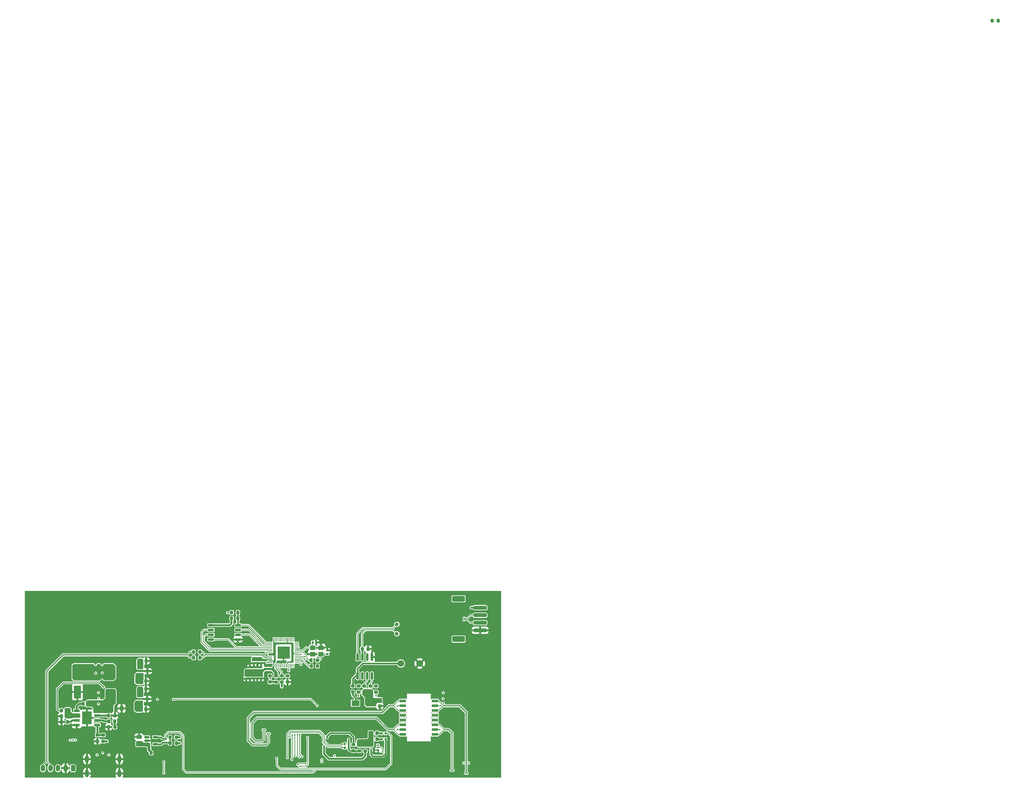
<source format=gbl>
G04 #@! TF.GenerationSoftware,KiCad,Pcbnew,8.0.0-rc1*
G04 #@! TF.CreationDate,2024-11-04T15:19:59+03:00*
G04 #@! TF.ProjectId,Movita_CM4_CT_Router_V3.1,4d6f7669-7461-45f4-934d-345f43545f52,REV1*
G04 #@! TF.SameCoordinates,Original*
G04 #@! TF.FileFunction,Copper,L6,Bot*
G04 #@! TF.FilePolarity,Positive*
%FSLAX46Y46*%
G04 Gerber Fmt 4.6, Leading zero omitted, Abs format (unit mm)*
G04 Created by KiCad (PCBNEW 8.0.0-rc1) date 2024-11-04 15:19:59*
%MOMM*%
%LPD*%
G01*
G04 APERTURE LIST*
G04 Aperture macros list*
%AMRoundRect*
0 Rectangle with rounded corners*
0 $1 Rounding radius*
0 $2 $3 $4 $5 $6 $7 $8 $9 X,Y pos of 4 corners*
0 Add a 4 corners polygon primitive as box body*
4,1,4,$2,$3,$4,$5,$6,$7,$8,$9,$2,$3,0*
0 Add four circle primitives for the rounded corners*
1,1,$1+$1,$2,$3*
1,1,$1+$1,$4,$5*
1,1,$1+$1,$6,$7*
1,1,$1+$1,$8,$9*
0 Add four rect primitives between the rounded corners*
20,1,$1+$1,$2,$3,$4,$5,0*
20,1,$1+$1,$4,$5,$6,$7,0*
20,1,$1+$1,$6,$7,$8,$9,0*
20,1,$1+$1,$8,$9,$2,$3,0*%
G04 Aperture macros list end*
G04 #@! TA.AperFunction,ComponentPad*
%ADD10RoundRect,0.250000X0.350000X0.625000X-0.350000X0.625000X-0.350000X-0.625000X0.350000X-0.625000X0*%
G04 #@! TD*
G04 #@! TA.AperFunction,ComponentPad*
%ADD11O,1.200000X1.750000*%
G04 #@! TD*
G04 #@! TA.AperFunction,ComponentPad*
%ADD12O,1.000000X2.000000*%
G04 #@! TD*
G04 #@! TA.AperFunction,SMDPad,CuDef*
%ADD13RoundRect,0.200000X0.200000X0.275000X-0.200000X0.275000X-0.200000X-0.275000X0.200000X-0.275000X0*%
G04 #@! TD*
G04 #@! TA.AperFunction,SMDPad,CuDef*
%ADD14RoundRect,0.135000X0.135000X0.185000X-0.135000X0.185000X-0.135000X-0.185000X0.135000X-0.185000X0*%
G04 #@! TD*
G04 #@! TA.AperFunction,SMDPad,CuDef*
%ADD15RoundRect,0.250000X0.475000X-0.250000X0.475000X0.250000X-0.475000X0.250000X-0.475000X-0.250000X0*%
G04 #@! TD*
G04 #@! TA.AperFunction,SMDPad,CuDef*
%ADD16RoundRect,0.140000X-0.140000X-0.170000X0.140000X-0.170000X0.140000X0.170000X-0.140000X0.170000X0*%
G04 #@! TD*
G04 #@! TA.AperFunction,SMDPad,CuDef*
%ADD17R,2.120000X1.500000*%
G04 #@! TD*
G04 #@! TA.AperFunction,SMDPad,CuDef*
%ADD18RoundRect,0.200000X-0.200000X-0.275000X0.200000X-0.275000X0.200000X0.275000X-0.200000X0.275000X0*%
G04 #@! TD*
G04 #@! TA.AperFunction,SMDPad,CuDef*
%ADD19RoundRect,0.225000X0.225000X0.250000X-0.225000X0.250000X-0.225000X-0.250000X0.225000X-0.250000X0*%
G04 #@! TD*
G04 #@! TA.AperFunction,SMDPad,CuDef*
%ADD20RoundRect,0.218750X0.218750X0.256250X-0.218750X0.256250X-0.218750X-0.256250X0.218750X-0.256250X0*%
G04 #@! TD*
G04 #@! TA.AperFunction,SMDPad,CuDef*
%ADD21RoundRect,0.200000X-0.275000X0.200000X-0.275000X-0.200000X0.275000X-0.200000X0.275000X0.200000X0*%
G04 #@! TD*
G04 #@! TA.AperFunction,SMDPad,CuDef*
%ADD22RoundRect,0.140000X-0.170000X0.140000X-0.170000X-0.140000X0.170000X-0.140000X0.170000X0.140000X0*%
G04 #@! TD*
G04 #@! TA.AperFunction,SMDPad,CuDef*
%ADD23RoundRect,0.150000X-0.587500X-0.150000X0.587500X-0.150000X0.587500X0.150000X-0.587500X0.150000X0*%
G04 #@! TD*
G04 #@! TA.AperFunction,SMDPad,CuDef*
%ADD24RoundRect,0.200000X0.275000X-0.200000X0.275000X0.200000X-0.275000X0.200000X-0.275000X-0.200000X0*%
G04 #@! TD*
G04 #@! TA.AperFunction,SMDPad,CuDef*
%ADD25R,2.200000X1.600000*%
G04 #@! TD*
G04 #@! TA.AperFunction,SMDPad,CuDef*
%ADD26RoundRect,0.140000X0.170000X-0.140000X0.170000X0.140000X-0.170000X0.140000X-0.170000X-0.140000X0*%
G04 #@! TD*
G04 #@! TA.AperFunction,SMDPad,CuDef*
%ADD27R,1.670000X0.760000*%
G04 #@! TD*
G04 #@! TA.AperFunction,SMDPad,CuDef*
%ADD28RoundRect,0.225000X-0.250000X0.225000X-0.250000X-0.225000X0.250000X-0.225000X0.250000X0.225000X0*%
G04 #@! TD*
G04 #@! TA.AperFunction,SMDPad,CuDef*
%ADD29R,1.400000X1.200000*%
G04 #@! TD*
G04 #@! TA.AperFunction,SMDPad,CuDef*
%ADD30RoundRect,0.150000X-0.512500X-0.150000X0.512500X-0.150000X0.512500X0.150000X-0.512500X0.150000X0*%
G04 #@! TD*
G04 #@! TA.AperFunction,SMDPad,CuDef*
%ADD31RoundRect,0.050000X-0.050000X0.425000X-0.050000X-0.425000X0.050000X-0.425000X0.050000X0.425000X0*%
G04 #@! TD*
G04 #@! TA.AperFunction,SMDPad,CuDef*
%ADD32RoundRect,0.050000X-0.425000X0.050000X-0.425000X-0.050000X0.425000X-0.050000X0.425000X0.050000X0*%
G04 #@! TD*
G04 #@! TA.AperFunction,ComponentPad*
%ADD33C,0.600000*%
G04 #@! TD*
G04 #@! TA.AperFunction,SMDPad,CuDef*
%ADD34RoundRect,0.144000X-1.456000X1.456000X-1.456000X-1.456000X1.456000X-1.456000X1.456000X1.456000X0*%
G04 #@! TD*
G04 #@! TA.AperFunction,ComponentPad*
%ADD35C,1.800000*%
G04 #@! TD*
G04 #@! TA.AperFunction,SMDPad,CuDef*
%ADD36RoundRect,0.135000X-0.135000X-0.185000X0.135000X-0.185000X0.135000X0.185000X-0.135000X0.185000X0*%
G04 #@! TD*
G04 #@! TA.AperFunction,SMDPad,CuDef*
%ADD37RoundRect,0.135000X0.185000X-0.135000X0.185000X0.135000X-0.185000X0.135000X-0.185000X-0.135000X0*%
G04 #@! TD*
G04 #@! TA.AperFunction,SMDPad,CuDef*
%ADD38R,1.525000X0.700000*%
G04 #@! TD*
G04 #@! TA.AperFunction,SMDPad,CuDef*
%ADD39R,2.560000X3.450000*%
G04 #@! TD*
G04 #@! TA.AperFunction,SMDPad,CuDef*
%ADD40RoundRect,0.250000X1.500000X-0.250000X1.500000X0.250000X-1.500000X0.250000X-1.500000X-0.250000X0*%
G04 #@! TD*
G04 #@! TA.AperFunction,SMDPad,CuDef*
%ADD41RoundRect,0.250001X1.449999X-0.499999X1.449999X0.499999X-1.449999X0.499999X-1.449999X-0.499999X0*%
G04 #@! TD*
G04 #@! TA.AperFunction,SMDPad,CuDef*
%ADD42RoundRect,0.225000X-0.225000X-0.250000X0.225000X-0.250000X0.225000X0.250000X-0.225000X0.250000X0*%
G04 #@! TD*
G04 #@! TA.AperFunction,SMDPad,CuDef*
%ADD43RoundRect,0.150000X-0.150000X0.825000X-0.150000X-0.825000X0.150000X-0.825000X0.150000X0.825000X0*%
G04 #@! TD*
G04 #@! TA.AperFunction,SMDPad,CuDef*
%ADD44RoundRect,0.150000X0.650000X0.150000X-0.650000X0.150000X-0.650000X-0.150000X0.650000X-0.150000X0*%
G04 #@! TD*
G04 #@! TA.AperFunction,ComponentPad*
%ADD45C,1.000000*%
G04 #@! TD*
G04 #@! TA.AperFunction,SMDPad,CuDef*
%ADD46R,1.120000X1.220000*%
G04 #@! TD*
G04 #@! TA.AperFunction,SMDPad,CuDef*
%ADD47R,0.650000X0.400000*%
G04 #@! TD*
G04 #@! TA.AperFunction,SMDPad,CuDef*
%ADD48R,1.850000X3.500000*%
G04 #@! TD*
G04 #@! TA.AperFunction,ViaPad*
%ADD49C,0.400000*%
G04 #@! TD*
G04 #@! TA.AperFunction,Conductor*
%ADD50C,0.152400*%
G04 #@! TD*
G04 #@! TA.AperFunction,Conductor*
%ADD51C,0.381000*%
G04 #@! TD*
G04 #@! TA.AperFunction,Conductor*
%ADD52C,0.200000*%
G04 #@! TD*
G04 #@! TA.AperFunction,Conductor*
%ADD53C,0.145600*%
G04 #@! TD*
G04 #@! TA.AperFunction,Conductor*
%ADD54C,0.508000*%
G04 #@! TD*
G04 #@! TA.AperFunction,Conductor*
%ADD55C,0.254000*%
G04 #@! TD*
G04 APERTURE END LIST*
D10*
X121973767Y-129814190D03*
D11*
X119973767Y-129814190D03*
X117973767Y-129814190D03*
X115973767Y-129814190D03*
X113973767Y-129814190D03*
D12*
X125643767Y-127394190D03*
X125643767Y-131194190D03*
X134283767Y-127394190D03*
X134283767Y-131194190D03*
D13*
X165778767Y-88404190D03*
X164128767Y-88404190D03*
D14*
X195273142Y-123362315D03*
X194253142Y-123362315D03*
D15*
X139528767Y-123434190D03*
X139528767Y-121534190D03*
D16*
X185651603Y-96324190D03*
X186611603Y-96324190D03*
D17*
X197073767Y-112519190D03*
X201303767Y-112519190D03*
D18*
X154053767Y-100404190D03*
X155703767Y-100404190D03*
X154043767Y-98854190D03*
X155693767Y-98854190D03*
D19*
X141306267Y-108716690D03*
X139756267Y-108716690D03*
D20*
X202781267Y-120484190D03*
X201206267Y-120484190D03*
D21*
X175916603Y-105241690D03*
X175916603Y-106891690D03*
X199663142Y-123557315D03*
X199663142Y-125207315D03*
D22*
X167993767Y-105009190D03*
X167993767Y-105969190D03*
D23*
X139778767Y-112344190D03*
X139778767Y-110444190D03*
X141653767Y-111394190D03*
D24*
X174376603Y-106881690D03*
X174376603Y-105231690D03*
D21*
X178986603Y-105236690D03*
X178986603Y-106886690D03*
D13*
X133068767Y-118874190D03*
X131418767Y-118874190D03*
D22*
X171963767Y-104989190D03*
X171963767Y-105949190D03*
D13*
X120503767Y-117514190D03*
X118853767Y-117514190D03*
D19*
X141318767Y-106634190D03*
X139768767Y-106634190D03*
D21*
X129973767Y-121009190D03*
X129973767Y-122659190D03*
D13*
X367983767Y69150810D03*
X366333767Y69150810D03*
D25*
X131873767Y-109934190D03*
X131873767Y-103534190D03*
D26*
X189563767Y-99454190D03*
X189563767Y-98494190D03*
D21*
X196543142Y-123557315D03*
X196543142Y-125207315D03*
D27*
X209638767Y-120799190D03*
X209638767Y-119529190D03*
X209638767Y-118259190D03*
X209638767Y-116989190D03*
X209638767Y-115719190D03*
X209638767Y-114449190D03*
X209638767Y-113179190D03*
X209638767Y-111909190D03*
X218168767Y-111909190D03*
X218168767Y-113179190D03*
X218168767Y-114449190D03*
X218168767Y-115719190D03*
X218168767Y-116989190D03*
X218168767Y-118259190D03*
X218168767Y-119529190D03*
X218168767Y-120799190D03*
D28*
X203513767Y-111689190D03*
X203513767Y-113239190D03*
D22*
X171983767Y-100889190D03*
X171983767Y-101849190D03*
D19*
X126208767Y-112684190D03*
X124658767Y-112684190D03*
D29*
X187851603Y-99454190D03*
X185651603Y-99454190D03*
X185651603Y-97754190D03*
X187851603Y-97754190D03*
D30*
X141573767Y-123444190D03*
X141573767Y-122494190D03*
X141573767Y-121544190D03*
X143848767Y-121544190D03*
X143848767Y-123444190D03*
D26*
X170983767Y-103921690D03*
X170983767Y-102961690D03*
D14*
X195273142Y-124392315D03*
X194253142Y-124392315D03*
D24*
X200983767Y-109584190D03*
X200983767Y-107934190D03*
D31*
X175336603Y-95614690D03*
X175736603Y-95614690D03*
X176136603Y-95614690D03*
X176536603Y-95614690D03*
X176936603Y-95614690D03*
X177336603Y-95614690D03*
X177736603Y-95614690D03*
X178136603Y-95614690D03*
X178536603Y-95614690D03*
X178936603Y-95614690D03*
X179336603Y-95614690D03*
X179736603Y-95614690D03*
X180136603Y-95614690D03*
X180536603Y-95614690D03*
D32*
X181411103Y-96489190D03*
X181411103Y-96889190D03*
X181411103Y-97289190D03*
X181411103Y-97689190D03*
X181411103Y-98089190D03*
X181411103Y-98489190D03*
X181411103Y-98889190D03*
X181411103Y-99289190D03*
X181411103Y-99689190D03*
X181411103Y-100089190D03*
X181411103Y-100489190D03*
X181411103Y-100889190D03*
X181411103Y-101289190D03*
X181411103Y-101689190D03*
D31*
X180536603Y-102563690D03*
X180136603Y-102563690D03*
X179736603Y-102563690D03*
X179336603Y-102563690D03*
X178936603Y-102563690D03*
X178536603Y-102563690D03*
X178136603Y-102563690D03*
X177736603Y-102563690D03*
X177336603Y-102563690D03*
X176936603Y-102563690D03*
X176536603Y-102563690D03*
X176136603Y-102563690D03*
X175736603Y-102563690D03*
X175336603Y-102563690D03*
D32*
X174462103Y-101689190D03*
X174462103Y-101289190D03*
X174462103Y-100889190D03*
X174462103Y-100489190D03*
X174462103Y-100089190D03*
X174462103Y-99689190D03*
X174462103Y-99289190D03*
X174462103Y-98889190D03*
X174462103Y-98489190D03*
X174462103Y-98089190D03*
X174462103Y-97689190D03*
X174462103Y-97289190D03*
X174462103Y-96889190D03*
X174462103Y-96489190D03*
D33*
X179211603Y-97814190D03*
X177936603Y-97814190D03*
X176661603Y-97814190D03*
X179211603Y-99089190D03*
X177936603Y-99089190D03*
D34*
X177936603Y-99089190D03*
D33*
X176661603Y-99089190D03*
X179211603Y-100364190D03*
X177936603Y-100364190D03*
X176661603Y-100364190D03*
D26*
X169993767Y-103921690D03*
X169993767Y-102961690D03*
D20*
X202768767Y-122084190D03*
X201193767Y-122084190D03*
D18*
X185296603Y-101114190D03*
X186946603Y-101114190D03*
D35*
X209143767Y-101944190D03*
X214143767Y-101944190D03*
D23*
X139843767Y-104924190D03*
X139843767Y-103024190D03*
X141718767Y-103974190D03*
D36*
X204023767Y-122084190D03*
X205043767Y-122084190D03*
D22*
X169003767Y-104989190D03*
X169003767Y-105949190D03*
D18*
X131433767Y-115814190D03*
X133083767Y-115814190D03*
D21*
X128413767Y-120994190D03*
X128413767Y-122644190D03*
D24*
X199433767Y-109584190D03*
X199433767Y-107934190D03*
D18*
X164128767Y-89954190D03*
X165778767Y-89954190D03*
D26*
X171973767Y-103921690D03*
X171973767Y-102961690D03*
D21*
X197883767Y-107929190D03*
X197883767Y-109579190D03*
D36*
X204043767Y-120554190D03*
X205063767Y-120554190D03*
D21*
X202543767Y-107934190D03*
X202543767Y-109584190D03*
D37*
X146553767Y-123004190D03*
X146553767Y-121984190D03*
D38*
X128373767Y-114544190D03*
X128373767Y-115814190D03*
X128373767Y-117084190D03*
X128373767Y-118354190D03*
X122949767Y-118354190D03*
X122949767Y-117084190D03*
X122949767Y-115814190D03*
X122949767Y-114544190D03*
D39*
X125661767Y-116449190D03*
D40*
X230213767Y-93094190D03*
X230213767Y-91094190D03*
X230213767Y-89094190D03*
X230213767Y-87094190D03*
D41*
X224463767Y-95444190D03*
X224463767Y-84744190D03*
D22*
X169993767Y-100879190D03*
X169993767Y-101839190D03*
D42*
X198883767Y-98084190D03*
X200433767Y-98084190D03*
D43*
X197613767Y-100269190D03*
X198883767Y-100269190D03*
X200153767Y-100269190D03*
X201423767Y-100269190D03*
X201423767Y-105219190D03*
X200153767Y-105219190D03*
X198883767Y-105219190D03*
X197613767Y-105219190D03*
D19*
X141356267Y-114106690D03*
X139806267Y-114106690D03*
X141406267Y-101274190D03*
X139856267Y-101274190D03*
D24*
X196323767Y-109569190D03*
X196323767Y-107919190D03*
D42*
X118908767Y-115984190D03*
X120458767Y-115984190D03*
D44*
X165823767Y-91744190D03*
X165823767Y-93014190D03*
X165823767Y-94284190D03*
X165823767Y-95554190D03*
X158623767Y-95554190D03*
X158623767Y-94284190D03*
X158623767Y-93014190D03*
X158623767Y-91744190D03*
D19*
X133028767Y-117344190D03*
X131478767Y-117344190D03*
D22*
X171003767Y-100879190D03*
X171003767Y-101839190D03*
X170973767Y-104989190D03*
X170973767Y-105949190D03*
X169993767Y-104989190D03*
X169993767Y-105949190D03*
D18*
X185301603Y-102654190D03*
X186951603Y-102654190D03*
D21*
X198123142Y-123557315D03*
X198123142Y-125207315D03*
D45*
X208073767Y-94054190D03*
X208073767Y-91514190D03*
D46*
X131768767Y-113914190D03*
X134868767Y-113914190D03*
D13*
X149418767Y-123154190D03*
X147768767Y-123154190D03*
X149408767Y-121604190D03*
X147758767Y-121604190D03*
D47*
X203053767Y-123664190D03*
X203053767Y-124314190D03*
X203053767Y-124964190D03*
X201153767Y-124964190D03*
X201153767Y-123664190D03*
D24*
X177456603Y-106881690D03*
X177456603Y-105231690D03*
D48*
X123143767Y-104214190D03*
X123143767Y-109514190D03*
D13*
X120498767Y-114464190D03*
X118848767Y-114464190D03*
D26*
X169003767Y-103931690D03*
X169003767Y-102971690D03*
D49*
X169703767Y-116404190D03*
X193333767Y-126174190D03*
X217773767Y-99734190D03*
X188113767Y-87478290D03*
X131303767Y-92734190D03*
X205473767Y-112544190D03*
X205123767Y-86114190D03*
X183553767Y-84874190D03*
X162833767Y-97504190D03*
X148913767Y-98794190D03*
X221633767Y-94354190D03*
X145343767Y-89464190D03*
X156523767Y-131604190D03*
X184313767Y-112964190D03*
X199803767Y-114324190D03*
X216183767Y-86114190D03*
X138723767Y-96054190D03*
X221613767Y-91864190D03*
X187593767Y-117574190D03*
X199653767Y-115804190D03*
X132373767Y-89464190D03*
X184803767Y-84874190D03*
X172363767Y-98994190D03*
X154093767Y-89424190D03*
X131363767Y-97684190D03*
X147593767Y-98784190D03*
X158723767Y-110634190D03*
X190753767Y-84870090D03*
X192933767Y-117558290D03*
X196613767Y-115804190D03*
X122753767Y-101474190D03*
X151523767Y-97634190D03*
X114243767Y-111694190D03*
X207523767Y-123164190D03*
X140293767Y-96024190D03*
X115863767Y-117574190D03*
X178333767Y-121094190D03*
X115493767Y-92594190D03*
X221033767Y-120304190D03*
X152813767Y-112454190D03*
X219333767Y-87194190D03*
X139443767Y-87384190D03*
X218883767Y-84874190D03*
X176533767Y-85354190D03*
X194593767Y-86114190D03*
X151493767Y-96014190D03*
X213253767Y-83634190D03*
X164073767Y-131664190D03*
X219653767Y-88304190D03*
X182523767Y-86114190D03*
X169303767Y-87974190D03*
X155413767Y-87354190D03*
X220193767Y-83634190D03*
X221593767Y-86984190D03*
X161943767Y-110584190D03*
X174493767Y-92624190D03*
X202513767Y-84874190D03*
X213293767Y-86114190D03*
X206747752Y-116648299D03*
X215313767Y-123164190D03*
X163353767Y-112374190D03*
X175883767Y-131614190D03*
X201013767Y-115800090D03*
X146213767Y-100544190D03*
X179423767Y-112354190D03*
X125833767Y-92894190D03*
X164063767Y-94394190D03*
X221603767Y-90634190D03*
X221613767Y-99704190D03*
X159573767Y-131584190D03*
X224933767Y-99824190D03*
X190113767Y-114328290D03*
X191303767Y-112724190D03*
X145343767Y-87384190D03*
X211193767Y-123104190D03*
X184083767Y-120964190D03*
X167633767Y-117934190D03*
X114233767Y-116024190D03*
X150163767Y-92654190D03*
X221833767Y-120994190D03*
X127333767Y-89444190D03*
X171893767Y-90754190D03*
X223253767Y-89404190D03*
X117093767Y-100754190D03*
X168623767Y-110594190D03*
X174933767Y-84224190D03*
X220313767Y-85134190D03*
X222143767Y-84275153D03*
X217843767Y-105764190D03*
X188653767Y-115824190D03*
X143773767Y-89474190D03*
X179363767Y-118224190D03*
X193813767Y-115804190D03*
X171063767Y-98994190D03*
X193293767Y-83634190D03*
X129983767Y-97744190D03*
X179373767Y-113704190D03*
X162553767Y-131664190D03*
X178233767Y-92784190D03*
X224243767Y-101464190D03*
X120693767Y-87214190D03*
X143243767Y-128984190D03*
X176123767Y-115824190D03*
X111933767Y-98654190D03*
X177613767Y-121134190D03*
X191693767Y-117558290D03*
X221863767Y-123144190D03*
X115853767Y-114564190D03*
X111923767Y-103964190D03*
X170423767Y-118244190D03*
X222083767Y-103184190D03*
X183013767Y-106804190D03*
X173583767Y-92914190D03*
X221603767Y-96794190D03*
X218453767Y-125404190D03*
X172813767Y-127354190D03*
X155203767Y-92674190D03*
X188823767Y-117578290D03*
X115823767Y-100114190D03*
X124383767Y-95324190D03*
X207283767Y-114154190D03*
X167673767Y-120354190D03*
X224133767Y-107214190D03*
X113723767Y-123394190D03*
X155623767Y-112464190D03*
X221643767Y-89344190D03*
X223493767Y-96884190D03*
X149033767Y-131664190D03*
X157153767Y-110664190D03*
X172293767Y-94324190D03*
X145003767Y-98744190D03*
X111963767Y-96084190D03*
X114153767Y-105334190D03*
X111983767Y-120174190D03*
X117433767Y-128004190D03*
X183723767Y-124944190D03*
X223213767Y-93184190D03*
X147443767Y-92684190D03*
X139443767Y-89464190D03*
X177783767Y-114014190D03*
X182473767Y-83629790D03*
X219723767Y-89424190D03*
X200453767Y-87474190D03*
X129943767Y-87254190D03*
X224083767Y-105334190D03*
X112003767Y-116024190D03*
X114223767Y-127474190D03*
X209123767Y-84874190D03*
X226093767Y-103194190D03*
X151483767Y-94404190D03*
X114203767Y-108554190D03*
X224153767Y-103194190D03*
X219713767Y-98424190D03*
X187993767Y-86118290D03*
X200293767Y-83634190D03*
X112023767Y-113174190D03*
X136583767Y-87364190D03*
X223183767Y-88304190D03*
X170643767Y-90744190D03*
X160263767Y-110604190D03*
X148453767Y-87324190D03*
X169477183Y-89672470D03*
X204653767Y-113164190D03*
X202193767Y-114294190D03*
X219683767Y-90714190D03*
X175543767Y-112134190D03*
X152773767Y-110664190D03*
X218423767Y-123144190D03*
X219713767Y-94434190D03*
X154103767Y-110684190D03*
X169643767Y-114254190D03*
X143483767Y-92644190D03*
X173243767Y-131584190D03*
X129673767Y-106354190D03*
X194983767Y-126154190D03*
X213483767Y-125444190D03*
X175713767Y-110564190D03*
X222243767Y-108794190D03*
X206433767Y-83634190D03*
X137953767Y-89474190D03*
X191953767Y-83634190D03*
X177693767Y-117224190D03*
X127943767Y-102204190D03*
X114183767Y-102694190D03*
X209142638Y-125440170D03*
X183723767Y-124944190D03*
X119013767Y-87234190D03*
X135293767Y-87364190D03*
X115773767Y-105394190D03*
X167223767Y-110634190D03*
X152773767Y-89414190D03*
X205253767Y-115334190D03*
X159383767Y-87344190D03*
X190253767Y-117578290D03*
X195063767Y-115804190D03*
X219693767Y-91944190D03*
X203843767Y-119024190D03*
X116833767Y-103264190D03*
X141863767Y-97614190D03*
X133153767Y-100544190D03*
X171193767Y-110624190D03*
X138783767Y-100544190D03*
X223503767Y-121054190D03*
X217763767Y-93134190D03*
X192793767Y-114308290D03*
X150313767Y-98754190D03*
X132793767Y-92724190D03*
X114233767Y-110124190D03*
X122063767Y-87214190D03*
X173003767Y-84294190D03*
X187793767Y-112774190D03*
X131303767Y-87284190D03*
X171033767Y-115824190D03*
X180973767Y-127254190D03*
X196423767Y-87474190D03*
X154143767Y-112474190D03*
X172993767Y-110594190D03*
X140963767Y-89464190D03*
X187973767Y-84878290D03*
X172013767Y-121254190D03*
X150253767Y-100524190D03*
X118973767Y-89454190D03*
X132943767Y-98824190D03*
X143633767Y-98744190D03*
X141823767Y-94384190D03*
X132813767Y-94444190D03*
X218863767Y-83634190D03*
X111923767Y-105334190D03*
X190083767Y-115824190D03*
X127993767Y-96984190D03*
X216303767Y-87474190D03*
X195093767Y-114308290D03*
X114193767Y-101374190D03*
X219683767Y-96874190D03*
X135673767Y-96074190D03*
X215343767Y-125424190D03*
X148453767Y-89404190D03*
X184223767Y-99174190D03*
X133973767Y-89384190D03*
X178243767Y-94404190D03*
X186313767Y-127174190D03*
X115793767Y-107074190D03*
X211733767Y-86114190D03*
X125973767Y-100444190D03*
X198263767Y-114312390D03*
X189413767Y-86114190D03*
X152753767Y-94404190D03*
X206794229Y-112352812D03*
X209143767Y-86114190D03*
X190773767Y-86110090D03*
X170363767Y-119264190D03*
X202493767Y-83634190D03*
X129963767Y-98864190D03*
X197563767Y-86114190D03*
X129953767Y-94424190D03*
X217503767Y-84874190D03*
X203853767Y-86114190D03*
X211693767Y-83634190D03*
X183573767Y-86114190D03*
X164323767Y-99025090D03*
X151503767Y-87304190D03*
X124443767Y-98794190D03*
X160303767Y-112394190D03*
X179523767Y-109724190D03*
X189513767Y-112724190D03*
X203833767Y-84874190D03*
X134333767Y-94444190D03*
X165943767Y-112414190D03*
X143573767Y-100514190D03*
X154153767Y-97664190D03*
X111943767Y-107014190D03*
X170573767Y-83874190D03*
X133973767Y-87304190D03*
X124463767Y-97734190D03*
X148853767Y-100564190D03*
X210403767Y-83634190D03*
X147463767Y-94404190D03*
X202653767Y-87474190D03*
X177113767Y-127504190D03*
X136583767Y-89444190D03*
X166883767Y-131674190D03*
X220903767Y-108775090D03*
X144883767Y-95974190D03*
X207793767Y-84870090D03*
X192113767Y-87474190D03*
X189213767Y-110804190D03*
X181283767Y-86114190D03*
X128633767Y-89474190D03*
X214843767Y-87474190D03*
X226873767Y-99824190D03*
X125503767Y-101124190D03*
X144873767Y-94364190D03*
X146273767Y-98774190D03*
X176843767Y-112164190D03*
X121113767Y-98764190D03*
X185863767Y-110844190D03*
X196783767Y-117558290D03*
X223373767Y-119034190D03*
X132823767Y-96054190D03*
X150183767Y-94374190D03*
X128663767Y-94424190D03*
X188683767Y-114328290D03*
X158763767Y-112424190D03*
X187953767Y-83638290D03*
X182083767Y-131654190D03*
X135703767Y-97694190D03*
X172443767Y-92924190D03*
X144853767Y-92644190D03*
X137213767Y-100554190D03*
X221583767Y-95564190D03*
X201353767Y-83634190D03*
X184413767Y-115824190D03*
X186493767Y-87474190D03*
X172313767Y-114010090D03*
X124443767Y-96604190D03*
X164583767Y-110614190D03*
X162883767Y-100614190D03*
X170383767Y-120504190D03*
X135643767Y-92744190D03*
X151553767Y-100554190D03*
X140963767Y-87384190D03*
X146143767Y-94394190D03*
X214723767Y-86114190D03*
X211853767Y-87474190D03*
X167673767Y-121404190D03*
X172993767Y-117204190D03*
X217803767Y-102614190D03*
X137153767Y-96064190D03*
X129763767Y-104444190D03*
X171473767Y-82994190D03*
X137123767Y-92734190D03*
X161543767Y-97564190D03*
X152733767Y-92684190D03*
X219723767Y-104284190D03*
X179273767Y-131644190D03*
X197543767Y-84874190D03*
X191053767Y-110744190D03*
X169963767Y-112414190D03*
X224056754Y-108818035D03*
X161853767Y-89414190D03*
X221633767Y-98344190D03*
X140283767Y-94414190D03*
X140413767Y-98794190D03*
X180263767Y-86114190D03*
X135663767Y-94464190D03*
X148783767Y-94414190D03*
X160743767Y-87374190D03*
X226073767Y-107214190D03*
X177223767Y-84144190D03*
X178163767Y-126564190D03*
X175293767Y-121204190D03*
X118425753Y-125747384D03*
X177903767Y-127474190D03*
X131263767Y-89504190D03*
X181403767Y-87474190D03*
X180113767Y-84874190D03*
X194713767Y-87474190D03*
X167263767Y-112424190D03*
X167273767Y-99024190D03*
X114193767Y-96084190D03*
X182493767Y-84869790D03*
X161983767Y-112374190D03*
X211713767Y-84874190D03*
X115663767Y-121434190D03*
X196983767Y-126154190D03*
X119373767Y-98774190D03*
X147513767Y-131664190D03*
X184263767Y-114314190D03*
X193313767Y-84874190D03*
X203813767Y-83634190D03*
X127303767Y-94504190D03*
X173503767Y-90624190D03*
X135793767Y-98844190D03*
X174613767Y-114010090D03*
X186143767Y-118994190D03*
X151293767Y-112454190D03*
X206473767Y-86114190D03*
X111973767Y-108554190D03*
X183533767Y-83634190D03*
X226183767Y-101464190D03*
X154113767Y-94434190D03*
X131333767Y-96064190D03*
X152793767Y-97634190D03*
X192763767Y-115804190D03*
X115873767Y-122914190D03*
X151503767Y-89384190D03*
X187553767Y-115814190D03*
X207863767Y-111534190D03*
X221573767Y-88224190D03*
X198883767Y-84874190D03*
X221083767Y-85864190D03*
X115853767Y-127414190D03*
X129933767Y-92704190D03*
X147503767Y-97634190D03*
X209253767Y-123124190D03*
X149763767Y-110674190D03*
X199023767Y-87474190D03*
X154983767Y-131634190D03*
X127893767Y-98094190D03*
X176193767Y-117284190D03*
X202443767Y-125834190D03*
X202533767Y-86114190D03*
X171233767Y-86254190D03*
X158203767Y-131584190D03*
X217363767Y-88284190D03*
X117643767Y-124904190D03*
X177013767Y-110594190D03*
X129963767Y-96034190D03*
X161563767Y-100604190D03*
X189393767Y-84874190D03*
X186333767Y-83634190D03*
X221583767Y-83644190D03*
X201513767Y-87474190D03*
X156813767Y-89394190D03*
X167933767Y-96024190D03*
X146123767Y-92674190D03*
X151613767Y-98784190D03*
X137143767Y-94454190D03*
X223503767Y-99794190D03*
X112003767Y-110124190D03*
X176543767Y-86884190D03*
X134313767Y-92724190D03*
X171013767Y-121364190D03*
X113163767Y-92094190D03*
X193345903Y-110793360D03*
X115833767Y-104184190D03*
X178683767Y-85364190D03*
X196643767Y-114308290D03*
X219683767Y-93184190D03*
X150223767Y-97604190D03*
X200333767Y-86114190D03*
X176163767Y-114010090D03*
X170023767Y-131634190D03*
X141953767Y-98764190D03*
X220093767Y-125424190D03*
X117093767Y-88304190D03*
X222063767Y-107204190D03*
X211193767Y-125474190D03*
X143543767Y-97594190D03*
X112003767Y-114504190D03*
X158973767Y-100564190D03*
X178283767Y-110594190D03*
X121193767Y-101494190D03*
X138953767Y-128544190D03*
X140323767Y-97644190D03*
X126073767Y-97684190D03*
X160743767Y-89454190D03*
X169373767Y-86414190D03*
X161483767Y-94424190D03*
X219693767Y-99784190D03*
X150133767Y-87304190D03*
X112013767Y-111694190D03*
X163313767Y-110584190D03*
X111963767Y-101374190D03*
X124196282Y-101483313D03*
X155263767Y-97624190D03*
X143513767Y-95974190D03*
X156813767Y-87314190D03*
X123333767Y-87244190D03*
X199823767Y-117558290D03*
X111983767Y-118884190D03*
X217483767Y-83634190D03*
X186373767Y-86114190D03*
X210443767Y-86114190D03*
X174573767Y-115824190D03*
X168633767Y-100504190D03*
X174623767Y-127384190D03*
X144913767Y-97594190D03*
X132413767Y-87244190D03*
X204853767Y-117334190D03*
X193843767Y-114308290D03*
X179383767Y-119274190D03*
X207553767Y-125424190D03*
X174613767Y-131584190D03*
X131453767Y-98834190D03*
X148823767Y-97644190D03*
X178113767Y-112164190D03*
X177753767Y-131644190D03*
X165723767Y-100514190D03*
X221913767Y-122014190D03*
X213273767Y-84874190D03*
X217773767Y-91894190D03*
X146913767Y-89434190D03*
X134373767Y-97674190D03*
X209103767Y-83634190D03*
X174143767Y-112174190D03*
X115863767Y-111754190D03*
X162873767Y-92744190D03*
X217803767Y-104234190D03*
X191523767Y-115804190D03*
X191973767Y-84874190D03*
X114243767Y-117514190D03*
X213453767Y-123184190D03*
X205243767Y-87474190D03*
X216798420Y-125423454D03*
X219713767Y-101244190D03*
X118715784Y-127368583D03*
X146153767Y-96004190D03*
X153413767Y-131664190D03*
X144943767Y-100514190D03*
X206453767Y-84874190D03*
X184783767Y-83634190D03*
X202533767Y-117734190D03*
X173363767Y-114010090D03*
X176763767Y-121154190D03*
X154093767Y-87344190D03*
X222173767Y-101454190D03*
X171233767Y-112414190D03*
X224913767Y-86944190D03*
X171233767Y-92914190D03*
X115723767Y-89534190D03*
X114193767Y-121424190D03*
X160843767Y-131614190D03*
X114223767Y-94724190D03*
X219763767Y-105814190D03*
X114233767Y-114504190D03*
X226103767Y-108894190D03*
X173233767Y-89764190D03*
X223213767Y-90714190D03*
X114153767Y-103964190D03*
X223223767Y-91944190D03*
X180113767Y-83619590D03*
X128673767Y-96034190D03*
X185813767Y-114384190D03*
X217793767Y-101194190D03*
X127373767Y-87224190D03*
X167633767Y-119174190D03*
X178243767Y-93724190D03*
X175603767Y-93814190D03*
X164283767Y-100574190D03*
X115853767Y-116084190D03*
X129653767Y-102194190D03*
X183653767Y-131644190D03*
X195233767Y-117558290D03*
X115813767Y-101434190D03*
X169613767Y-96054190D03*
X186353767Y-84874190D03*
X157193767Y-112454190D03*
X206593767Y-87474190D03*
X171873767Y-85144190D03*
X183063767Y-105454190D03*
X224863767Y-88294190D03*
X116767370Y-123977450D03*
X207773767Y-83630090D03*
X126053767Y-96554190D03*
X191553767Y-114308290D03*
X111953767Y-102694190D03*
X214683767Y-83634190D03*
X127323767Y-92644190D03*
X131663767Y-100554190D03*
X221603767Y-93104190D03*
X146913767Y-87354190D03*
X207933767Y-87470090D03*
X223233767Y-86954190D03*
X216143767Y-83634190D03*
X161853767Y-87334190D03*
X183013767Y-104314190D03*
X124793767Y-93804190D03*
X136003767Y-100564190D03*
X143503767Y-94364190D03*
X184373767Y-118754190D03*
X187783767Y-119024190D03*
X126053767Y-98744190D03*
X168433767Y-99014190D03*
X179533767Y-86604190D03*
X184223767Y-110854190D03*
X114203767Y-100054190D03*
X185223767Y-131614190D03*
X157603767Y-100564190D03*
X207813767Y-86110090D03*
X151463767Y-92684190D03*
X111923767Y-121494190D03*
X171263767Y-88984190D03*
X167253767Y-100524190D03*
X148793767Y-96024190D03*
X197523767Y-83634190D03*
X183033767Y-108344190D03*
X198403767Y-117562390D03*
X179353767Y-115824190D03*
X198233767Y-115808290D03*
X148763767Y-92694190D03*
X165903767Y-110624190D03*
X117287938Y-126699281D03*
X146183767Y-97624190D03*
X217493767Y-86144190D03*
X155223767Y-94394190D03*
X181263767Y-84874190D03*
X177743767Y-115828290D03*
X203383767Y-114284190D03*
X184923767Y-124944190D03*
X172273767Y-115824190D03*
X115873767Y-113234190D03*
X184223767Y-98474190D03*
X193453767Y-87474190D03*
X189533767Y-87474190D03*
X161473767Y-92774190D03*
X189373767Y-83634190D03*
X187513767Y-110804190D03*
X205103767Y-84874190D03*
X200313767Y-84874190D03*
X132853767Y-97674190D03*
X187483767Y-114274190D03*
X138713767Y-94444190D03*
X204103767Y-116624190D03*
X185903767Y-117574190D03*
X142293767Y-89484190D03*
X193983767Y-117558290D03*
X122973767Y-98684190D03*
X154093767Y-92714190D03*
X125933767Y-89484190D03*
X114203767Y-125384190D03*
X138753767Y-97674190D03*
X111993767Y-94724190D03*
X114253767Y-113174190D03*
X134673767Y-100544190D03*
X171073767Y-114010090D03*
X131323767Y-94454190D03*
X137273767Y-98834190D03*
X130083767Y-100594190D03*
X198863767Y-83634190D03*
X174763767Y-117164190D03*
X174539667Y-121224190D03*
X194553767Y-83634190D03*
X178223767Y-83684190D03*
X191993767Y-86114190D03*
X112863767Y-122604190D03*
X169623767Y-84954190D03*
X150193767Y-95984190D03*
X216163767Y-84874190D03*
X196303767Y-86114190D03*
X176103767Y-121184190D03*
X154123767Y-96044190D03*
X129903767Y-89474190D03*
X127963767Y-100284190D03*
X217743767Y-95594190D03*
X134343767Y-96054190D03*
X138693767Y-92724190D03*
X219663767Y-95644190D03*
X141833767Y-95994190D03*
X164623767Y-112404190D03*
X116463767Y-91614190D03*
X150133767Y-89384190D03*
X169923767Y-110624190D03*
X201393767Y-86114190D03*
X206243767Y-114294190D03*
X147533767Y-100554190D03*
X151253767Y-110664190D03*
X147473767Y-96014190D03*
X116173767Y-125754190D03*
X128673767Y-87254190D03*
X181243767Y-83634190D03*
X164133767Y-97454190D03*
X186053767Y-115824190D03*
X114183767Y-93614190D03*
X124613767Y-89474190D03*
X186363767Y-120914190D03*
X111973767Y-100054190D03*
X174833767Y-94284190D03*
X196283767Y-84874190D03*
X203973767Y-87474190D03*
X180603767Y-131664190D03*
X134463767Y-98824190D03*
X220063767Y-123164190D03*
X124943767Y-108844190D03*
X123293767Y-89464190D03*
X201373767Y-84874190D03*
X216768420Y-123163454D03*
X193393767Y-112744190D03*
X184823767Y-86114190D03*
X217793767Y-98374190D03*
X179573767Y-108374190D03*
X198903767Y-86114190D03*
X217763767Y-90664190D03*
X168083767Y-115754190D03*
X128593767Y-108334190D03*
X120653767Y-89434190D03*
X128643767Y-92704190D03*
X172823767Y-112164190D03*
X210563767Y-87474190D03*
X159383767Y-89424190D03*
X184353767Y-117454190D03*
X111953767Y-93614190D03*
X184943767Y-87474190D03*
X223523767Y-98434190D03*
X115853767Y-110184190D03*
X142293767Y-87404190D03*
X206828384Y-118160155D03*
X218513767Y-86484190D03*
X117663767Y-90394190D03*
X171231444Y-117258547D03*
X222013767Y-105324190D03*
X117683767Y-102424190D03*
X155413767Y-89434190D03*
X210423767Y-84874190D03*
X168733767Y-115064190D03*
X111963767Y-97354190D03*
X152773767Y-87334190D03*
X193333767Y-86114190D03*
X185173767Y-120914190D03*
X190733767Y-83630090D03*
X167633767Y-116884190D03*
X149803767Y-112464190D03*
X125973767Y-87264190D03*
X112013767Y-117514190D03*
X151843767Y-131674190D03*
X115823767Y-108614190D03*
X186133767Y-124944190D03*
X209263767Y-87474190D03*
X214703767Y-84874190D03*
X162823767Y-94424190D03*
X114173767Y-107014190D03*
X122023767Y-89434190D03*
X114413767Y-91104190D03*
X205533767Y-118124190D03*
X174313767Y-110604190D03*
X158113767Y-87344190D03*
X171183767Y-87484190D03*
X217793767Y-94384190D03*
X158113767Y-89424190D03*
X205083767Y-83634190D03*
X179393767Y-117244190D03*
X171563767Y-131604190D03*
X226023767Y-105334190D03*
X138843767Y-98824190D03*
X150363767Y-131684190D03*
X164183767Y-92664190D03*
X213413767Y-87474190D03*
X162923767Y-99025090D03*
X135293767Y-89444190D03*
X183063767Y-102964190D03*
X141803767Y-92664190D03*
X202233767Y-115804190D03*
X220433767Y-107134190D03*
X203573767Y-115804190D03*
X155233767Y-96004190D03*
X124653767Y-87254190D03*
X126303767Y-95244190D03*
X152763767Y-96014190D03*
X143773767Y-87394190D03*
X217803767Y-89374190D03*
X176883767Y-126614190D03*
X194573767Y-84874190D03*
X173323767Y-115824190D03*
X165403767Y-131684190D03*
X165723767Y-98994190D03*
X137183767Y-97684190D03*
X201183767Y-117554190D03*
X140263767Y-92694190D03*
X217813767Y-107454190D03*
X197683767Y-87474190D03*
X196263767Y-83634190D03*
X183693767Y-87474190D03*
X161543767Y-99025090D03*
X168663767Y-112384190D03*
X182643767Y-87474190D03*
X168453767Y-131664190D03*
X219723767Y-102664190D03*
X173453767Y-94314190D03*
X190893767Y-87470090D03*
X179143767Y-83634190D03*
X182983767Y-109694190D03*
X169803767Y-98989190D03*
X127923767Y-98994190D03*
X217763767Y-96824190D03*
X155583767Y-110674190D03*
X137953767Y-87394190D03*
X127983767Y-104494190D03*
X226265267Y-131154190D03*
X226792267Y-131154190D03*
X208228767Y-113249190D03*
X208243767Y-119524190D03*
X197883767Y-110584190D03*
X202553767Y-110534190D03*
X219703767Y-113174190D03*
X219493767Y-119514190D03*
X195243767Y-122094190D03*
X178943767Y-127024190D03*
X193503767Y-123534190D03*
X179413767Y-121534190D03*
X193503767Y-124284190D03*
X176123767Y-127194190D03*
X189523767Y-121794190D03*
X148643767Y-111484190D03*
X186923767Y-113154190D03*
X186083767Y-130544190D03*
X225941139Y-89830690D03*
X225941139Y-90357690D03*
X180143767Y-127494190D03*
X180223767Y-120954190D03*
X183655213Y-100192744D03*
X180963767Y-120954190D03*
X183563767Y-100814190D03*
X180923767Y-126620569D03*
X182770213Y-101537744D03*
X182123767Y-126874190D03*
X181603767Y-120934190D03*
X182823767Y-126714190D03*
X182593767Y-102204190D03*
X182213767Y-120904190D03*
X204203767Y-125524190D03*
X181713767Y-128895636D03*
X183823767Y-128614190D03*
X184323767Y-121664190D03*
X182275213Y-129295636D03*
X146083767Y-128114190D03*
X146083767Y-131095636D03*
X128723767Y-109674190D03*
X220353767Y-111304190D03*
X191503767Y-126464190D03*
X173660267Y-120634190D03*
X174187267Y-120634190D03*
X223042267Y-130434190D03*
X222515267Y-130434190D03*
X173033767Y-119584190D03*
X172433767Y-119604190D03*
X198863142Y-122462315D03*
X144413767Y-111454190D03*
X197963142Y-122472315D03*
X220403767Y-109774190D03*
X150363767Y-121604190D03*
X128803767Y-111204190D03*
X142783767Y-125834190D03*
X200663767Y-110954190D03*
X138671267Y-113826690D03*
X150373767Y-123154190D03*
X220440492Y-112497465D03*
X138681267Y-113056690D03*
X201383767Y-110954190D03*
X128713767Y-112724190D03*
X177456603Y-108131354D03*
X121633767Y-116094190D03*
X121243767Y-122354190D03*
X121603767Y-115314190D03*
X121943767Y-122324190D03*
X139461267Y-109636690D03*
X139421267Y-102216690D03*
X122603767Y-122334190D03*
X140201267Y-102196690D03*
X140171267Y-109646690D03*
X168033767Y-104274190D03*
X160243767Y-91744190D03*
X172803767Y-103534190D03*
X168043767Y-103674190D03*
X138871267Y-106326690D03*
X138881267Y-105666690D03*
X173293767Y-99154190D03*
X182533767Y-99454190D03*
X173003767Y-101044190D03*
X125423767Y-105504190D03*
X130993767Y-122664190D03*
X227883767Y-87094190D03*
X126193767Y-105534190D03*
X188123767Y-128144190D03*
X188123767Y-127594190D03*
X163063767Y-88394190D03*
X225863767Y-128434190D03*
X128363767Y-126294190D03*
X131493767Y-126254190D03*
X227153767Y-128434190D03*
X129833767Y-125764190D03*
X188713767Y-123914190D03*
X173563767Y-101704190D03*
X174383767Y-105984190D03*
X130063767Y-115814190D03*
X179333767Y-103864190D03*
X130063767Y-108204190D03*
D50*
X224720901Y-113318890D02*
X220279067Y-113318890D01*
X220279067Y-113318890D02*
X219148767Y-114449190D01*
X219148767Y-114449190D02*
X218168767Y-114449190D01*
X226389067Y-114987056D02*
X224720901Y-113318890D01*
X226389067Y-131030390D02*
X226389067Y-114987056D01*
X226265267Y-131154190D02*
X226389067Y-131030390D01*
X224836633Y-113039490D02*
X220309067Y-113039490D01*
X220309067Y-113039490D02*
X219178767Y-111909190D01*
X226792267Y-131154190D02*
X226668467Y-131030390D01*
X219178767Y-111909190D02*
X218168767Y-111909190D01*
X226668467Y-131030390D02*
X226668467Y-114871324D01*
X226668467Y-114871324D02*
X224836633Y-113039490D01*
D51*
X197613767Y-103284190D02*
X198953767Y-101944190D01*
X196323767Y-105984190D02*
X196323767Y-107919190D01*
X197613767Y-105219190D02*
X197088767Y-105219190D01*
X198953767Y-101944190D02*
X209143767Y-101944190D01*
X197613767Y-105219190D02*
X197613767Y-103284190D01*
X197088767Y-105219190D02*
X196323767Y-105984190D01*
D52*
X208248767Y-119529190D02*
X208243767Y-119524190D01*
X208298767Y-113179190D02*
X209638767Y-113179190D01*
X208228767Y-113249190D02*
X208298767Y-113179190D01*
X209638767Y-119529190D02*
X208248767Y-119529190D01*
X197883767Y-109579190D02*
X197883767Y-110584190D01*
X202543767Y-110524190D02*
X202553767Y-110534190D01*
X202543767Y-109584190D02*
X202543767Y-110524190D01*
X219698767Y-113179190D02*
X219703767Y-113174190D01*
X218168767Y-113179190D02*
X219698767Y-113179190D01*
X218168767Y-119529190D02*
X219478767Y-119529190D01*
X219478767Y-119529190D02*
X219493767Y-119514190D01*
D51*
X196543142Y-125207315D02*
X198123142Y-125207315D01*
X195273142Y-124922315D02*
X195558142Y-125207315D01*
X195243767Y-122094190D02*
X195243767Y-123332940D01*
X195273142Y-124392315D02*
X195273142Y-124922315D01*
X195558142Y-125207315D02*
X196543142Y-125207315D01*
X195273142Y-124392315D02*
X195273142Y-123362315D01*
D52*
X195243767Y-123332940D02*
X195273142Y-123362315D01*
X178913767Y-126994190D02*
X178913767Y-120764190D01*
X188803767Y-122638504D02*
X189889453Y-123724190D01*
X188803767Y-121154190D02*
X188803767Y-122638504D01*
X178943767Y-127024190D02*
X178913767Y-126994190D01*
X193313767Y-123724190D02*
X193503767Y-123534190D01*
X178913767Y-120764190D02*
X179743767Y-119934190D01*
X189889453Y-123724190D02*
X193313767Y-123724190D01*
X179743767Y-119934190D02*
X187583767Y-119934190D01*
X194253142Y-123362315D02*
X193675642Y-123362315D01*
X193675642Y-123362315D02*
X193503767Y-123534190D01*
X187583767Y-119934190D02*
X188803767Y-121154190D01*
X189723767Y-124124190D02*
X188403767Y-122804190D01*
X179923767Y-120334190D02*
X179413767Y-120844190D01*
X179413767Y-120844190D02*
X179413767Y-121534190D01*
X194253142Y-124392315D02*
X193611892Y-124392315D01*
X193343767Y-124124190D02*
X189723767Y-124124190D01*
X193611892Y-124392315D02*
X193503767Y-124284190D01*
X193503767Y-124284190D02*
X193343767Y-124124190D01*
X188403767Y-122804190D02*
X188403767Y-121354190D01*
X188403767Y-121354190D02*
X187383767Y-120334190D01*
X187383767Y-120334190D02*
X179923767Y-120334190D01*
X205083767Y-130044190D02*
X206573767Y-128554190D01*
X177093767Y-130044190D02*
X205083767Y-130044190D01*
X206573767Y-128554190D02*
X206573767Y-121234190D01*
X206573767Y-121234190D02*
X205893767Y-120554190D01*
X176123767Y-129074190D02*
X177093767Y-130044190D01*
X176123767Y-127194190D02*
X176123767Y-129074190D01*
X205893767Y-120554190D02*
X205063767Y-120554190D01*
D51*
X195473767Y-120494190D02*
X196543142Y-121563565D01*
X189523767Y-121794190D02*
X189523767Y-121344190D01*
X189523767Y-121344190D02*
X190373767Y-120494190D01*
X196543142Y-121563565D02*
X196543142Y-123557315D01*
X190373767Y-120494190D02*
X195473767Y-120494190D01*
D52*
X185253767Y-111484190D02*
X186923767Y-113154190D01*
X148643767Y-111484190D02*
X185253767Y-111484190D01*
X151263767Y-130144190D02*
X151263767Y-121174190D01*
X151263767Y-121174190D02*
X150393767Y-120304190D01*
X147213767Y-120304190D02*
X146553767Y-120964190D01*
D51*
X145723767Y-121984190D02*
X146553767Y-121984190D01*
D52*
X152053767Y-130934190D02*
X151263767Y-130144190D01*
X150393767Y-120304190D02*
X147213767Y-120304190D01*
X185693767Y-130934190D02*
X152053767Y-130934190D01*
X146553767Y-120964190D02*
X146553767Y-121984190D01*
D51*
X145283767Y-121544190D02*
X145723767Y-121984190D01*
D52*
X186083767Y-130544190D02*
X185693767Y-130934190D01*
D51*
X143848767Y-121544190D02*
X145283767Y-121544190D01*
D53*
X230213767Y-89094190D02*
X227588766Y-89094190D01*
X226725066Y-89957890D02*
X226068339Y-89957890D01*
X226068339Y-89957890D02*
X225941139Y-89830690D01*
X227588766Y-89094190D02*
X226725066Y-89957890D01*
X230213767Y-91094190D02*
X227588766Y-91094190D01*
X226725066Y-90230490D02*
X226068339Y-90230490D01*
X226068339Y-90230490D02*
X225941139Y-90357690D01*
X227588766Y-91094190D02*
X226725066Y-90230490D01*
D52*
X183655213Y-100192744D02*
X183551659Y-100089190D01*
X180143767Y-127494190D02*
X180223767Y-127414190D01*
X180223767Y-127414190D02*
X180223767Y-120954190D01*
X183551659Y-100089190D02*
X181411103Y-100089190D01*
X183563767Y-100814190D02*
X183238767Y-100489190D01*
X183238767Y-100489190D02*
X181411103Y-100489190D01*
X180923767Y-126620569D02*
X180963767Y-126580569D01*
X180963767Y-126580569D02*
X180963767Y-120954190D01*
X182123767Y-126874190D02*
X181603767Y-126354190D01*
X181603767Y-126354190D02*
X181603767Y-120934190D01*
X182770213Y-101537744D02*
X182521659Y-101289190D01*
X182521659Y-101289190D02*
X181411103Y-101289190D01*
X182213767Y-126104190D02*
X182213767Y-120904190D01*
X182593767Y-102204190D02*
X182078767Y-101689190D01*
X182823767Y-126714190D02*
X182213767Y-126104190D01*
X182078767Y-101689190D02*
X181411103Y-101689190D01*
X204203767Y-125524190D02*
X204203767Y-124664190D01*
X204203767Y-124664190D02*
X203853767Y-124314190D01*
X203853767Y-124314190D02*
X203053767Y-124314190D01*
X183823767Y-128614190D02*
X181995213Y-128614190D01*
X181995213Y-128614190D02*
X181713767Y-128895636D01*
X184333767Y-121674190D02*
X184323767Y-121664190D01*
X184333767Y-128864190D02*
X184333767Y-121674190D01*
X183902321Y-129295636D02*
X184333767Y-128864190D01*
X182275213Y-129295636D02*
X183902321Y-129295636D01*
X146083767Y-128114190D02*
X146083767Y-131095636D01*
D50*
X173784067Y-120757990D02*
X173660267Y-120634190D01*
X173784067Y-122866324D02*
X173784067Y-120757990D01*
X207255966Y-113318890D02*
X206076633Y-113318890D01*
X206076633Y-113318890D02*
X204251633Y-115143890D01*
X168703467Y-122386324D02*
X169801633Y-123484490D01*
X209638767Y-114449190D02*
X208386266Y-114449190D01*
X173165901Y-123484490D02*
X173784067Y-122866324D01*
X169801633Y-123484490D02*
X173165901Y-123484490D01*
X168703467Y-116492056D02*
X168703467Y-122386324D01*
X170051633Y-115143890D02*
X168703467Y-116492056D01*
X204251633Y-115143890D02*
X170051633Y-115143890D01*
X208386266Y-114449190D02*
X207255966Y-113318890D01*
X169935901Y-114864490D02*
X168424067Y-116376324D01*
X168424067Y-116376324D02*
X168424067Y-122502056D01*
X208386266Y-111909190D02*
X207255966Y-113039490D01*
X209638767Y-111909190D02*
X208386266Y-111909190D01*
X205960901Y-113039490D02*
X204135901Y-114864490D01*
X174063467Y-120757990D02*
X174187267Y-120634190D01*
X168424067Y-122502056D02*
X169685901Y-123763890D01*
X173281633Y-123763890D02*
X174063467Y-122982056D01*
X204135901Y-114864490D02*
X169935901Y-114864490D01*
X207255966Y-113039490D02*
X205960901Y-113039490D01*
X174063467Y-122982056D02*
X174063467Y-120757990D01*
X169685901Y-123763890D02*
X173281633Y-123763890D01*
X222918467Y-120471324D02*
X222918467Y-130310390D01*
X220551568Y-119389490D02*
X221836633Y-119389490D01*
X218168767Y-118259190D02*
X219421268Y-118259190D01*
X219421268Y-118259190D02*
X220551568Y-119389490D01*
X221836633Y-119389490D02*
X222918467Y-120471324D01*
X222918467Y-130310390D02*
X223042267Y-130434190D01*
X221720901Y-119668890D02*
X222639067Y-120587056D01*
X218168767Y-120799190D02*
X219421268Y-120799190D01*
X222639067Y-120587056D02*
X222639067Y-130310390D01*
X220551568Y-119668890D02*
X221720901Y-119668890D01*
X222639067Y-130310390D02*
X222515267Y-130434190D01*
X219421268Y-120799190D02*
X220551568Y-119668890D01*
X170765901Y-116384490D02*
X202729199Y-116384490D01*
X207255966Y-119389490D02*
X208386266Y-118259190D01*
X202729199Y-116384490D02*
X205734199Y-119389490D01*
X173033767Y-119584190D02*
X172863467Y-119754490D01*
X205734199Y-119389490D02*
X207255966Y-119389490D01*
X172863467Y-119754490D02*
X172863467Y-122212056D01*
X172863467Y-122212056D02*
X172361633Y-122713890D01*
X169394067Y-117756324D02*
X170765901Y-116384490D01*
X169394067Y-121662056D02*
X169394067Y-117756324D01*
X172361633Y-122713890D02*
X170445901Y-122713890D01*
X208386266Y-118259190D02*
X209638767Y-118259190D01*
X170445901Y-122713890D02*
X169394067Y-121662056D01*
X172245901Y-122434490D02*
X170561633Y-122434490D01*
X208386266Y-120799190D02*
X209638767Y-120799190D01*
X170881633Y-116663890D02*
X202613467Y-116663890D01*
X169673467Y-117872056D02*
X170881633Y-116663890D01*
X172433767Y-119604190D02*
X172584067Y-119754490D01*
X169673467Y-121546324D02*
X169673467Y-117872056D01*
X170561633Y-122434490D02*
X169673467Y-121546324D01*
X207255966Y-119668890D02*
X208386266Y-120799190D01*
X205618467Y-119668890D02*
X207255966Y-119668890D01*
X172584067Y-122096324D02*
X172245901Y-122434490D01*
X202613467Y-116663890D02*
X205618467Y-119668890D01*
X172584067Y-119754490D02*
X172584067Y-122096324D01*
D51*
X201203767Y-120541690D02*
X201206267Y-120544190D01*
D54*
X150363767Y-121604190D02*
X149408767Y-121604190D01*
D52*
X199773767Y-92994190D02*
X198883767Y-93884190D01*
X198883767Y-93884190D02*
X198883767Y-98084190D01*
X208073767Y-94054190D02*
X207013767Y-92994190D01*
D51*
X198883767Y-100269190D02*
X198883767Y-98084190D01*
D52*
X207013767Y-92994190D02*
X199773767Y-92994190D01*
D54*
X150373767Y-123154190D02*
X149418767Y-123154190D01*
X177456603Y-108131354D02*
X177456603Y-106881690D01*
X160243767Y-91744190D02*
X163673767Y-91744190D01*
X163673767Y-91744190D02*
X164128767Y-91289190D01*
X164128767Y-91289190D02*
X164128767Y-89954190D01*
X160243767Y-91744190D02*
X158623767Y-91744190D01*
D52*
X183843767Y-97754190D02*
X185651603Y-97754190D01*
X183108767Y-98489190D02*
X183843767Y-97754190D01*
X181411103Y-98489190D02*
X183108767Y-98489190D01*
X185651603Y-97754190D02*
X185651603Y-96324190D01*
X187851603Y-100746354D02*
X187851603Y-99454190D01*
X187483767Y-101114190D02*
X187851603Y-100746354D01*
X186946603Y-101114190D02*
X187483767Y-101114190D01*
X187851603Y-99454190D02*
X189563767Y-99454190D01*
X181411103Y-99689190D02*
X182298767Y-99689190D01*
X173558767Y-98889190D02*
X173293767Y-99154190D01*
X182298767Y-99689190D02*
X182533767Y-99454190D01*
X174462103Y-98889190D02*
X173558767Y-98889190D01*
D54*
X122949767Y-113378190D02*
X123643767Y-112684190D01*
X123643767Y-112684190D02*
X124658767Y-112684190D01*
X122949767Y-114544190D02*
X122949767Y-113378190D01*
X129993767Y-117084190D02*
X130253767Y-117344190D01*
X130253767Y-117344190D02*
X131478767Y-117344190D01*
X128373767Y-117084190D02*
X129993767Y-117084190D01*
X133028767Y-118834190D02*
X133068767Y-118874190D01*
X133028767Y-117344190D02*
X133028767Y-118834190D01*
D51*
X202781267Y-120484190D02*
X203973767Y-120484190D01*
X203973767Y-120484190D02*
X204043767Y-120554190D01*
X202768767Y-122084190D02*
X204023767Y-122084190D01*
D54*
X227883767Y-87094190D02*
X230213767Y-87094190D01*
X130988767Y-122659190D02*
X129973767Y-122659190D01*
X130993767Y-122664190D02*
X130988767Y-122659190D01*
D53*
X114837467Y-103937732D02*
X114837467Y-128075490D01*
X154043767Y-98854190D02*
X153033767Y-98854190D01*
X153033767Y-98854190D02*
X152400067Y-99487890D01*
X152400067Y-99487890D02*
X119287309Y-99487890D01*
X119287309Y-99487890D02*
X114837467Y-103937732D01*
X113973767Y-128939190D02*
X113973767Y-129814190D01*
X114837467Y-128075490D02*
X113973767Y-128939190D01*
D52*
X164118767Y-88394190D02*
X164128767Y-88404190D01*
X163063767Y-88394190D02*
X164118767Y-88394190D01*
D53*
X154053767Y-100404190D02*
X153063767Y-100404190D01*
X115110067Y-104050648D02*
X115110067Y-128075490D01*
X153063767Y-100404190D02*
X152420067Y-99760490D01*
X152420067Y-99760490D02*
X119400225Y-99760490D01*
X115973767Y-128939190D02*
X115973767Y-129814190D01*
X119400225Y-99760490D02*
X115110067Y-104050648D01*
X115110067Y-128075490D02*
X115973767Y-128939190D01*
D54*
X199663767Y-126524190D02*
X199663142Y-126523565D01*
X198883767Y-127304190D02*
X199663767Y-126524190D01*
X188713767Y-126044190D02*
X189973767Y-127304190D01*
X199663142Y-126523565D02*
X199663142Y-125207315D01*
X188713767Y-123914190D02*
X188713767Y-126044190D01*
X189973767Y-127304190D02*
X198883767Y-127304190D01*
D51*
X197073767Y-111164190D02*
X197073767Y-112519190D01*
X196323767Y-109569190D02*
X196323767Y-110414190D01*
X196323767Y-110414190D02*
X197073767Y-111164190D01*
D52*
X201423767Y-106774190D02*
X201423767Y-105219190D01*
X200983767Y-107214190D02*
X201423767Y-106774190D01*
X202543767Y-107934190D02*
X200983767Y-107934190D01*
X200983767Y-107934190D02*
X200983767Y-107214190D01*
X200153767Y-105219190D02*
X200153767Y-106524190D01*
X199433767Y-107244190D02*
X199433767Y-107934190D01*
X199428767Y-107929190D02*
X199433767Y-107934190D01*
X200153767Y-106524190D02*
X199433767Y-107244190D01*
X197883767Y-107929190D02*
X199428767Y-107929190D01*
D51*
X147768767Y-121614190D02*
X147758767Y-121604190D01*
X145403767Y-123444190D02*
X143848767Y-123444190D01*
X145843767Y-123004190D02*
X145403767Y-123444190D01*
X146553767Y-123004190D02*
X147618767Y-123004190D01*
X146553767Y-123004190D02*
X145843767Y-123004190D01*
X147768767Y-123154190D02*
X147768767Y-121614190D01*
X147618767Y-123004190D02*
X147768767Y-123154190D01*
D52*
X184163767Y-100624190D02*
X184653767Y-101114190D01*
X181411103Y-98889190D02*
X183058767Y-98889190D01*
X184163767Y-99994190D02*
X184163767Y-100624190D01*
X183058767Y-98889190D02*
X184163767Y-99994190D01*
X184653767Y-101114190D02*
X185296603Y-101114190D01*
D54*
X174376603Y-106881690D02*
X175906603Y-106881690D01*
X175906603Y-106881690D02*
X175916603Y-106891690D01*
D52*
X174383767Y-105238854D02*
X174376603Y-105231690D01*
X174383767Y-105984190D02*
X174383767Y-105238854D01*
X173578767Y-101689190D02*
X173563767Y-101704190D01*
X174462103Y-101689190D02*
X173578767Y-101689190D01*
D53*
X155693767Y-98854190D02*
X156403767Y-98854190D01*
X173749602Y-100089190D02*
X174462103Y-100089190D01*
X156403767Y-98854190D02*
X157047467Y-99497890D01*
X157047467Y-99497890D02*
X172310225Y-99497890D01*
X173685902Y-100152890D02*
X173749602Y-100089190D01*
X172310225Y-99497890D02*
X172965225Y-100152890D01*
X172965225Y-100152890D02*
X173685902Y-100152890D01*
X172852309Y-100425490D02*
X173685902Y-100425490D01*
X156383767Y-100404190D02*
X157017467Y-99770490D01*
X172197309Y-99770490D02*
X172852309Y-100425490D01*
X173749602Y-100489190D02*
X174462103Y-100489190D01*
X157017467Y-99770490D02*
X172197309Y-99770490D01*
X173685902Y-100425490D02*
X173749602Y-100489190D01*
X155703767Y-100404190D02*
X156383767Y-100404190D01*
D51*
X165778767Y-88404190D02*
X165778767Y-89954190D01*
D52*
X168593767Y-91744190D02*
X165823767Y-91744190D01*
D51*
X165778767Y-89954190D02*
X165778767Y-91699190D01*
X165778767Y-91699190D02*
X165823767Y-91744190D01*
D52*
X174462103Y-96489190D02*
X173338767Y-96489190D01*
X173338767Y-96489190D02*
X168593767Y-91744190D01*
X184593767Y-102654190D02*
X182828767Y-100889190D01*
X182828767Y-100889190D02*
X181411103Y-100889190D01*
X185301603Y-102654190D02*
X184593767Y-102654190D01*
X177456603Y-104237026D02*
X176536603Y-103317026D01*
X178986603Y-105236690D02*
X177461603Y-105236690D01*
X177456603Y-105231690D02*
X177456603Y-104237026D01*
X177461603Y-105236690D02*
X177456603Y-105231690D01*
X176536603Y-103317026D02*
X176536603Y-102563690D01*
D51*
X201153767Y-126164190D02*
X201633767Y-126644190D01*
X205043767Y-125944190D02*
X205043767Y-122084190D01*
X201153767Y-124964190D02*
X201153767Y-126164190D01*
X204343767Y-126644190D02*
X205043767Y-125944190D01*
X201633767Y-126644190D02*
X204343767Y-126644190D01*
D55*
X119393767Y-107074190D02*
X117733767Y-108734190D01*
X128933767Y-107074190D02*
X119393767Y-107074190D01*
D54*
X130063767Y-115814190D02*
X131433767Y-115814190D01*
D52*
X179336603Y-103861354D02*
X179333767Y-103864190D01*
D55*
X117733767Y-114074190D02*
X118123767Y-114464190D01*
X118123767Y-114464190D02*
X118848767Y-114464190D01*
X130063767Y-108204190D02*
X128933767Y-107074190D01*
X117733767Y-108734190D02*
X117733767Y-114074190D01*
D52*
X179336603Y-102563690D02*
X179336603Y-103861354D01*
D54*
X128373767Y-115814190D02*
X130063767Y-115814190D01*
X121353767Y-117514190D02*
X121783767Y-117084190D01*
X120503767Y-117514190D02*
X121353767Y-117514190D01*
X121783767Y-117084190D02*
X122949767Y-117084190D01*
X128413767Y-118394190D02*
X128373767Y-118354190D01*
X128418767Y-121009190D02*
X129973767Y-121009190D01*
X128413767Y-120994190D02*
X128413767Y-118394190D01*
D52*
X168751319Y-93014190D02*
X165823767Y-93014190D01*
X174462103Y-96889190D02*
X172626319Y-96889190D01*
X172626319Y-96889190D02*
X168751319Y-93014190D01*
X171958767Y-97289190D02*
X168953767Y-94284190D01*
X174462103Y-97289190D02*
X171958767Y-97289190D01*
X168953767Y-94284190D02*
X165823767Y-94284190D01*
X156143767Y-96384190D02*
X156143767Y-93674190D01*
X156143767Y-93674190D02*
X156803767Y-93014190D01*
X174462103Y-98489190D02*
X158248767Y-98489190D01*
X158248767Y-98489190D02*
X156143767Y-96384190D01*
X156803767Y-93014190D02*
X158623767Y-93014190D01*
X158698767Y-98089190D02*
X174462103Y-98089190D01*
X158623767Y-94284190D02*
X157173767Y-94284190D01*
X157173767Y-94284190D02*
X156683767Y-94774190D01*
X156683767Y-96074190D02*
X158698767Y-98089190D01*
X156683767Y-94774190D02*
X156683767Y-96074190D01*
X163283767Y-95554190D02*
X165418767Y-97689190D01*
X174462103Y-97689190D02*
X165418767Y-97689190D01*
X158623767Y-95554190D02*
X163283767Y-95554190D01*
X198963767Y-92594190D02*
X197613767Y-93944190D01*
X197613767Y-93944190D02*
X197613767Y-100269190D01*
X206993767Y-92594190D02*
X198963767Y-92594190D01*
X208073767Y-91514190D02*
X206993767Y-92594190D01*
G04 #@! TA.AperFunction,Conductor*
G36*
X128028039Y-104303771D02*
G01*
X128037110Y-104305208D01*
X128051688Y-104309945D01*
X128092894Y-104330939D01*
X128105298Y-104339951D01*
X128138002Y-104372655D01*
X128147013Y-104385057D01*
X128168009Y-104426262D01*
X128172746Y-104440840D01*
X128173277Y-104444189D01*
X128178370Y-104476340D01*
X128179983Y-104486521D01*
X128179983Y-104501854D01*
X128172747Y-104547535D01*
X128168009Y-104562115D01*
X128147012Y-104603324D01*
X128138001Y-104615726D01*
X128105302Y-104648425D01*
X128092900Y-104657436D01*
X128051698Y-104678430D01*
X128037118Y-104683168D01*
X127991430Y-104690405D01*
X127976099Y-104690405D01*
X127930419Y-104683170D01*
X127915838Y-104678432D01*
X127874641Y-104657441D01*
X127862239Y-104648431D01*
X127829527Y-104615720D01*
X127820517Y-104603319D01*
X127799524Y-104562118D01*
X127794786Y-104547538D01*
X127789953Y-104517028D01*
X127787550Y-104501853D01*
X127787550Y-104486524D01*
X127793041Y-104451854D01*
X127794785Y-104440840D01*
X127799518Y-104426270D01*
X127820517Y-104385056D01*
X127829524Y-104372660D01*
X127862235Y-104339949D01*
X127874631Y-104330942D01*
X127915838Y-104309946D01*
X127930414Y-104305209D01*
X127976102Y-104297973D01*
X127991432Y-104297973D01*
X128028039Y-104303771D01*
G37*
G04 #@! TD.AperFunction*
G04 #@! TA.AperFunction,Conductor*
G36*
X129808039Y-104253771D02*
G01*
X129817110Y-104255208D01*
X129831688Y-104259945D01*
X129872894Y-104280939D01*
X129885298Y-104289951D01*
X129918002Y-104322655D01*
X129927013Y-104335057D01*
X129948008Y-104376260D01*
X129952746Y-104390840D01*
X129959982Y-104436524D01*
X129959982Y-104451854D01*
X129952748Y-104497533D01*
X129948010Y-104512115D01*
X129927012Y-104553324D01*
X129918001Y-104565726D01*
X129885302Y-104598425D01*
X129872900Y-104607436D01*
X129831698Y-104628430D01*
X129817118Y-104633168D01*
X129771430Y-104640405D01*
X129756099Y-104640405D01*
X129710419Y-104633170D01*
X129695838Y-104628432D01*
X129654641Y-104607441D01*
X129642239Y-104598431D01*
X129609527Y-104565720D01*
X129600517Y-104553319D01*
X129579524Y-104512118D01*
X129574786Y-104497538D01*
X129573041Y-104486524D01*
X129567550Y-104451853D01*
X129567550Y-104436524D01*
X129569175Y-104426262D01*
X129574785Y-104390840D01*
X129579518Y-104376270D01*
X129600517Y-104335056D01*
X129609524Y-104322660D01*
X129642235Y-104289949D01*
X129654631Y-104280942D01*
X129695838Y-104259946D01*
X129710414Y-104255209D01*
X129756102Y-104247973D01*
X129771432Y-104247973D01*
X129808039Y-104253771D01*
G37*
G04 #@! TD.AperFunction*
G04 #@! TA.AperFunction,Conductor*
G36*
X178172251Y-98853542D02*
G01*
X178186603Y-98888190D01*
X178186603Y-101189190D01*
X178829851Y-101189190D01*
X178864499Y-101203542D01*
X178878851Y-101238190D01*
X178864499Y-101272838D01*
X178702811Y-101434525D01*
X178658259Y-101501200D01*
X178643912Y-101535835D01*
X178643909Y-101535845D01*
X178640590Y-101552534D01*
X178628267Y-101614486D01*
X178628267Y-101614489D01*
X178628267Y-101839190D01*
X178613915Y-101873838D01*
X178579267Y-101888190D01*
X178461925Y-101888190D01*
X178388863Y-101902723D01*
X178363825Y-101919453D01*
X178327043Y-101926769D01*
X178309381Y-101919453D01*
X178284342Y-101902723D01*
X178211280Y-101888190D01*
X178211277Y-101888190D01*
X178061929Y-101888190D01*
X178061925Y-101888190D01*
X177988863Y-101902723D01*
X177963825Y-101919453D01*
X177927043Y-101926769D01*
X177909381Y-101919453D01*
X177884342Y-101902723D01*
X177811280Y-101888190D01*
X177811277Y-101888190D01*
X177661929Y-101888190D01*
X177661925Y-101888190D01*
X177588863Y-101902723D01*
X177563825Y-101919453D01*
X177527043Y-101926769D01*
X177509381Y-101919453D01*
X177484342Y-101902723D01*
X177411280Y-101888190D01*
X177411277Y-101888190D01*
X177261929Y-101888190D01*
X177261925Y-101888190D01*
X177188863Y-101902723D01*
X177163825Y-101919453D01*
X177127043Y-101926769D01*
X177109381Y-101919453D01*
X177084342Y-101902723D01*
X177011280Y-101888190D01*
X177011277Y-101888190D01*
X176861929Y-101888190D01*
X176861925Y-101888190D01*
X176788863Y-101902723D01*
X176763825Y-101919453D01*
X176727043Y-101926769D01*
X176709381Y-101919453D01*
X176684342Y-101902723D01*
X176611280Y-101888190D01*
X176611277Y-101888190D01*
X176461929Y-101888190D01*
X176461925Y-101888190D01*
X176388863Y-101902723D01*
X176363825Y-101919453D01*
X176327043Y-101926769D01*
X176309381Y-101919453D01*
X176284342Y-101902723D01*
X176211280Y-101888190D01*
X176211277Y-101888190D01*
X176061929Y-101888190D01*
X176061925Y-101888190D01*
X175988863Y-101902723D01*
X175963825Y-101919453D01*
X175927043Y-101926769D01*
X175909381Y-101919453D01*
X175884342Y-101902723D01*
X175867080Y-101899289D01*
X175835898Y-101878452D01*
X175828583Y-101841670D01*
X175841991Y-101816585D01*
X176004725Y-101653853D01*
X176049272Y-101587185D01*
X176063624Y-101552537D01*
X176079267Y-101473894D01*
X176079267Y-101141938D01*
X176093619Y-101107290D01*
X176128267Y-101092938D01*
X176153210Y-101099762D01*
X176222806Y-101140920D01*
X176222804Y-101140920D01*
X176379050Y-101186313D01*
X176379060Y-101186315D01*
X176415577Y-101189189D01*
X176415586Y-101189190D01*
X177686603Y-101189190D01*
X177686603Y-100399000D01*
X177761603Y-100399000D01*
X177788246Y-100463319D01*
X177837474Y-100512547D01*
X177901793Y-100539190D01*
X177971413Y-100539190D01*
X178035732Y-100512547D01*
X178084960Y-100463319D01*
X178111603Y-100399000D01*
X178111603Y-100329380D01*
X178084960Y-100265061D01*
X178035732Y-100215833D01*
X177971413Y-100189190D01*
X177901793Y-100189190D01*
X177837474Y-100215833D01*
X177788246Y-100265061D01*
X177761603Y-100329380D01*
X177761603Y-100399000D01*
X177686603Y-100399000D01*
X177686603Y-99124000D01*
X177761603Y-99124000D01*
X177788246Y-99188319D01*
X177837474Y-99237547D01*
X177901793Y-99264190D01*
X177971413Y-99264190D01*
X178035732Y-99237547D01*
X178084960Y-99188319D01*
X178111603Y-99124000D01*
X178111603Y-99054380D01*
X178084960Y-98990061D01*
X178035732Y-98940833D01*
X177971413Y-98914190D01*
X177901793Y-98914190D01*
X177837474Y-98940833D01*
X177788246Y-98990061D01*
X177761603Y-99054380D01*
X177761603Y-99124000D01*
X177686603Y-99124000D01*
X177686603Y-98888190D01*
X177700955Y-98853542D01*
X177735603Y-98839190D01*
X178137603Y-98839190D01*
X178172251Y-98853542D01*
G37*
G04 #@! TD.AperFunction*
G04 #@! TA.AperFunction,Conductor*
G36*
X184736751Y-98069042D02*
G01*
X184751103Y-98103690D01*
X184751103Y-98361303D01*
X184736751Y-98395951D01*
X184719229Y-98407213D01*
X184709513Y-98410837D01*
X184709512Y-98410837D01*
X184594414Y-98497001D01*
X184508251Y-98612098D01*
X184458004Y-98746816D01*
X184458004Y-98746817D01*
X184451603Y-98806355D01*
X184451603Y-99204190D01*
X186851603Y-99204190D01*
X186851603Y-98846516D01*
X186865955Y-98811868D01*
X186900603Y-98797516D01*
X186917741Y-98800611D01*
X186919241Y-98801171D01*
X186946681Y-98826734D01*
X186951103Y-98847076D01*
X186951103Y-100073938D01*
X186962736Y-100132421D01*
X186980485Y-100158985D01*
X187007050Y-100198742D01*
X187032629Y-100215833D01*
X187073372Y-100243057D01*
X187131855Y-100254690D01*
X187502103Y-100254690D01*
X187536751Y-100269042D01*
X187551103Y-100303690D01*
X187551103Y-100559002D01*
X187536751Y-100593650D01*
X187502103Y-100608002D01*
X187467455Y-100593650D01*
X187384945Y-100511140D01*
X187384938Y-100511135D01*
X187271911Y-100453545D01*
X187271908Y-100453544D01*
X187271907Y-100453544D01*
X187178122Y-100438690D01*
X187178120Y-100438690D01*
X186786236Y-100438690D01*
X186751588Y-100424338D01*
X186737236Y-100389690D01*
X186747010Y-100360325D01*
X186794954Y-100296281D01*
X186845201Y-100161563D01*
X186845201Y-100161562D01*
X186851603Y-100102024D01*
X186851603Y-99704190D01*
X184451603Y-99704190D01*
X184451603Y-99738759D01*
X184437251Y-99773407D01*
X184402603Y-99787759D01*
X184367955Y-99773407D01*
X183343386Y-98748838D01*
X183329034Y-98714190D01*
X183343386Y-98679542D01*
X183953886Y-98069042D01*
X183988534Y-98054690D01*
X184702103Y-98054690D01*
X184736751Y-98069042D01*
G37*
G04 #@! TD.AperFunction*
G04 #@! TA.AperFunction,Conductor*
G36*
X235808915Y-82659042D02*
G01*
X235823267Y-82693690D01*
X235823267Y-132294690D01*
X235808915Y-132329338D01*
X235774267Y-132343690D01*
X135144148Y-132343690D01*
X135109500Y-132329338D01*
X135095148Y-132294690D01*
X135103406Y-132267467D01*
X135169957Y-132167864D01*
X135245337Y-131985880D01*
X135245337Y-131985879D01*
X135283767Y-131792677D01*
X135283767Y-131444190D01*
X134533767Y-131444190D01*
X134533767Y-131095636D01*
X145678275Y-131095636D01*
X145698121Y-131220940D01*
X145698121Y-131220941D01*
X145698122Y-131220943D01*
X145698122Y-131220945D01*
X145755712Y-131333971D01*
X145755717Y-131333978D01*
X145845424Y-131423685D01*
X145845431Y-131423690D01*
X145958458Y-131481280D01*
X145958459Y-131481280D01*
X145958463Y-131481282D01*
X146083767Y-131501128D01*
X146209071Y-131481282D01*
X146209075Y-131481280D01*
X146209076Y-131481280D01*
X146322102Y-131423690D01*
X146322104Y-131423688D01*
X146322109Y-131423686D01*
X146411817Y-131333978D01*
X146439577Y-131279497D01*
X146469411Y-131220945D01*
X146469411Y-131220943D01*
X146469413Y-131220940D01*
X146489259Y-131095636D01*
X146469413Y-130970332D01*
X146469411Y-130970328D01*
X146469411Y-130970326D01*
X146411821Y-130857300D01*
X146411816Y-130857293D01*
X146398619Y-130844096D01*
X146384267Y-130809448D01*
X146384267Y-128400378D01*
X146398619Y-128365730D01*
X146404007Y-128360342D01*
X146411817Y-128352532D01*
X146411821Y-128352525D01*
X146469411Y-128239499D01*
X146469411Y-128239497D01*
X146469413Y-128239494D01*
X146489259Y-128114190D01*
X146469413Y-127988886D01*
X146469411Y-127988882D01*
X146469411Y-127988880D01*
X146411821Y-127875854D01*
X146411816Y-127875847D01*
X146322109Y-127786140D01*
X146322102Y-127786135D01*
X146209075Y-127728545D01*
X146209072Y-127728544D01*
X146209071Y-127728544D01*
X146083767Y-127708698D01*
X145958463Y-127728544D01*
X145958461Y-127728544D01*
X145958459Y-127728545D01*
X145958457Y-127728545D01*
X145845431Y-127786135D01*
X145845424Y-127786140D01*
X145755717Y-127875847D01*
X145755712Y-127875854D01*
X145698122Y-127988880D01*
X145698122Y-127988882D01*
X145698121Y-127988884D01*
X145698121Y-127988886D01*
X145678275Y-128114190D01*
X145698121Y-128239494D01*
X145698121Y-128239495D01*
X145698122Y-128239497D01*
X145698122Y-128239499D01*
X145755712Y-128352525D01*
X145755717Y-128352532D01*
X145768915Y-128365730D01*
X145783267Y-128400378D01*
X145783267Y-130809448D01*
X145768915Y-130844096D01*
X145755717Y-130857293D01*
X145755712Y-130857300D01*
X145698122Y-130970326D01*
X145698122Y-130970328D01*
X145698121Y-130970330D01*
X145698121Y-130970332D01*
X145678275Y-131095636D01*
X134533767Y-131095636D01*
X134533767Y-130944190D01*
X135283767Y-130944190D01*
X135283767Y-130595702D01*
X135245337Y-130402500D01*
X135245337Y-130402499D01*
X135169957Y-130220515D01*
X135060520Y-130056729D01*
X134921227Y-129917436D01*
X134757441Y-129807999D01*
X134575458Y-129732619D01*
X134575449Y-129732616D01*
X134533767Y-129724325D01*
X134533767Y-130794462D01*
X134495707Y-130702576D01*
X134425381Y-130632250D01*
X134333495Y-130594190D01*
X134234039Y-130594190D01*
X134142153Y-130632250D01*
X134071827Y-130702576D01*
X134033767Y-130794462D01*
X134033767Y-129724325D01*
X134033766Y-129724325D01*
X133992084Y-129732616D01*
X133992075Y-129732619D01*
X133810092Y-129807999D01*
X133646306Y-129917436D01*
X133507013Y-130056729D01*
X133397576Y-130220515D01*
X133322196Y-130402499D01*
X133322196Y-130402500D01*
X133283767Y-130595702D01*
X133283767Y-130944190D01*
X134033767Y-130944190D01*
X134033767Y-131444190D01*
X133283767Y-131444190D01*
X133283767Y-131792677D01*
X133322196Y-131985879D01*
X133322196Y-131985880D01*
X133397576Y-132167864D01*
X133464128Y-132267467D01*
X133471444Y-132304250D01*
X133450609Y-132335432D01*
X133423386Y-132343690D01*
X126504148Y-132343690D01*
X126469500Y-132329338D01*
X126455148Y-132294690D01*
X126463406Y-132267467D01*
X126529957Y-132167864D01*
X126605337Y-131985880D01*
X126605337Y-131985879D01*
X126643767Y-131792677D01*
X126643767Y-131444190D01*
X125893767Y-131444190D01*
X125893767Y-130944190D01*
X126643767Y-130944190D01*
X126643767Y-130595702D01*
X126605337Y-130402500D01*
X126605337Y-130402499D01*
X126529957Y-130220515D01*
X126420520Y-130056729D01*
X126281227Y-129917436D01*
X126117441Y-129807999D01*
X125935458Y-129732619D01*
X125935449Y-129732616D01*
X125893767Y-129724325D01*
X125893767Y-130794462D01*
X125855707Y-130702576D01*
X125785381Y-130632250D01*
X125693495Y-130594190D01*
X125594039Y-130594190D01*
X125502153Y-130632250D01*
X125431827Y-130702576D01*
X125393767Y-130794462D01*
X125393767Y-129724325D01*
X125393766Y-129724325D01*
X125352084Y-129732616D01*
X125352075Y-129732619D01*
X125170092Y-129807999D01*
X125006306Y-129917436D01*
X124867013Y-130056729D01*
X124757576Y-130220515D01*
X124682196Y-130402499D01*
X124682196Y-130402500D01*
X124643767Y-130595702D01*
X124643767Y-130944190D01*
X125393767Y-130944190D01*
X125393767Y-131444190D01*
X124643767Y-131444190D01*
X124643767Y-131792677D01*
X124682196Y-131985879D01*
X124682196Y-131985880D01*
X124757576Y-132167864D01*
X124824128Y-132267467D01*
X124831444Y-132304250D01*
X124810609Y-132335432D01*
X124783386Y-132343690D01*
X109173267Y-132343690D01*
X109138619Y-132329338D01*
X109124267Y-132294690D01*
X109124267Y-130168037D01*
X113173267Y-130168037D01*
X113204027Y-130322677D01*
X113204030Y-130322688D01*
X113264371Y-130468365D01*
X113264373Y-130468369D01*
X113351978Y-130599479D01*
X113463478Y-130710979D01*
X113594588Y-130798584D01*
X113740270Y-130858927D01*
X113740276Y-130858928D01*
X113740279Y-130858929D01*
X113894919Y-130889689D01*
X113894925Y-130889690D01*
X114052609Y-130889690D01*
X114140315Y-130872244D01*
X114207254Y-130858929D01*
X114207254Y-130858928D01*
X114207264Y-130858927D01*
X114352946Y-130798584D01*
X114484056Y-130710979D01*
X114595556Y-130599479D01*
X114683161Y-130468369D01*
X114743504Y-130322687D01*
X114774267Y-130168032D01*
X114774267Y-129460348D01*
X114774266Y-129460342D01*
X114743506Y-129305702D01*
X114743503Y-129305691D01*
X114724039Y-129258701D01*
X114683161Y-129160011D01*
X114595556Y-129028901D01*
X114484056Y-128917401D01*
X114484055Y-128917400D01*
X114484054Y-128917399D01*
X114484050Y-128917396D01*
X114472557Y-128909716D01*
X114451722Y-128878533D01*
X114459040Y-128841751D01*
X114465128Y-128834333D01*
X114939121Y-128360340D01*
X114973766Y-128345990D01*
X115008414Y-128360342D01*
X115482400Y-128834328D01*
X115496752Y-128868976D01*
X115482400Y-128903624D01*
X115474978Y-128909716D01*
X115463478Y-128917400D01*
X115351977Y-129028901D01*
X115264371Y-129160014D01*
X115204030Y-129305691D01*
X115204027Y-129305702D01*
X115173267Y-129460342D01*
X115173267Y-130168037D01*
X115204027Y-130322677D01*
X115204030Y-130322688D01*
X115264371Y-130468365D01*
X115264373Y-130468369D01*
X115351978Y-130599479D01*
X115463478Y-130710979D01*
X115594588Y-130798584D01*
X115740270Y-130858927D01*
X115740276Y-130858928D01*
X115740279Y-130858929D01*
X115894919Y-130889689D01*
X115894925Y-130889690D01*
X116052609Y-130889690D01*
X116140315Y-130872244D01*
X116207254Y-130858929D01*
X116207254Y-130858928D01*
X116207264Y-130858927D01*
X116352946Y-130798584D01*
X116484056Y-130710979D01*
X116595556Y-130599479D01*
X116683161Y-130468369D01*
X116743504Y-130322687D01*
X116774266Y-130168037D01*
X117173267Y-130168037D01*
X117204027Y-130322677D01*
X117204030Y-130322688D01*
X117264371Y-130468365D01*
X117264373Y-130468369D01*
X117351978Y-130599479D01*
X117463478Y-130710979D01*
X117594588Y-130798584D01*
X117740270Y-130858927D01*
X117740276Y-130858928D01*
X117740279Y-130858929D01*
X117894919Y-130889689D01*
X117894925Y-130889690D01*
X118052609Y-130889690D01*
X118140315Y-130872244D01*
X118207254Y-130858929D01*
X118207254Y-130858928D01*
X118207264Y-130858927D01*
X118352946Y-130798584D01*
X118484056Y-130710979D01*
X118595556Y-130599479D01*
X118683161Y-130468369D01*
X118743504Y-130322687D01*
X118772730Y-130175761D01*
X118873767Y-130175761D01*
X118900852Y-130346771D01*
X118900853Y-130346774D01*
X118954356Y-130511441D01*
X119032964Y-130665717D01*
X119032966Y-130665720D01*
X119134735Y-130805793D01*
X119134739Y-130805798D01*
X119257159Y-130928218D01*
X119257163Y-130928221D01*
X119397236Y-131029990D01*
X119397239Y-131029992D01*
X119551515Y-131108600D01*
X119716183Y-131162104D01*
X119723767Y-131163305D01*
X119723767Y-130094520D01*
X119743512Y-130114265D01*
X119829022Y-130163634D01*
X119924397Y-130189190D01*
X120023137Y-130189190D01*
X120118512Y-130163634D01*
X120204022Y-130114265D01*
X120223767Y-130094520D01*
X120223767Y-131163304D01*
X120231350Y-131162104D01*
X120396018Y-131108600D01*
X120550294Y-131029992D01*
X120550297Y-131029990D01*
X120690370Y-130928221D01*
X120690375Y-130928218D01*
X120812795Y-130805798D01*
X120812798Y-130805793D01*
X120914567Y-130665720D01*
X120914569Y-130665717D01*
X120993177Y-130511441D01*
X120999018Y-130493465D01*
X121173267Y-130493465D01*
X121176120Y-130523888D01*
X121176120Y-130523889D01*
X121220971Y-130652066D01*
X121220975Y-130652075D01*
X121301616Y-130761340D01*
X121410881Y-130841981D01*
X121410884Y-130841982D01*
X121410885Y-130841983D01*
X121410887Y-130841983D01*
X121410890Y-130841985D01*
X121459305Y-130858926D01*
X121539068Y-130886836D01*
X121569501Y-130889690D01*
X121569511Y-130889690D01*
X122378023Y-130889690D01*
X122378033Y-130889690D01*
X122408466Y-130886836D01*
X122536649Y-130841983D01*
X122553233Y-130829744D01*
X122645917Y-130761340D01*
X122726558Y-130652075D01*
X122726558Y-130652074D01*
X122726560Y-130652072D01*
X122771413Y-130523889D01*
X122774267Y-130493456D01*
X122774267Y-129134924D01*
X122771413Y-129104491D01*
X122751891Y-129048701D01*
X122726562Y-128976313D01*
X122726558Y-128976304D01*
X122645917Y-128867039D01*
X122536652Y-128786398D01*
X122536643Y-128786394D01*
X122408465Y-128741543D01*
X122378042Y-128738690D01*
X122378033Y-128738690D01*
X121569501Y-128738690D01*
X121569491Y-128738690D01*
X121539068Y-128741543D01*
X121539067Y-128741543D01*
X121410890Y-128786394D01*
X121410881Y-128786398D01*
X121301616Y-128867039D01*
X121220975Y-128976304D01*
X121220971Y-128976313D01*
X121176120Y-129104490D01*
X121176120Y-129104491D01*
X121173267Y-129134914D01*
X121173267Y-130493465D01*
X120999018Y-130493465D01*
X121046680Y-130346774D01*
X121046681Y-130346771D01*
X121073767Y-130175761D01*
X121073767Y-130064190D01*
X120254097Y-130064190D01*
X120273842Y-130044445D01*
X120323211Y-129958935D01*
X120348767Y-129863560D01*
X120348767Y-129764820D01*
X120323211Y-129669445D01*
X120273842Y-129583935D01*
X120254097Y-129564190D01*
X121073767Y-129564190D01*
X121073767Y-129452618D01*
X121046681Y-129281608D01*
X121046680Y-129281605D01*
X120993177Y-129116938D01*
X120914569Y-128962662D01*
X120914567Y-128962659D01*
X120812798Y-128822586D01*
X120812795Y-128822582D01*
X120690375Y-128700162D01*
X120690370Y-128700158D01*
X120550297Y-128598389D01*
X120550294Y-128598387D01*
X120396018Y-128519779D01*
X120231347Y-128466275D01*
X120231344Y-128466274D01*
X120223767Y-128465073D01*
X120223767Y-129533860D01*
X120204022Y-129514115D01*
X120118512Y-129464746D01*
X120023137Y-129439190D01*
X119924397Y-129439190D01*
X119829022Y-129464746D01*
X119743512Y-129514115D01*
X119723767Y-129533860D01*
X119723767Y-128465074D01*
X119723766Y-128465073D01*
X119716189Y-128466274D01*
X119716186Y-128466275D01*
X119551515Y-128519779D01*
X119397239Y-128598387D01*
X119397236Y-128598389D01*
X119257163Y-128700158D01*
X119134735Y-128822586D01*
X119032966Y-128962659D01*
X119032964Y-128962662D01*
X118954356Y-129116938D01*
X118900853Y-129281605D01*
X118900852Y-129281608D01*
X118873767Y-129452618D01*
X118873767Y-129564190D01*
X119693437Y-129564190D01*
X119673692Y-129583935D01*
X119624323Y-129669445D01*
X119598767Y-129764820D01*
X119598767Y-129863560D01*
X119624323Y-129958935D01*
X119673692Y-130044445D01*
X119693437Y-130064190D01*
X118873767Y-130064190D01*
X118873767Y-130175761D01*
X118772730Y-130175761D01*
X118774267Y-130168032D01*
X118774267Y-129460348D01*
X118774266Y-129460342D01*
X118743506Y-129305702D01*
X118743503Y-129305691D01*
X118724039Y-129258701D01*
X118683161Y-129160011D01*
X118595556Y-129028901D01*
X118484056Y-128917401D01*
X118484053Y-128917399D01*
X118411583Y-128868976D01*
X118352946Y-128829796D01*
X118352943Y-128829794D01*
X118352942Y-128829794D01*
X118207265Y-128769453D01*
X118207254Y-128769450D01*
X118052614Y-128738690D01*
X118052609Y-128738690D01*
X117894925Y-128738690D01*
X117894919Y-128738690D01*
X117740279Y-128769450D01*
X117740268Y-128769453D01*
X117594591Y-128829794D01*
X117463478Y-128917400D01*
X117351977Y-129028901D01*
X117264371Y-129160014D01*
X117204030Y-129305691D01*
X117204027Y-129305702D01*
X117173267Y-129460342D01*
X117173267Y-130168037D01*
X116774266Y-130168037D01*
X116774267Y-130168032D01*
X116774267Y-129460348D01*
X116774266Y-129460342D01*
X116743506Y-129305702D01*
X116743503Y-129305691D01*
X116724039Y-129258701D01*
X116683161Y-129160011D01*
X116595556Y-129028901D01*
X116484056Y-128917401D01*
X116484053Y-128917399D01*
X116411583Y-128868976D01*
X116352946Y-128829796D01*
X116352943Y-128829794D01*
X116352942Y-128829794D01*
X116207263Y-128769452D01*
X116207256Y-128769450D01*
X116200958Y-128768198D01*
X116175870Y-128754788D01*
X115413759Y-127992677D01*
X124643767Y-127992677D01*
X124682196Y-128185879D01*
X124682196Y-128185880D01*
X124757576Y-128367864D01*
X124867013Y-128531650D01*
X125006306Y-128670943D01*
X125170092Y-128780380D01*
X125352077Y-128855760D01*
X125393767Y-128864052D01*
X125393767Y-127793918D01*
X125431827Y-127885804D01*
X125502153Y-127956130D01*
X125594039Y-127994190D01*
X125693495Y-127994190D01*
X125785381Y-127956130D01*
X125855707Y-127885804D01*
X125893767Y-127793918D01*
X125893767Y-128864052D01*
X125935456Y-128855760D01*
X125935457Y-128855760D01*
X126117441Y-128780380D01*
X126281227Y-128670943D01*
X126420520Y-128531650D01*
X126529957Y-128367864D01*
X126605337Y-128185880D01*
X126605337Y-128185879D01*
X126643767Y-127992677D01*
X133283767Y-127992677D01*
X133322196Y-128185879D01*
X133322196Y-128185880D01*
X133397576Y-128367864D01*
X133507013Y-128531650D01*
X133646306Y-128670943D01*
X133810092Y-128780380D01*
X133992077Y-128855760D01*
X134033767Y-128864052D01*
X134033767Y-127793918D01*
X134071827Y-127885804D01*
X134142153Y-127956130D01*
X134234039Y-127994190D01*
X134333495Y-127994190D01*
X134425381Y-127956130D01*
X134495707Y-127885804D01*
X134533767Y-127793918D01*
X134533767Y-128864052D01*
X134575456Y-128855760D01*
X134575457Y-128855760D01*
X134757441Y-128780380D01*
X134921227Y-128670943D01*
X135060520Y-128531650D01*
X135169957Y-128367864D01*
X135245337Y-128185880D01*
X135245337Y-128185879D01*
X135283767Y-127992677D01*
X135283767Y-127644190D01*
X134533767Y-127644190D01*
X134533767Y-127144190D01*
X135283767Y-127144190D01*
X135283767Y-126795702D01*
X135245337Y-126602500D01*
X135245337Y-126602499D01*
X135169957Y-126420515D01*
X135060520Y-126256729D01*
X134921227Y-126117436D01*
X134757441Y-126007999D01*
X134575458Y-125932619D01*
X134575449Y-125932616D01*
X134533767Y-125924325D01*
X134533767Y-126994462D01*
X134495707Y-126902576D01*
X134425381Y-126832250D01*
X134333495Y-126794190D01*
X134234039Y-126794190D01*
X134142153Y-126832250D01*
X134071827Y-126902576D01*
X134033767Y-126994462D01*
X134033767Y-125924325D01*
X134033766Y-125924325D01*
X133992084Y-125932616D01*
X133992075Y-125932619D01*
X133810092Y-126007999D01*
X133646306Y-126117436D01*
X133507013Y-126256729D01*
X133397576Y-126420515D01*
X133322196Y-126602499D01*
X133322196Y-126602500D01*
X133283767Y-126795702D01*
X133283767Y-127144190D01*
X134033767Y-127144190D01*
X134033767Y-127644190D01*
X133283767Y-127644190D01*
X133283767Y-127992677D01*
X126643767Y-127992677D01*
X126643767Y-127644190D01*
X125893767Y-127644190D01*
X125893767Y-127144190D01*
X126643767Y-127144190D01*
X126643767Y-126795702D01*
X126605337Y-126602500D01*
X126605337Y-126602499D01*
X126529957Y-126420515D01*
X126445550Y-126294190D01*
X127958275Y-126294190D01*
X127978121Y-126419494D01*
X127978121Y-126419495D01*
X127978122Y-126419497D01*
X127978122Y-126419499D01*
X128035712Y-126532525D01*
X128035717Y-126532532D01*
X128125424Y-126622239D01*
X128125431Y-126622244D01*
X128238458Y-126679834D01*
X128238459Y-126679834D01*
X128238463Y-126679836D01*
X128363767Y-126699682D01*
X128489071Y-126679836D01*
X128489075Y-126679834D01*
X128489076Y-126679834D01*
X128602102Y-126622244D01*
X128602104Y-126622242D01*
X128602109Y-126622240D01*
X128691817Y-126532532D01*
X128691821Y-126532525D01*
X128749411Y-126419499D01*
X128749411Y-126419497D01*
X128749413Y-126419494D01*
X128769259Y-126294190D01*
X128762924Y-126254190D01*
X131088275Y-126254190D01*
X131108121Y-126379494D01*
X131108121Y-126379495D01*
X131108122Y-126379497D01*
X131108122Y-126379499D01*
X131165712Y-126492525D01*
X131165717Y-126492532D01*
X131255424Y-126582239D01*
X131255431Y-126582244D01*
X131368458Y-126639834D01*
X131368459Y-126639834D01*
X131368463Y-126639836D01*
X131493767Y-126659682D01*
X131619071Y-126639836D01*
X131619075Y-126639834D01*
X131619076Y-126639834D01*
X131732102Y-126582244D01*
X131732104Y-126582242D01*
X131732109Y-126582240D01*
X131821817Y-126492532D01*
X131830318Y-126475848D01*
X131879411Y-126379499D01*
X131879411Y-126379497D01*
X131879413Y-126379494D01*
X131899259Y-126254190D01*
X131879413Y-126128886D01*
X131879411Y-126128882D01*
X131879411Y-126128880D01*
X131821821Y-126015854D01*
X131821816Y-126015847D01*
X131732109Y-125926140D01*
X131732102Y-125926135D01*
X131619075Y-125868545D01*
X131619072Y-125868544D01*
X131619071Y-125868544D01*
X131493767Y-125848698D01*
X131368463Y-125868544D01*
X131368461Y-125868544D01*
X131368459Y-125868545D01*
X131368457Y-125868545D01*
X131255431Y-125926135D01*
X131255424Y-125926140D01*
X131165717Y-126015847D01*
X131165712Y-126015854D01*
X131108122Y-126128880D01*
X131108122Y-126128882D01*
X131108121Y-126128884D01*
X131108121Y-126128886D01*
X131088275Y-126254190D01*
X128762924Y-126254190D01*
X128749413Y-126168886D01*
X128749411Y-126168882D01*
X128749411Y-126168880D01*
X128691821Y-126055854D01*
X128691816Y-126055847D01*
X128602109Y-125966140D01*
X128602102Y-125966135D01*
X128489075Y-125908545D01*
X128489072Y-125908544D01*
X128489071Y-125908544D01*
X128363767Y-125888698D01*
X128238463Y-125908544D01*
X128238461Y-125908544D01*
X128238459Y-125908545D01*
X128238457Y-125908545D01*
X128125431Y-125966135D01*
X128125424Y-125966140D01*
X128035717Y-126055847D01*
X128035712Y-126055854D01*
X127978122Y-126168880D01*
X127978122Y-126168882D01*
X127978121Y-126168884D01*
X127978121Y-126168886D01*
X127958275Y-126294190D01*
X126445550Y-126294190D01*
X126420520Y-126256729D01*
X126281227Y-126117436D01*
X126117441Y-126007999D01*
X125935458Y-125932619D01*
X125935449Y-125932616D01*
X125893767Y-125924325D01*
X125893767Y-126994462D01*
X125855707Y-126902576D01*
X125785381Y-126832250D01*
X125693495Y-126794190D01*
X125594039Y-126794190D01*
X125502153Y-126832250D01*
X125431827Y-126902576D01*
X125393767Y-126994462D01*
X125393767Y-125924325D01*
X125393766Y-125924325D01*
X125352084Y-125932616D01*
X125352075Y-125932619D01*
X125170092Y-126007999D01*
X125006306Y-126117436D01*
X124867013Y-126256729D01*
X124757576Y-126420515D01*
X124682196Y-126602499D01*
X124682196Y-126602500D01*
X124643767Y-126795702D01*
X124643767Y-127144190D01*
X125393767Y-127144190D01*
X125393767Y-127644190D01*
X124643767Y-127644190D01*
X124643767Y-127992677D01*
X115413759Y-127992677D01*
X115397719Y-127976637D01*
X115383367Y-127941989D01*
X115383367Y-125764190D01*
X129428275Y-125764190D01*
X129448121Y-125889494D01*
X129448121Y-125889495D01*
X129448122Y-125889497D01*
X129448122Y-125889499D01*
X129505712Y-126002525D01*
X129505717Y-126002532D01*
X129595424Y-126092239D01*
X129595431Y-126092244D01*
X129708458Y-126149834D01*
X129708459Y-126149834D01*
X129708463Y-126149836D01*
X129833767Y-126169682D01*
X129959071Y-126149836D01*
X129959075Y-126149834D01*
X129959076Y-126149834D01*
X130072102Y-126092244D01*
X130072104Y-126092242D01*
X130072109Y-126092240D01*
X130161817Y-126002532D01*
X130161970Y-126002232D01*
X130219411Y-125889499D01*
X130219411Y-125889497D01*
X130219413Y-125889494D01*
X130239259Y-125764190D01*
X130219413Y-125638886D01*
X130219411Y-125638882D01*
X130219411Y-125638880D01*
X130161821Y-125525854D01*
X130161816Y-125525847D01*
X130072109Y-125436140D01*
X130072102Y-125436135D01*
X129959075Y-125378545D01*
X129959072Y-125378544D01*
X129959071Y-125378544D01*
X129833767Y-125358698D01*
X129708463Y-125378544D01*
X129708461Y-125378544D01*
X129708459Y-125378545D01*
X129708457Y-125378545D01*
X129595431Y-125436135D01*
X129595424Y-125436140D01*
X129505717Y-125525847D01*
X129505712Y-125525854D01*
X129448122Y-125638880D01*
X129448122Y-125638882D01*
X129448121Y-125638884D01*
X129448121Y-125638886D01*
X129428275Y-125764190D01*
X115383367Y-125764190D01*
X115383367Y-122894190D01*
X127438768Y-122894190D01*
X127438768Y-122900758D01*
X127445176Y-122971296D01*
X127445177Y-122971301D01*
X127495748Y-123133588D01*
X127583691Y-123279063D01*
X127703893Y-123399265D01*
X127849368Y-123487208D01*
X128011655Y-123537779D01*
X128011661Y-123537780D01*
X128082197Y-123544189D01*
X128163766Y-123544189D01*
X128163767Y-123544188D01*
X128163767Y-122894190D01*
X127438768Y-122894190D01*
X115383367Y-122894190D01*
X115383367Y-122354190D01*
X120838275Y-122354190D01*
X120858121Y-122479494D01*
X120858121Y-122479495D01*
X120858122Y-122479497D01*
X120858122Y-122479499D01*
X120915712Y-122592525D01*
X120915717Y-122592532D01*
X121005424Y-122682239D01*
X121005431Y-122682244D01*
X121118458Y-122739834D01*
X121118459Y-122739834D01*
X121118463Y-122739836D01*
X121243767Y-122759682D01*
X121369071Y-122739836D01*
X121369075Y-122739834D01*
X121369076Y-122739834D01*
X121482102Y-122682244D01*
X121482104Y-122682242D01*
X121482109Y-122682240D01*
X121571817Y-122592532D01*
X121571817Y-122592531D01*
X121574119Y-122590230D01*
X121608767Y-122575878D01*
X121643415Y-122590230D01*
X121705424Y-122652239D01*
X121705431Y-122652244D01*
X121818458Y-122709834D01*
X121818459Y-122709834D01*
X121818463Y-122709836D01*
X121943767Y-122729682D01*
X122069071Y-122709836D01*
X122182109Y-122652240D01*
X122234119Y-122600228D01*
X122268765Y-122585877D01*
X122303413Y-122600228D01*
X122365424Y-122662239D01*
X122365431Y-122662244D01*
X122478458Y-122719834D01*
X122478459Y-122719834D01*
X122478463Y-122719836D01*
X122603767Y-122739682D01*
X122729071Y-122719836D01*
X122729075Y-122719834D01*
X122729076Y-122719834D01*
X122842102Y-122662244D01*
X122842104Y-122662242D01*
X122842109Y-122662240D01*
X122931817Y-122572532D01*
X122931821Y-122572525D01*
X122989411Y-122459499D01*
X122989411Y-122459497D01*
X122989413Y-122459494D01*
X122999756Y-122394190D01*
X127438767Y-122394190D01*
X128163767Y-122394190D01*
X128163767Y-121744190D01*
X128663767Y-121744190D01*
X128663767Y-123544189D01*
X128745336Y-123544189D01*
X128815873Y-123537780D01*
X128815878Y-123537779D01*
X128978165Y-123487208D01*
X129123640Y-123399265D01*
X129243842Y-123279063D01*
X129327682Y-123140376D01*
X129357889Y-123118150D01*
X129394965Y-123123793D01*
X129404263Y-123131078D01*
X129460424Y-123187239D01*
X129460431Y-123187244D01*
X129573458Y-123244834D01*
X129573459Y-123244834D01*
X129573463Y-123244836D01*
X129667248Y-123259690D01*
X130280285Y-123259689D01*
X130374071Y-123244836D01*
X130476211Y-123192793D01*
X130487102Y-123187244D01*
X130487104Y-123187242D01*
X130487109Y-123187240D01*
X130546307Y-123128042D01*
X130580955Y-123113690D01*
X130908817Y-123113690D01*
X130921498Y-123115359D01*
X130928899Y-123117342D01*
X130933930Y-123118691D01*
X130933931Y-123118691D01*
X131053605Y-123118691D01*
X131112952Y-123102788D01*
X131169197Y-123087717D01*
X131169215Y-123087707D01*
X131219178Y-123058860D01*
X131272837Y-123027880D01*
X131357457Y-122943260D01*
X131417294Y-122839620D01*
X131439742Y-122755845D01*
X131448268Y-122724027D01*
X131448268Y-122604352D01*
X131427545Y-122527017D01*
X131417294Y-122488760D01*
X131417293Y-122488759D01*
X131417293Y-122488757D01*
X131376836Y-122418685D01*
X131357457Y-122385120D01*
X131355253Y-122382916D01*
X131355251Y-122382913D01*
X131267837Y-122295499D01*
X131164201Y-122235664D01*
X131164198Y-122235663D01*
X131138905Y-122228886D01*
X131108804Y-122220820D01*
X131048605Y-122204689D01*
X131048603Y-122204689D01*
X130928931Y-122204689D01*
X130925934Y-122204689D01*
X130925918Y-122204690D01*
X130580955Y-122204690D01*
X130546307Y-122190338D01*
X130487109Y-122131140D01*
X130487102Y-122131135D01*
X130374075Y-122073545D01*
X130374072Y-122073544D01*
X130374071Y-122073544D01*
X130280286Y-122058690D01*
X130280284Y-122058690D01*
X129667249Y-122058690D01*
X129573463Y-122073543D01*
X129460431Y-122131135D01*
X129460427Y-122131138D01*
X129414043Y-122177522D01*
X129379395Y-122191873D01*
X129344746Y-122177521D01*
X129332613Y-122157447D01*
X129331785Y-122154791D01*
X129243842Y-122009316D01*
X129123640Y-121889114D01*
X129032752Y-121834170D01*
X138303768Y-121834170D01*
X138314260Y-121936883D01*
X138369409Y-122103312D01*
X138461449Y-122252533D01*
X138585423Y-122376507D01*
X138690648Y-122441410D01*
X138712603Y-122471815D01*
X138706629Y-122508839D01*
X138699572Y-122517763D01*
X138562811Y-122654525D01*
X138562809Y-122654528D01*
X138519172Y-122719834D01*
X138518259Y-122721200D01*
X138503912Y-122755835D01*
X138503909Y-122755845D01*
X138496052Y-122795345D01*
X138488267Y-122834486D01*
X138488267Y-123783894D01*
X138496718Y-123826378D01*
X138503909Y-123862534D01*
X138503912Y-123862544D01*
X138518259Y-123897179D01*
X138518260Y-123897181D01*
X138518262Y-123897185D01*
X138562809Y-123963852D01*
X138754105Y-124155148D01*
X138820772Y-124199695D01*
X138820777Y-124199697D01*
X138855412Y-124214044D01*
X138855414Y-124214044D01*
X138855420Y-124214047D01*
X138934063Y-124229690D01*
X141488351Y-124229690D01*
X141522999Y-124244042D01*
X141633915Y-124354958D01*
X141648267Y-124389606D01*
X141648267Y-125103894D01*
X141658647Y-125156081D01*
X141663909Y-125182534D01*
X141663912Y-125182544D01*
X141678259Y-125217179D01*
X141678260Y-125217181D01*
X141678262Y-125217185D01*
X141722809Y-125283852D01*
X141722811Y-125283854D01*
X142103915Y-125664958D01*
X142118267Y-125699606D01*
X142118267Y-125973894D01*
X142125051Y-126007999D01*
X142133909Y-126052534D01*
X142133912Y-126052544D01*
X142148259Y-126087179D01*
X142148260Y-126087181D01*
X142148262Y-126087185D01*
X142192809Y-126153852D01*
X142364105Y-126325148D01*
X142430772Y-126369695D01*
X142430777Y-126369697D01*
X142465412Y-126384044D01*
X142465414Y-126384044D01*
X142465420Y-126384047D01*
X142544063Y-126399690D01*
X142544066Y-126399690D01*
X142983468Y-126399690D01*
X142983471Y-126399690D01*
X143062114Y-126384047D01*
X143096762Y-126369695D01*
X143163429Y-126325148D01*
X143284725Y-126203852D01*
X143329272Y-126137185D01*
X143343624Y-126102537D01*
X143359267Y-126023894D01*
X143359267Y-125484486D01*
X143343624Y-125405843D01*
X143329272Y-125371195D01*
X143284725Y-125304528D01*
X142763619Y-124783422D01*
X142749267Y-124748774D01*
X142749267Y-123627451D01*
X142985767Y-123627451D01*
X142986885Y-123635120D01*
X142995694Y-123695583D01*
X143047069Y-123800673D01*
X143129784Y-123883388D01*
X143234874Y-123934763D01*
X143283151Y-123941796D01*
X143303005Y-123944690D01*
X143303007Y-123944690D01*
X144394529Y-123944690D01*
X144411857Y-123942164D01*
X144462660Y-123934763D01*
X144567750Y-123883388D01*
X144601596Y-123849542D01*
X144636244Y-123835190D01*
X145455246Y-123835190D01*
X145455246Y-123835189D01*
X145554688Y-123808544D01*
X145643847Y-123757068D01*
X145991373Y-123409542D01*
X146026021Y-123395190D01*
X146130001Y-123395190D01*
X146164649Y-123409542D01*
X146173360Y-123418253D01*
X146173362Y-123418254D01*
X146173363Y-123418255D01*
X146280594Y-123468258D01*
X146329451Y-123474690D01*
X146329454Y-123474690D01*
X146778079Y-123474690D01*
X146778083Y-123474690D01*
X146826940Y-123468258D01*
X146934171Y-123418255D01*
X146934173Y-123418253D01*
X146942885Y-123409542D01*
X146977533Y-123395190D01*
X147119268Y-123395190D01*
X147153916Y-123409542D01*
X147168268Y-123444190D01*
X147168268Y-123460707D01*
X147183120Y-123554493D01*
X147240712Y-123667525D01*
X147240717Y-123667532D01*
X147330424Y-123757239D01*
X147330431Y-123757244D01*
X147443458Y-123814834D01*
X147443459Y-123814834D01*
X147443463Y-123814836D01*
X147537248Y-123829690D01*
X148000285Y-123829689D01*
X148094071Y-123814836D01*
X148190341Y-123765784D01*
X148207102Y-123757244D01*
X148207104Y-123757242D01*
X148207109Y-123757240D01*
X148296817Y-123667532D01*
X148296821Y-123667525D01*
X148354411Y-123554499D01*
X148354411Y-123554497D01*
X148354413Y-123554494D01*
X148369267Y-123460709D01*
X148369267Y-123460707D01*
X148818267Y-123460707D01*
X148833120Y-123554493D01*
X148890712Y-123667525D01*
X148890717Y-123667532D01*
X148980424Y-123757239D01*
X148980431Y-123757244D01*
X149093458Y-123814834D01*
X149093459Y-123814834D01*
X149093463Y-123814836D01*
X149187248Y-123829690D01*
X149650285Y-123829689D01*
X149744071Y-123814836D01*
X149840341Y-123765784D01*
X149857102Y-123757244D01*
X149857104Y-123757242D01*
X149857109Y-123757240D01*
X149946817Y-123667532D01*
X149962095Y-123637546D01*
X149963167Y-123635444D01*
X149991685Y-123611088D01*
X150006826Y-123608690D01*
X150433606Y-123608690D01*
X150433606Y-123608689D01*
X150549198Y-123577717D01*
X150652837Y-123517881D01*
X150737458Y-123433260D01*
X150797294Y-123329621D01*
X150828266Y-123214029D01*
X150828267Y-123214029D01*
X150828267Y-123094351D01*
X150828266Y-123094350D01*
X150797294Y-122978758D01*
X150797293Y-122978756D01*
X150748468Y-122894190D01*
X150737458Y-122875120D01*
X150652837Y-122790499D01*
X150610513Y-122766063D01*
X150549200Y-122730663D01*
X150549197Y-122730662D01*
X150433606Y-122699690D01*
X150433603Y-122699690D01*
X150006826Y-122699690D01*
X149972178Y-122685338D01*
X149963167Y-122672936D01*
X149953786Y-122654525D01*
X149946817Y-122640848D01*
X149857109Y-122551140D01*
X149857102Y-122551135D01*
X149744075Y-122493545D01*
X149744072Y-122493544D01*
X149744071Y-122493544D01*
X149650286Y-122478690D01*
X149650284Y-122478690D01*
X149187249Y-122478690D01*
X149093463Y-122493543D01*
X148980431Y-122551135D01*
X148980424Y-122551140D01*
X148890717Y-122640847D01*
X148890712Y-122640854D01*
X148833122Y-122753880D01*
X148833122Y-122753882D01*
X148833121Y-122753884D01*
X148833121Y-122753886D01*
X148818888Y-122843752D01*
X148818267Y-122847672D01*
X148818267Y-123460707D01*
X148369267Y-123460707D01*
X148369266Y-122847672D01*
X148354413Y-122753886D01*
X148347175Y-122739681D01*
X148296821Y-122640854D01*
X148296815Y-122640846D01*
X148207113Y-122551143D01*
X148207105Y-122551137D01*
X148186520Y-122540648D01*
X148162165Y-122512130D01*
X148159767Y-122496990D01*
X148159767Y-122256293D01*
X148174119Y-122221645D01*
X148186518Y-122212635D01*
X148197109Y-122207240D01*
X148286817Y-122117532D01*
X148287676Y-122115847D01*
X148344411Y-122004499D01*
X148344411Y-122004497D01*
X148344413Y-122004494D01*
X148359267Y-121910709D01*
X148359267Y-121910707D01*
X148808267Y-121910707D01*
X148823120Y-122004493D01*
X148880712Y-122117525D01*
X148880717Y-122117532D01*
X148970424Y-122207239D01*
X148970431Y-122207244D01*
X149083458Y-122264834D01*
X149083459Y-122264834D01*
X149083463Y-122264836D01*
X149177248Y-122279690D01*
X149640285Y-122279689D01*
X149734071Y-122264836D01*
X149804627Y-122228886D01*
X149847102Y-122207244D01*
X149847104Y-122207242D01*
X149847109Y-122207240D01*
X149936817Y-122117532D01*
X149953167Y-122085444D01*
X149981685Y-122061088D01*
X149996826Y-122058690D01*
X150423606Y-122058690D01*
X150423606Y-122058689D01*
X150539198Y-122027717D01*
X150541930Y-122026140D01*
X150571069Y-122009316D01*
X150642837Y-121967881D01*
X150727458Y-121883260D01*
X150787294Y-121779621D01*
X150818266Y-121664029D01*
X150818267Y-121664029D01*
X150818267Y-121544351D01*
X150818266Y-121544350D01*
X150787294Y-121428759D01*
X150787293Y-121428756D01*
X150744117Y-121353975D01*
X150727458Y-121325120D01*
X150642837Y-121240499D01*
X150626925Y-121231312D01*
X150539200Y-121180663D01*
X150539197Y-121180662D01*
X150423606Y-121149690D01*
X150423603Y-121149690D01*
X149996826Y-121149690D01*
X149962178Y-121135338D01*
X149953167Y-121122936D01*
X149936818Y-121090850D01*
X149936817Y-121090848D01*
X149847109Y-121001140D01*
X149847102Y-121001135D01*
X149734075Y-120943545D01*
X149734072Y-120943544D01*
X149734071Y-120943544D01*
X149640286Y-120928690D01*
X149640284Y-120928690D01*
X149177249Y-120928690D01*
X149083463Y-120943543D01*
X148970431Y-121001135D01*
X148970424Y-121001140D01*
X148880717Y-121090847D01*
X148880712Y-121090854D01*
X148823122Y-121203880D01*
X148823122Y-121203882D01*
X148823121Y-121203884D01*
X148823121Y-121203886D01*
X148809758Y-121288260D01*
X148808267Y-121297672D01*
X148808267Y-121910707D01*
X148359267Y-121910707D01*
X148359266Y-121297672D01*
X148344413Y-121203886D01*
X148337036Y-121189408D01*
X148286821Y-121090854D01*
X148286816Y-121090847D01*
X148197109Y-121001140D01*
X148197102Y-121001135D01*
X148084075Y-120943545D01*
X148084072Y-120943544D01*
X148084071Y-120943544D01*
X147990286Y-120928690D01*
X147990284Y-120928690D01*
X147527249Y-120928690D01*
X147433463Y-120943543D01*
X147320431Y-121001135D01*
X147320424Y-121001140D01*
X147230717Y-121090847D01*
X147230712Y-121090854D01*
X147173122Y-121203880D01*
X147173122Y-121203882D01*
X147173121Y-121203884D01*
X147173121Y-121203886D01*
X147159758Y-121288260D01*
X147158267Y-121297672D01*
X147158267Y-121733926D01*
X147143915Y-121768574D01*
X147109267Y-121782926D01*
X147074619Y-121768574D01*
X147064859Y-121754636D01*
X147017832Y-121653786D01*
X147017831Y-121653785D01*
X147017830Y-121653783D01*
X146934172Y-121570126D01*
X146934171Y-121570125D01*
X146899104Y-121553772D01*
X146882557Y-121546056D01*
X146857222Y-121518405D01*
X146854267Y-121501647D01*
X146854267Y-121108957D01*
X146868619Y-121074309D01*
X147323886Y-120619042D01*
X147358534Y-120604690D01*
X150249000Y-120604690D01*
X150283648Y-120619042D01*
X150948915Y-121284309D01*
X150963267Y-121318957D01*
X150963267Y-130183753D01*
X150983746Y-130260179D01*
X150983746Y-130260181D01*
X150997874Y-130284650D01*
X151008890Y-130303730D01*
X151023307Y-130328701D01*
X151869256Y-131174650D01*
X151919415Y-131203610D01*
X151937775Y-131214210D01*
X151937779Y-131214212D01*
X151998053Y-131230362D01*
X152014201Y-131234689D01*
X152014202Y-131234690D01*
X152014205Y-131234690D01*
X185733331Y-131234690D01*
X185759997Y-131227544D01*
X185809756Y-131214211D01*
X185878278Y-131174650D01*
X185934227Y-131118701D01*
X186095654Y-130957272D01*
X186122633Y-130943525D01*
X186209071Y-130929836D01*
X186212241Y-130928221D01*
X186322102Y-130872244D01*
X186322104Y-130872242D01*
X186322109Y-130872240D01*
X186411817Y-130782532D01*
X186411821Y-130782525D01*
X186469411Y-130669499D01*
X186469411Y-130669497D01*
X186469413Y-130669494D01*
X186489259Y-130544190D01*
X186469413Y-130418886D01*
X186467910Y-130415936D01*
X186464967Y-130378549D01*
X186489323Y-130350031D01*
X186511569Y-130344690D01*
X205123331Y-130344690D01*
X205149997Y-130337544D01*
X205199756Y-130324211D01*
X205268278Y-130284650D01*
X205324227Y-130228701D01*
X206814227Y-128738701D01*
X206832242Y-128707498D01*
X206853788Y-128670179D01*
X206869938Y-128609903D01*
X206874267Y-128593753D01*
X206874267Y-121194626D01*
X206863163Y-121153190D01*
X206853788Y-121118201D01*
X206853787Y-121118199D01*
X206853787Y-121118198D01*
X206828447Y-121074309D01*
X206814227Y-121049679D01*
X206758278Y-120993730D01*
X206078278Y-120313730D01*
X206072434Y-120310356D01*
X206065123Y-120306135D01*
X206009757Y-120274169D01*
X205933331Y-120253690D01*
X205933329Y-120253690D01*
X205546308Y-120253690D01*
X205511660Y-120239338D01*
X205501899Y-120225398D01*
X205496811Y-120214486D01*
X205477832Y-120173786D01*
X205477831Y-120173785D01*
X205477830Y-120173783D01*
X205394173Y-120090126D01*
X205394171Y-120090125D01*
X205286942Y-120040123D01*
X205286941Y-120040122D01*
X205277168Y-120038835D01*
X205238083Y-120033690D01*
X204889451Y-120033690D01*
X204856879Y-120037978D01*
X204840592Y-120040122D01*
X204840591Y-120040123D01*
X204733362Y-120090125D01*
X204733360Y-120090126D01*
X204649703Y-120173783D01*
X204649702Y-120173785D01*
X204598176Y-120284283D01*
X204570526Y-120309620D01*
X204533059Y-120307984D01*
X204509358Y-120284283D01*
X204488419Y-120239380D01*
X204457832Y-120173786D01*
X204457831Y-120173785D01*
X204457830Y-120173783D01*
X204374173Y-120090126D01*
X204374171Y-120090125D01*
X204266942Y-120040123D01*
X204266941Y-120040122D01*
X204257168Y-120038835D01*
X204218083Y-120033690D01*
X203869451Y-120033690D01*
X203836879Y-120037978D01*
X203820592Y-120040122D01*
X203820591Y-120040123D01*
X203716635Y-120088599D01*
X203695927Y-120093190D01*
X203431921Y-120093190D01*
X203397273Y-120078838D01*
X203388262Y-120066436D01*
X203378395Y-120047072D01*
X203343425Y-119978439D01*
X203249518Y-119884532D01*
X203249513Y-119884528D01*
X203131189Y-119824240D01*
X203131188Y-119824239D01*
X203131187Y-119824239D01*
X203033013Y-119808690D01*
X202529521Y-119808690D01*
X202431347Y-119824239D01*
X202431345Y-119824239D01*
X202431344Y-119824240D01*
X202313020Y-119884528D01*
X202313015Y-119884532D01*
X202219109Y-119978438D01*
X202219105Y-119978443D01*
X202158817Y-120096767D01*
X202158816Y-120096768D01*
X202158816Y-120096770D01*
X202146619Y-120173783D01*
X202142966Y-120196845D01*
X202142127Y-120196712D01*
X202126271Y-120227805D01*
X202090599Y-120239380D01*
X202057190Y-120222342D01*
X202046404Y-120200095D01*
X202033624Y-120135843D01*
X202031135Y-120129835D01*
X202019274Y-120101200D01*
X202019272Y-120101195D01*
X201974725Y-120034528D01*
X201723429Y-119783232D01*
X201656762Y-119738685D01*
X201656758Y-119738683D01*
X201656756Y-119738682D01*
X201622121Y-119724335D01*
X201622111Y-119724332D01*
X201590397Y-119718024D01*
X201543471Y-119708690D01*
X200664063Y-119708690D01*
X200624922Y-119716475D01*
X200585422Y-119724332D01*
X200585412Y-119724335D01*
X200550777Y-119738682D01*
X200550773Y-119738684D01*
X200550772Y-119738685D01*
X200515094Y-119762525D01*
X200484102Y-119783234D01*
X200372811Y-119894525D01*
X200372809Y-119894528D01*
X200329100Y-119959942D01*
X200328259Y-119961200D01*
X200313912Y-119995835D01*
X200313909Y-119995845D01*
X200307865Y-120026234D01*
X200298267Y-120074486D01*
X200298267Y-120074489D01*
X200298267Y-121628774D01*
X200283915Y-121663422D01*
X200042999Y-121904338D01*
X200008351Y-121918690D01*
X197774063Y-121918690D01*
X197734922Y-121926475D01*
X197695422Y-121934332D01*
X197695412Y-121934335D01*
X197660777Y-121948682D01*
X197660773Y-121948684D01*
X197660772Y-121948685D01*
X197630549Y-121968880D01*
X197594102Y-121993234D01*
X197312811Y-122274525D01*
X197312809Y-122274528D01*
X197286036Y-122314596D01*
X197268259Y-122341200D01*
X197253912Y-122375835D01*
X197253909Y-122375845D01*
X197249452Y-122398253D01*
X197238267Y-122454486D01*
X197238267Y-122454489D01*
X197238267Y-123095579D01*
X197223915Y-123130227D01*
X197189267Y-123144579D01*
X197154619Y-123130227D01*
X197148625Y-123121978D01*
X197148462Y-123122097D01*
X197146191Y-123118972D01*
X197056484Y-123029265D01*
X197056479Y-123029261D01*
X196960896Y-122980559D01*
X196936540Y-122952042D01*
X196934142Y-122936900D01*
X196934142Y-121618997D01*
X196934143Y-121618984D01*
X196934143Y-121512087D01*
X196907497Y-121412649D01*
X196907496Y-121412645D01*
X196891741Y-121385356D01*
X196856020Y-121323485D01*
X196783222Y-121250687D01*
X196781516Y-121248981D01*
X196781505Y-121248971D01*
X196248382Y-120715848D01*
X195713847Y-120181312D01*
X195700810Y-120173785D01*
X195624690Y-120129836D01*
X195624686Y-120129835D01*
X195525246Y-120103190D01*
X195525243Y-120103190D01*
X190428256Y-120103190D01*
X190428240Y-120103189D01*
X190425243Y-120103189D01*
X190322291Y-120103189D01*
X190322289Y-120103189D01*
X190222848Y-120129835D01*
X190222844Y-120129837D01*
X190133693Y-120181307D01*
X190133684Y-120181314D01*
X189210891Y-121104107D01*
X189210889Y-121104109D01*
X189210889Y-121104110D01*
X189200020Y-121122936D01*
X189195112Y-121131437D01*
X189165358Y-121154267D01*
X189128176Y-121149371D01*
X189105346Y-121119617D01*
X189104604Y-121115887D01*
X189101685Y-121104992D01*
X189097895Y-121090848D01*
X189083789Y-121038202D01*
X189044227Y-120969679D01*
X187768278Y-119693730D01*
X187768275Y-119693728D01*
X187768271Y-119693725D01*
X187759313Y-119688554D01*
X187759311Y-119688553D01*
X187699758Y-119654169D01*
X187699754Y-119654168D01*
X187623331Y-119633690D01*
X187623329Y-119633690D01*
X179704205Y-119633690D01*
X179704203Y-119633690D01*
X179627779Y-119654168D01*
X179627775Y-119654169D01*
X179568223Y-119688553D01*
X179568221Y-119688554D01*
X179559262Y-119693725D01*
X179559253Y-119693732D01*
X178673308Y-120579678D01*
X178673307Y-120579678D01*
X178633746Y-120648198D01*
X178633746Y-120648200D01*
X178613267Y-120724626D01*
X178613267Y-126778892D01*
X178607926Y-126801137D01*
X178558122Y-126898883D01*
X178558121Y-126898884D01*
X178558121Y-126898886D01*
X178538275Y-127024190D01*
X178558121Y-127149494D01*
X178558121Y-127149495D01*
X178558122Y-127149497D01*
X178558122Y-127149499D01*
X178615712Y-127262525D01*
X178615717Y-127262532D01*
X178705424Y-127352239D01*
X178705431Y-127352244D01*
X178818458Y-127409834D01*
X178818459Y-127409834D01*
X178818463Y-127409836D01*
X178943767Y-127429682D01*
X179069071Y-127409836D01*
X179069075Y-127409834D01*
X179069076Y-127409834D01*
X179182102Y-127352244D01*
X179182104Y-127352242D01*
X179182109Y-127352240D01*
X179271817Y-127262532D01*
X179275223Y-127255848D01*
X179329411Y-127149499D01*
X179329411Y-127149497D01*
X179329413Y-127149494D01*
X179349259Y-127024190D01*
X179329413Y-126898886D01*
X179329411Y-126898882D01*
X179329411Y-126898880D01*
X179271821Y-126785854D01*
X179271816Y-126785847D01*
X179228619Y-126742650D01*
X179214267Y-126708002D01*
X179214267Y-121961992D01*
X179228619Y-121927344D01*
X179263267Y-121912992D01*
X179285513Y-121918333D01*
X179288463Y-121919836D01*
X179413767Y-121939682D01*
X179539071Y-121919836D01*
X179539075Y-121919834D01*
X179539076Y-121919834D01*
X179652102Y-121862244D01*
X179652104Y-121862242D01*
X179652109Y-121862240D01*
X179741817Y-121772532D01*
X179743190Y-121769838D01*
X179799411Y-121659499D01*
X179799411Y-121659497D01*
X179799413Y-121659494D01*
X179819259Y-121534190D01*
X179799413Y-121408886D01*
X179799411Y-121408882D01*
X179799411Y-121408880D01*
X179741821Y-121295854D01*
X179741816Y-121295847D01*
X179728619Y-121282650D01*
X179714267Y-121248002D01*
X179714267Y-120988956D01*
X179728616Y-120954311D01*
X179738032Y-120944895D01*
X179772676Y-120930543D01*
X179807325Y-120944893D01*
X179821076Y-120971877D01*
X179823937Y-120989938D01*
X179838121Y-121079494D01*
X179838121Y-121079495D01*
X179838122Y-121079497D01*
X179838122Y-121079499D01*
X179895712Y-121192525D01*
X179895717Y-121192532D01*
X179908915Y-121205730D01*
X179923267Y-121240378D01*
X179923267Y-127128210D01*
X179908915Y-127162858D01*
X179907483Y-127164081D01*
X179815717Y-127255847D01*
X179815712Y-127255854D01*
X179758122Y-127368880D01*
X179758122Y-127368882D01*
X179758121Y-127368884D01*
X179758121Y-127368886D01*
X179738275Y-127494190D01*
X179758121Y-127619494D01*
X179758121Y-127619495D01*
X179758122Y-127619497D01*
X179758122Y-127619499D01*
X179815712Y-127732525D01*
X179815717Y-127732532D01*
X179905424Y-127822239D01*
X179905431Y-127822244D01*
X180018458Y-127879834D01*
X180018459Y-127879834D01*
X180018463Y-127879836D01*
X180143767Y-127899682D01*
X180269071Y-127879836D01*
X180269075Y-127879834D01*
X180269076Y-127879834D01*
X180382102Y-127822244D01*
X180382104Y-127822242D01*
X180382109Y-127822240D01*
X180471817Y-127732532D01*
X180471821Y-127732525D01*
X180529411Y-127619499D01*
X180529411Y-127619497D01*
X180529413Y-127619494D01*
X180549259Y-127494190D01*
X180529413Y-127368886D01*
X180529413Y-127368884D01*
X180528223Y-127365223D01*
X180528605Y-127365098D01*
X180524267Y-127347022D01*
X180524267Y-126905757D01*
X180538619Y-126871109D01*
X180573267Y-126856757D01*
X180607915Y-126871109D01*
X180685424Y-126948618D01*
X180685431Y-126948623D01*
X180798458Y-127006213D01*
X180798459Y-127006213D01*
X180798463Y-127006215D01*
X180923767Y-127026061D01*
X181049071Y-127006215D01*
X181049075Y-127006213D01*
X181049076Y-127006213D01*
X181162102Y-126948623D01*
X181162104Y-126948621D01*
X181162109Y-126948619D01*
X181251817Y-126858911D01*
X181252915Y-126856757D01*
X181309411Y-126745878D01*
X181309411Y-126745876D01*
X181309413Y-126745873D01*
X181329259Y-126620569D01*
X181329258Y-126620567D01*
X181329862Y-126616760D01*
X181331701Y-126617051D01*
X181343611Y-126588301D01*
X181378259Y-126573949D01*
X181412907Y-126588301D01*
X181710681Y-126886075D01*
X181724430Y-126913057D01*
X181738121Y-126999494D01*
X181738121Y-126999495D01*
X181738122Y-126999497D01*
X181738122Y-126999499D01*
X181795712Y-127112525D01*
X181795717Y-127112532D01*
X181885424Y-127202239D01*
X181885431Y-127202244D01*
X181998458Y-127259834D01*
X181998459Y-127259834D01*
X181998463Y-127259836D01*
X182123767Y-127279682D01*
X182249071Y-127259836D01*
X182249075Y-127259834D01*
X182249076Y-127259834D01*
X182362102Y-127202244D01*
X182362104Y-127202242D01*
X182362109Y-127202240D01*
X182451817Y-127112532D01*
X182490024Y-127037545D01*
X182518539Y-127013191D01*
X182555927Y-127016133D01*
X182568330Y-127025145D01*
X182585424Y-127042239D01*
X182585431Y-127042244D01*
X182698458Y-127099834D01*
X182698459Y-127099834D01*
X182698463Y-127099836D01*
X182823767Y-127119682D01*
X182949071Y-127099836D01*
X182949075Y-127099834D01*
X182949076Y-127099834D01*
X183062102Y-127042244D01*
X183062104Y-127042242D01*
X183062109Y-127042240D01*
X183151817Y-126952532D01*
X183153811Y-126948619D01*
X183209411Y-126839499D01*
X183209411Y-126839497D01*
X183209413Y-126839494D01*
X183229259Y-126714190D01*
X183209413Y-126588886D01*
X183209411Y-126588882D01*
X183209411Y-126588880D01*
X183151821Y-126475854D01*
X183151816Y-126475847D01*
X183062109Y-126386140D01*
X183062102Y-126386135D01*
X182949075Y-126328545D01*
X182949072Y-126328544D01*
X182949071Y-126328544D01*
X182904684Y-126321513D01*
X182862634Y-126314853D01*
X182835652Y-126301104D01*
X182528619Y-125994071D01*
X182514267Y-125959423D01*
X182514267Y-121190378D01*
X182528619Y-121155730D01*
X182534978Y-121149371D01*
X182541817Y-121142532D01*
X182543529Y-121139172D01*
X182599411Y-121029499D01*
X182599411Y-121029497D01*
X182599413Y-121029494D01*
X182619259Y-120904190D01*
X182599413Y-120778886D01*
X182599411Y-120778882D01*
X182599411Y-120778880D01*
X182562244Y-120705935D01*
X182559301Y-120668548D01*
X182583658Y-120640031D01*
X182605903Y-120634690D01*
X187239000Y-120634690D01*
X187273648Y-120649042D01*
X188088915Y-121464309D01*
X188103267Y-121498957D01*
X188103267Y-122843753D01*
X188123746Y-122920179D01*
X188123746Y-122920181D01*
X188157566Y-122978758D01*
X188157567Y-122978759D01*
X188163307Y-122988701D01*
X188163309Y-122988703D01*
X188578432Y-123403826D01*
X188592784Y-123438474D01*
X188578432Y-123473122D01*
X188556468Y-123485804D01*
X188538334Y-123490663D01*
X188538333Y-123490663D01*
X188434696Y-123550499D01*
X188434696Y-123550500D01*
X188350077Y-123635119D01*
X188350076Y-123635119D01*
X188290240Y-123738756D01*
X188290239Y-123738759D01*
X188259267Y-123854350D01*
X188259267Y-125981340D01*
X188259266Y-125981358D01*
X188259266Y-126104027D01*
X188276646Y-126168886D01*
X188276646Y-126168887D01*
X188290239Y-126219620D01*
X188290240Y-126219623D01*
X188350076Y-126323260D01*
X188437487Y-126410671D01*
X188437493Y-126410676D01*
X189608360Y-127581543D01*
X189608365Y-127581549D01*
X189610076Y-127583260D01*
X189694697Y-127667881D01*
X189732629Y-127689781D01*
X189798333Y-127727716D01*
X189798336Y-127727717D01*
X189816306Y-127732532D01*
X189848847Y-127741251D01*
X189913929Y-127758691D01*
X189913931Y-127758691D01*
X190036600Y-127758691D01*
X190036616Y-127758690D01*
X198820918Y-127758690D01*
X198820934Y-127758691D01*
X198823931Y-127758691D01*
X198943605Y-127758691D01*
X199008686Y-127741251D01*
X199041228Y-127732532D01*
X199059198Y-127727717D01*
X199162837Y-127667881D01*
X199247458Y-127583260D01*
X199247458Y-127583258D01*
X199251487Y-127579230D01*
X199251491Y-127579225D01*
X199938802Y-126891914D01*
X199938807Y-126891910D01*
X199942835Y-126887881D01*
X199942837Y-126887881D01*
X200027458Y-126803260D01*
X200065969Y-126736557D01*
X200087295Y-126699620D01*
X200118267Y-126584029D01*
X200118268Y-126584029D01*
X200118268Y-126464353D01*
X200118061Y-126462781D01*
X200117642Y-126456387D01*
X200117642Y-125795373D01*
X200131994Y-125760725D01*
X200144392Y-125751715D01*
X200176484Y-125735365D01*
X200266192Y-125645657D01*
X200269644Y-125638882D01*
X200323786Y-125532624D01*
X200323786Y-125532622D01*
X200323788Y-125532619D01*
X200338642Y-125438834D01*
X200338641Y-124975797D01*
X200323788Y-124882011D01*
X200318096Y-124870839D01*
X200266196Y-124768979D01*
X200266191Y-124768972D01*
X200176484Y-124679265D01*
X200176477Y-124679260D01*
X200063450Y-124621670D01*
X200063447Y-124621669D01*
X200063446Y-124621669D01*
X199969661Y-124606815D01*
X199969659Y-124606815D01*
X199356624Y-124606815D01*
X199262838Y-124621668D01*
X199149806Y-124679260D01*
X199149799Y-124679265D01*
X199060092Y-124768972D01*
X199060087Y-124768979D01*
X199002497Y-124882005D01*
X199002497Y-124882007D01*
X199002496Y-124882009D01*
X199002496Y-124882011D01*
X198998636Y-124906382D01*
X198987642Y-124975797D01*
X198987642Y-125438832D01*
X199002495Y-125532618D01*
X199060087Y-125645650D01*
X199060092Y-125645657D01*
X199149800Y-125735365D01*
X199181888Y-125751714D01*
X199206243Y-125780230D01*
X199208642Y-125795373D01*
X199208642Y-126316259D01*
X199194290Y-126350907D01*
X198709859Y-126835338D01*
X198675211Y-126849690D01*
X191802955Y-126849690D01*
X191768307Y-126835338D01*
X191753955Y-126800690D01*
X191768307Y-126766042D01*
X191797793Y-126736556D01*
X191831817Y-126702532D01*
X191831821Y-126702525D01*
X191889411Y-126589499D01*
X191889411Y-126589497D01*
X191889413Y-126589494D01*
X191909259Y-126464190D01*
X191889413Y-126338886D01*
X191889411Y-126338882D01*
X191889411Y-126338880D01*
X191831821Y-126225854D01*
X191831816Y-126225847D01*
X191742109Y-126136140D01*
X191742102Y-126136135D01*
X191629075Y-126078545D01*
X191629072Y-126078544D01*
X191629071Y-126078544D01*
X191503767Y-126058698D01*
X191378463Y-126078544D01*
X191378461Y-126078544D01*
X191378459Y-126078545D01*
X191378457Y-126078545D01*
X191265431Y-126136135D01*
X191265424Y-126136140D01*
X191175717Y-126225847D01*
X191175712Y-126225854D01*
X191118122Y-126338880D01*
X191118122Y-126338882D01*
X191118121Y-126338884D01*
X191118121Y-126338886D01*
X191098275Y-126464190D01*
X191118121Y-126589494D01*
X191118121Y-126589495D01*
X191118122Y-126589497D01*
X191118122Y-126589499D01*
X191175712Y-126702525D01*
X191175717Y-126702532D01*
X191239227Y-126766042D01*
X191253579Y-126800690D01*
X191239227Y-126835338D01*
X191204579Y-126849690D01*
X190182323Y-126849690D01*
X190147675Y-126835338D01*
X189182619Y-125870282D01*
X189168267Y-125835634D01*
X189168267Y-124111957D01*
X189182619Y-124077309D01*
X189217267Y-124062957D01*
X189251915Y-124077309D01*
X189483307Y-124308701D01*
X189539256Y-124364650D01*
X189607778Y-124404211D01*
X189643245Y-124413714D01*
X189684203Y-124424690D01*
X189684205Y-124424690D01*
X193095837Y-124424690D01*
X193130485Y-124439042D01*
X193139494Y-124451442D01*
X193160402Y-124492475D01*
X193175495Y-124522098D01*
X193175717Y-124522532D01*
X193265425Y-124612240D01*
X193265427Y-124612241D01*
X193265431Y-124612244D01*
X193378458Y-124669834D01*
X193378459Y-124669834D01*
X193378463Y-124669836D01*
X193503767Y-124689682D01*
X193529225Y-124685649D01*
X193549569Y-124686715D01*
X193572330Y-124692815D01*
X193651454Y-124692815D01*
X193770601Y-124692815D01*
X193805249Y-124707167D01*
X193815010Y-124721107D01*
X193839077Y-124772719D01*
X193839078Y-124772721D01*
X193922735Y-124856378D01*
X193922737Y-124856379D01*
X193922738Y-124856380D01*
X194029969Y-124906383D01*
X194078826Y-124912815D01*
X194078829Y-124912815D01*
X194427454Y-124912815D01*
X194427458Y-124912815D01*
X194476315Y-124906383D01*
X194583546Y-124856380D01*
X194667207Y-124772719D01*
X194717210Y-124665488D01*
X194717210Y-124665486D01*
X194718733Y-124662221D01*
X194746383Y-124636884D01*
X194783850Y-124638520D01*
X194807551Y-124662221D01*
X194809073Y-124665486D01*
X194809074Y-124665488D01*
X194820356Y-124689682D01*
X194859076Y-124772718D01*
X194859077Y-124772719D01*
X194867789Y-124781431D01*
X194882142Y-124816078D01*
X194882142Y-124973794D01*
X194908787Y-125073234D01*
X194908788Y-125073238D01*
X194926488Y-125103894D01*
X194960264Y-125162395D01*
X195318062Y-125520193D01*
X195339590Y-125532622D01*
X195407218Y-125571668D01*
X195407220Y-125571668D01*
X195407221Y-125571669D01*
X195485649Y-125592683D01*
X195506662Y-125598314D01*
X195506663Y-125598315D01*
X195506666Y-125598315D01*
X195885942Y-125598315D01*
X195920590Y-125612667D01*
X195929601Y-125625069D01*
X195940088Y-125645652D01*
X195940092Y-125645657D01*
X196029799Y-125735364D01*
X196029806Y-125735369D01*
X196142833Y-125792959D01*
X196142834Y-125792959D01*
X196142838Y-125792961D01*
X196236623Y-125807815D01*
X196849660Y-125807814D01*
X196943446Y-125792961D01*
X197006712Y-125760725D01*
X197056477Y-125735369D01*
X197056479Y-125735367D01*
X197056484Y-125735365D01*
X197146192Y-125645657D01*
X197146196Y-125645650D01*
X197156683Y-125625069D01*
X197185200Y-125600713D01*
X197200342Y-125598315D01*
X197465942Y-125598315D01*
X197500590Y-125612667D01*
X197509601Y-125625069D01*
X197520088Y-125645652D01*
X197520092Y-125645657D01*
X197609799Y-125735364D01*
X197609806Y-125735369D01*
X197722833Y-125792959D01*
X197722834Y-125792959D01*
X197722838Y-125792961D01*
X197816623Y-125807815D01*
X198429660Y-125807814D01*
X198523446Y-125792961D01*
X198586712Y-125760725D01*
X198636477Y-125735369D01*
X198636479Y-125735367D01*
X198636484Y-125735365D01*
X198726192Y-125645657D01*
X198729644Y-125638882D01*
X198783786Y-125532624D01*
X198783786Y-125532622D01*
X198783788Y-125532619D01*
X198798642Y-125438834D01*
X198798641Y-124975797D01*
X198783788Y-124882011D01*
X198778096Y-124870839D01*
X198726196Y-124768979D01*
X198726191Y-124768972D01*
X198636484Y-124679265D01*
X198636477Y-124679260D01*
X198523450Y-124621670D01*
X198523447Y-124621669D01*
X198523446Y-124621669D01*
X198429661Y-124606815D01*
X198429659Y-124606815D01*
X197816624Y-124606815D01*
X197722838Y-124621668D01*
X197609806Y-124679260D01*
X197609799Y-124679265D01*
X197520092Y-124768972D01*
X197520088Y-124768977D01*
X197509601Y-124789561D01*
X197481084Y-124813917D01*
X197465942Y-124816315D01*
X197200342Y-124816315D01*
X197165694Y-124801963D01*
X197156683Y-124789561D01*
X197146195Y-124768977D01*
X197146191Y-124768972D01*
X197056484Y-124679265D01*
X197056477Y-124679260D01*
X196943450Y-124621670D01*
X196943447Y-124621669D01*
X196943446Y-124621669D01*
X196849661Y-124606815D01*
X196849659Y-124606815D01*
X196236624Y-124606815D01*
X196142838Y-124621668D01*
X196029806Y-124679260D01*
X196029799Y-124679265D01*
X195940092Y-124768972D01*
X195940088Y-124768977D01*
X195929601Y-124789561D01*
X195901084Y-124813917D01*
X195885942Y-124816315D01*
X195743793Y-124816315D01*
X195709145Y-124801963D01*
X195694793Y-124767315D01*
X195699384Y-124746607D01*
X195725928Y-124689682D01*
X195737210Y-124665488D01*
X195743642Y-124616631D01*
X195743642Y-124167999D01*
X195737210Y-124119142D01*
X195687207Y-124011911D01*
X195687206Y-124011910D01*
X195687205Y-124011908D01*
X195678494Y-124003197D01*
X195664142Y-123968549D01*
X195664142Y-123786080D01*
X195678494Y-123751432D01*
X195687207Y-123742719D01*
X195737210Y-123635488D01*
X195743642Y-123586631D01*
X195743642Y-123137999D01*
X195737210Y-123089142D01*
X195687207Y-122981911D01*
X195687206Y-122981910D01*
X195687205Y-122981908D01*
X195649119Y-122943822D01*
X195634767Y-122909174D01*
X195634767Y-122189546D01*
X195635370Y-122181881D01*
X195635694Y-122179834D01*
X195649259Y-122094190D01*
X195629413Y-121968886D01*
X195629411Y-121968882D01*
X195629411Y-121968880D01*
X195571821Y-121855854D01*
X195571816Y-121855847D01*
X195482109Y-121766140D01*
X195482102Y-121766135D01*
X195369075Y-121708545D01*
X195369072Y-121708544D01*
X195369071Y-121708544D01*
X195243767Y-121688698D01*
X195118463Y-121708544D01*
X195118461Y-121708544D01*
X195118459Y-121708545D01*
X195118457Y-121708545D01*
X195005431Y-121766135D01*
X195005424Y-121766140D01*
X194915717Y-121855847D01*
X194915712Y-121855854D01*
X194858122Y-121968880D01*
X194858122Y-121968882D01*
X194858121Y-121968884D01*
X194858121Y-121968886D01*
X194838275Y-122094190D01*
X194851473Y-122177522D01*
X194852164Y-122181881D01*
X194852767Y-122189546D01*
X194852767Y-122984579D01*
X194848176Y-123005288D01*
X194807550Y-123092409D01*
X194779900Y-123117745D01*
X194742432Y-123116109D01*
X194718732Y-123092408D01*
X194717210Y-123089144D01*
X194717210Y-123089142D01*
X194667207Y-122981911D01*
X194667206Y-122981910D01*
X194667205Y-122981908D01*
X194583548Y-122898251D01*
X194583546Y-122898250D01*
X194476317Y-122848248D01*
X194476316Y-122848247D01*
X194466543Y-122846960D01*
X194427458Y-122841815D01*
X194078826Y-122841815D01*
X194046254Y-122846103D01*
X194029967Y-122848247D01*
X194029966Y-122848248D01*
X193922737Y-122898250D01*
X193922735Y-122898251D01*
X193839078Y-122981908D01*
X193839077Y-122981910D01*
X193815010Y-123033523D01*
X193787360Y-123058860D01*
X193770601Y-123061815D01*
X193636078Y-123061815D01*
X193559654Y-123082293D01*
X193559650Y-123082294D01*
X193524156Y-123102788D01*
X193520862Y-123104690D01*
X193509575Y-123111206D01*
X193491135Y-123121852D01*
X193488587Y-123123808D01*
X193488024Y-123123074D01*
X193464899Y-123134853D01*
X193421382Y-123141746D01*
X193378463Y-123148544D01*
X193378461Y-123148544D01*
X193378459Y-123148545D01*
X193378457Y-123148545D01*
X193265431Y-123206135D01*
X193265424Y-123206140D01*
X193175717Y-123295847D01*
X193175712Y-123295854D01*
X193124210Y-123396935D01*
X193095693Y-123421292D01*
X193080551Y-123423690D01*
X190034220Y-123423690D01*
X189999572Y-123409338D01*
X189118619Y-122528385D01*
X189104267Y-122493737D01*
X189104267Y-122057152D01*
X189118619Y-122022504D01*
X189153267Y-122008152D01*
X189187915Y-122022504D01*
X189193109Y-122029653D01*
X189193447Y-122029408D01*
X189195717Y-122032532D01*
X189285424Y-122122239D01*
X189285431Y-122122244D01*
X189398458Y-122179834D01*
X189398459Y-122179834D01*
X189398463Y-122179836D01*
X189523767Y-122199682D01*
X189649071Y-122179836D01*
X189649075Y-122179834D01*
X189649076Y-122179834D01*
X189762102Y-122122244D01*
X189762104Y-122122242D01*
X189762109Y-122122240D01*
X189851817Y-122032532D01*
X189853409Y-122029408D01*
X189909411Y-121919499D01*
X189909411Y-121919497D01*
X189909413Y-121919494D01*
X189929259Y-121794190D01*
X189915370Y-121706497D01*
X189914767Y-121698832D01*
X189914767Y-121526443D01*
X189929119Y-121491795D01*
X190521372Y-120899542D01*
X190556020Y-120885190D01*
X195291513Y-120885190D01*
X195326161Y-120899542D01*
X196137790Y-121711170D01*
X196152142Y-121745818D01*
X196152142Y-122936900D01*
X196137790Y-122971548D01*
X196125388Y-122980559D01*
X196029804Y-123029261D01*
X196029799Y-123029265D01*
X195940092Y-123118972D01*
X195940087Y-123118979D01*
X195882497Y-123232005D01*
X195882497Y-123232007D01*
X195882496Y-123232009D01*
X195882496Y-123232011D01*
X195868617Y-123319638D01*
X195867642Y-123325797D01*
X195867642Y-123788832D01*
X195882495Y-123882618D01*
X195940087Y-123995650D01*
X195940092Y-123995657D01*
X196029799Y-124085364D01*
X196029806Y-124085369D01*
X196142833Y-124142959D01*
X196142834Y-124142959D01*
X196142838Y-124142961D01*
X196236623Y-124157815D01*
X196849660Y-124157814D01*
X196943446Y-124142961D01*
X197038664Y-124094445D01*
X197056477Y-124085369D01*
X197056479Y-124085367D01*
X197056484Y-124085365D01*
X197146192Y-123995657D01*
X197147209Y-123993661D01*
X197178630Y-123931995D01*
X197207147Y-123907638D01*
X197244534Y-123910581D01*
X197267560Y-123935490D01*
X197268260Y-123937182D01*
X197268261Y-123937184D01*
X197268262Y-123937185D01*
X197312809Y-124003852D01*
X197584105Y-124275148D01*
X197650772Y-124319695D01*
X197650777Y-124319697D01*
X197685412Y-124334044D01*
X197685414Y-124334044D01*
X197685420Y-124334047D01*
X197764063Y-124349690D01*
X197764066Y-124349690D01*
X201563468Y-124349690D01*
X201563471Y-124349690D01*
X201642114Y-124334047D01*
X201676762Y-124319695D01*
X201743429Y-124275148D01*
X201974725Y-124043852D01*
X202019272Y-123977185D01*
X202033624Y-123942537D01*
X202049267Y-123863894D01*
X202049267Y-122481467D01*
X202063619Y-122446819D01*
X202098267Y-122432467D01*
X202132915Y-122446819D01*
X202143884Y-122468349D01*
X202145126Y-122467946D01*
X202146317Y-122471612D01*
X202206605Y-122589936D01*
X202206609Y-122589941D01*
X202300515Y-122683847D01*
X202300520Y-122683851D01*
X202371142Y-122719834D01*
X202418847Y-122744141D01*
X202517021Y-122759690D01*
X202517022Y-122759690D01*
X203020512Y-122759690D01*
X203020513Y-122759690D01*
X203118687Y-122744141D01*
X203205927Y-122699690D01*
X203237013Y-122683851D01*
X203237014Y-122683849D01*
X203237018Y-122683848D01*
X203330925Y-122589941D01*
X203375762Y-122501943D01*
X203404279Y-122477588D01*
X203419421Y-122475190D01*
X203600002Y-122475190D01*
X203634650Y-122489542D01*
X203693363Y-122548255D01*
X203800594Y-122598258D01*
X203849451Y-122604690D01*
X203849454Y-122604690D01*
X204198079Y-122604690D01*
X204198083Y-122604690D01*
X204246940Y-122598258D01*
X204354171Y-122548255D01*
X204437832Y-122464594D01*
X204487835Y-122357363D01*
X204487835Y-122357361D01*
X204489358Y-122354096D01*
X204517008Y-122328759D01*
X204554475Y-122330395D01*
X204578176Y-122354096D01*
X204579698Y-122357361D01*
X204579699Y-122357363D01*
X204598767Y-122398254D01*
X204629701Y-122464593D01*
X204629702Y-122464594D01*
X204638414Y-122473306D01*
X204652767Y-122507953D01*
X204652767Y-125319124D01*
X204638415Y-125353772D01*
X204603767Y-125368124D01*
X204569119Y-125353772D01*
X204560108Y-125341370D01*
X204531820Y-125285852D01*
X204531816Y-125285847D01*
X204518619Y-125272650D01*
X204504267Y-125238002D01*
X204504267Y-124624627D01*
X204500948Y-124612238D01*
X204500948Y-124612237D01*
X204487939Y-124563690D01*
X204483789Y-124548202D01*
X204444227Y-124479679D01*
X204038278Y-124073730D01*
X204038276Y-124073729D01*
X204038274Y-124073727D01*
X204016064Y-124060904D01*
X204002471Y-124053057D01*
X203969758Y-124034169D01*
X203969754Y-124034168D01*
X203893331Y-124013690D01*
X203893329Y-124013690D01*
X203611447Y-124013690D01*
X203576799Y-123999338D01*
X203562447Y-123964690D01*
X203566177Y-123945937D01*
X203567630Y-123942426D01*
X203567634Y-123942421D01*
X203579267Y-123883938D01*
X203579267Y-123444442D01*
X203567634Y-123385959D01*
X203529989Y-123329620D01*
X203523319Y-123319637D01*
X203483562Y-123293072D01*
X203456998Y-123275323D01*
X203398515Y-123263690D01*
X202709019Y-123263690D01*
X202650536Y-123275323D01*
X202584214Y-123319637D01*
X202539900Y-123385959D01*
X202528267Y-123444442D01*
X202528267Y-123883938D01*
X202539900Y-123942421D01*
X202549067Y-123956140D01*
X202552961Y-123961968D01*
X202560276Y-123998750D01*
X202552961Y-124016411D01*
X202539900Y-124035959D01*
X202528267Y-124094442D01*
X202528267Y-124094445D01*
X202528267Y-124271303D01*
X202513915Y-124305951D01*
X202496393Y-124317213D01*
X202486677Y-124320837D01*
X202486676Y-124320837D01*
X202371578Y-124407001D01*
X202285415Y-124522098D01*
X202235168Y-124656816D01*
X202235168Y-124656817D01*
X202228767Y-124716355D01*
X202228767Y-124764190D01*
X203204767Y-124764190D01*
X203239415Y-124778542D01*
X203253767Y-124813190D01*
X203253767Y-125664190D01*
X203426601Y-125664190D01*
X203486139Y-125657788D01*
X203486140Y-125657788D01*
X203620858Y-125607541D01*
X203726221Y-125528666D01*
X203762559Y-125519391D01*
X203794812Y-125538527D01*
X203803982Y-125560225D01*
X203818121Y-125649494D01*
X203818121Y-125649495D01*
X203818122Y-125649497D01*
X203818122Y-125649499D01*
X203875712Y-125762525D01*
X203875717Y-125762532D01*
X203965424Y-125852239D01*
X203965431Y-125852244D01*
X204078458Y-125909834D01*
X204078459Y-125909834D01*
X204078463Y-125909836D01*
X204203767Y-125929682D01*
X204329071Y-125909836D01*
X204329075Y-125909834D01*
X204329076Y-125909834D01*
X204442102Y-125852244D01*
X204442104Y-125852242D01*
X204442109Y-125852240D01*
X204531817Y-125762532D01*
X204537330Y-125751713D01*
X204560108Y-125707010D01*
X204588625Y-125682653D01*
X204626012Y-125685596D01*
X204650369Y-125714113D01*
X204652767Y-125729255D01*
X204652767Y-125761936D01*
X204638415Y-125796584D01*
X204196161Y-126238838D01*
X204161513Y-126253190D01*
X201816020Y-126253190D01*
X201781372Y-126238838D01*
X201559119Y-126016584D01*
X201544767Y-125981936D01*
X201544767Y-125387420D01*
X201559119Y-125352772D01*
X201566540Y-125346680D01*
X201623319Y-125308742D01*
X201667634Y-125242421D01*
X201679267Y-125183938D01*
X201679267Y-125164190D01*
X202228767Y-125164190D01*
X202228767Y-125212024D01*
X202235168Y-125271562D01*
X202235168Y-125271563D01*
X202285415Y-125406281D01*
X202371578Y-125521378D01*
X202486675Y-125607541D01*
X202621393Y-125657788D01*
X202680933Y-125664190D01*
X202853767Y-125664190D01*
X202853767Y-125164190D01*
X202228767Y-125164190D01*
X201679267Y-125164190D01*
X201679267Y-124744442D01*
X201667634Y-124685959D01*
X201634843Y-124636884D01*
X201623319Y-124619637D01*
X201582587Y-124592421D01*
X201556998Y-124575323D01*
X201498515Y-124563690D01*
X200809019Y-124563690D01*
X200750536Y-124575323D01*
X200684214Y-124619637D01*
X200650673Y-124669836D01*
X200639900Y-124685959D01*
X200628267Y-124744442D01*
X200628267Y-125183938D01*
X200639900Y-125242421D01*
X200650509Y-125258298D01*
X200684214Y-125308742D01*
X200717768Y-125331161D01*
X200740990Y-125346678D01*
X200761825Y-125377860D01*
X200762767Y-125387420D01*
X200762767Y-126215669D01*
X200789412Y-126315109D01*
X200789413Y-126315113D01*
X200840889Y-126404270D01*
X201319173Y-126882553D01*
X201319178Y-126882559D01*
X201320889Y-126884270D01*
X201393687Y-126957068D01*
X201393690Y-126957069D01*
X201393693Y-126957072D01*
X201464672Y-126998051D01*
X201464674Y-126998052D01*
X201482847Y-127008544D01*
X201482851Y-127008545D01*
X201582289Y-127035191D01*
X201582291Y-127035191D01*
X201688240Y-127035191D01*
X201688256Y-127035190D01*
X204395246Y-127035190D01*
X204395246Y-127035189D01*
X204494688Y-127008544D01*
X204498726Y-127006213D01*
X204512862Y-126998051D01*
X204583847Y-126957068D01*
X205279812Y-126261100D01*
X205279817Y-126261097D01*
X205283845Y-126257068D01*
X205283847Y-126257068D01*
X205356645Y-126184270D01*
X205408121Y-126095110D01*
X205419529Y-126052534D01*
X205434767Y-125995668D01*
X205434767Y-122507955D01*
X205449119Y-122473307D01*
X205457832Y-122464594D01*
X205507835Y-122357363D01*
X205514267Y-122308506D01*
X205514267Y-121859874D01*
X205507835Y-121811017D01*
X205457832Y-121703786D01*
X205457831Y-121703785D01*
X205457830Y-121703783D01*
X205374173Y-121620126D01*
X205374171Y-121620125D01*
X205316409Y-121593190D01*
X205266941Y-121570122D01*
X205257168Y-121568835D01*
X205218083Y-121563690D01*
X204869451Y-121563690D01*
X204836879Y-121567978D01*
X204820592Y-121570122D01*
X204820591Y-121570123D01*
X204713362Y-121620125D01*
X204713360Y-121620126D01*
X204629703Y-121703783D01*
X204629702Y-121703785D01*
X204578176Y-121814283D01*
X204550526Y-121839620D01*
X204513059Y-121837984D01*
X204489358Y-121814283D01*
X204477800Y-121789497D01*
X204437832Y-121703786D01*
X204437831Y-121703785D01*
X204437830Y-121703783D01*
X204354173Y-121620126D01*
X204354171Y-121620125D01*
X204296409Y-121593190D01*
X204246941Y-121570122D01*
X204237168Y-121568835D01*
X204198083Y-121563690D01*
X203849451Y-121563690D01*
X203816879Y-121567978D01*
X203800592Y-121570122D01*
X203800591Y-121570123D01*
X203693363Y-121620124D01*
X203664418Y-121649070D01*
X203634649Y-121678838D01*
X203600002Y-121693190D01*
X203419421Y-121693190D01*
X203384773Y-121678838D01*
X203375762Y-121666436D01*
X203369316Y-121653786D01*
X203330925Y-121578439D01*
X203237018Y-121484532D01*
X203237013Y-121484528D01*
X203118689Y-121424240D01*
X203118688Y-121424239D01*
X203118687Y-121424239D01*
X203020513Y-121408690D01*
X202517021Y-121408690D01*
X202418847Y-121424239D01*
X202418845Y-121424239D01*
X202418844Y-121424240D01*
X202300520Y-121484528D01*
X202300515Y-121484532D01*
X202206609Y-121578438D01*
X202206605Y-121578443D01*
X202146317Y-121696767D01*
X202145126Y-121700434D01*
X202143415Y-121699878D01*
X202127067Y-121726555D01*
X202090600Y-121735308D01*
X202058624Y-121715712D01*
X202049267Y-121686912D01*
X202049267Y-120802547D01*
X202063619Y-120767899D01*
X202098267Y-120753547D01*
X202132915Y-120767899D01*
X202146663Y-120794881D01*
X202158816Y-120871610D01*
X202158816Y-120871611D01*
X202158817Y-120871612D01*
X202219105Y-120989936D01*
X202219109Y-120989941D01*
X202313015Y-121083847D01*
X202313020Y-121083851D01*
X202380431Y-121118198D01*
X202431347Y-121144141D01*
X202529521Y-121159690D01*
X202529522Y-121159690D01*
X203033012Y-121159690D01*
X203033013Y-121159690D01*
X203131187Y-121144141D01*
X203212169Y-121102878D01*
X203249513Y-121083851D01*
X203249514Y-121083849D01*
X203249518Y-121083848D01*
X203343425Y-120989941D01*
X203388262Y-120901943D01*
X203416779Y-120877588D01*
X203431921Y-120875190D01*
X203570785Y-120875190D01*
X203605433Y-120889542D01*
X203615194Y-120903482D01*
X203629702Y-120934594D01*
X203629703Y-120934596D01*
X203713360Y-121018253D01*
X203713362Y-121018254D01*
X203713363Y-121018255D01*
X203820594Y-121068258D01*
X203869451Y-121074690D01*
X203869454Y-121074690D01*
X204218079Y-121074690D01*
X204218083Y-121074690D01*
X204266940Y-121068258D01*
X204374171Y-121018255D01*
X204457832Y-120934594D01*
X204507835Y-120827363D01*
X204507835Y-120827361D01*
X204509358Y-120824096D01*
X204537008Y-120798759D01*
X204574475Y-120800395D01*
X204598176Y-120824096D01*
X204599698Y-120827361D01*
X204599699Y-120827363D01*
X204628694Y-120889542D01*
X204649702Y-120934594D01*
X204649703Y-120934596D01*
X204733360Y-121018253D01*
X204733362Y-121018254D01*
X204733363Y-121018255D01*
X204840594Y-121068258D01*
X204889451Y-121074690D01*
X204889454Y-121074690D01*
X205238079Y-121074690D01*
X205238083Y-121074690D01*
X205286940Y-121068258D01*
X205394171Y-121018255D01*
X205477832Y-120934594D01*
X205501899Y-120882981D01*
X205529549Y-120857645D01*
X205546308Y-120854690D01*
X205749000Y-120854690D01*
X205783648Y-120869042D01*
X206258915Y-121344309D01*
X206273267Y-121378957D01*
X206273267Y-128409423D01*
X206258915Y-128444071D01*
X204973648Y-129729338D01*
X204939000Y-129743690D01*
X182482135Y-129743690D01*
X182447487Y-129729338D01*
X182433135Y-129694690D01*
X182447487Y-129660042D01*
X182459889Y-129651031D01*
X182513550Y-129623689D01*
X182513551Y-129623687D01*
X182513555Y-129623686D01*
X182526753Y-129610488D01*
X182561401Y-129596136D01*
X183941885Y-129596136D01*
X183968551Y-129588990D01*
X184018310Y-129575657D01*
X184086832Y-129536096D01*
X184142781Y-129480147D01*
X184574227Y-129048701D01*
X184613789Y-128980178D01*
X184634266Y-128903755D01*
X184634267Y-128903755D01*
X184634267Y-128144190D01*
X187718275Y-128144190D01*
X187738121Y-128269494D01*
X187738121Y-128269495D01*
X187738122Y-128269497D01*
X187738122Y-128269499D01*
X187795712Y-128382525D01*
X187795717Y-128382532D01*
X187885424Y-128472239D01*
X187885431Y-128472244D01*
X187998458Y-128529834D01*
X187998459Y-128529834D01*
X187998463Y-128529836D01*
X188123767Y-128549682D01*
X188249071Y-128529836D01*
X188249075Y-128529834D01*
X188249076Y-128529834D01*
X188362102Y-128472244D01*
X188362104Y-128472242D01*
X188362109Y-128472240D01*
X188451817Y-128382532D01*
X188451821Y-128382525D01*
X188509411Y-128269499D01*
X188509411Y-128269497D01*
X188509413Y-128269494D01*
X188529259Y-128144190D01*
X188509413Y-128018886D01*
X188509411Y-128018882D01*
X188509411Y-128018880D01*
X188451821Y-127905854D01*
X188451816Y-127905847D01*
X188449807Y-127903838D01*
X188435455Y-127869190D01*
X188449807Y-127834542D01*
X188451817Y-127832532D01*
X188457059Y-127822244D01*
X188509411Y-127719499D01*
X188509411Y-127719497D01*
X188509413Y-127719494D01*
X188529259Y-127594190D01*
X188509413Y-127468886D01*
X188509411Y-127468882D01*
X188509411Y-127468880D01*
X188451821Y-127355854D01*
X188451816Y-127355847D01*
X188362109Y-127266140D01*
X188362102Y-127266135D01*
X188249075Y-127208545D01*
X188249072Y-127208544D01*
X188249071Y-127208544D01*
X188123767Y-127188698D01*
X187998463Y-127208544D01*
X187998461Y-127208544D01*
X187998459Y-127208545D01*
X187998457Y-127208545D01*
X187885431Y-127266135D01*
X187885424Y-127266140D01*
X187795717Y-127355847D01*
X187795712Y-127355854D01*
X187738122Y-127468880D01*
X187738122Y-127468882D01*
X187738121Y-127468884D01*
X187738121Y-127468886D01*
X187718275Y-127594190D01*
X187738121Y-127719494D01*
X187738121Y-127719495D01*
X187738122Y-127719497D01*
X187738122Y-127719499D01*
X187795712Y-127832525D01*
X187795717Y-127832532D01*
X187797727Y-127834542D01*
X187812079Y-127869190D01*
X187797727Y-127903838D01*
X187795717Y-127905847D01*
X187795712Y-127905854D01*
X187738122Y-128018880D01*
X187738122Y-128018882D01*
X187738121Y-128018884D01*
X187738121Y-128018886D01*
X187718275Y-128144190D01*
X184634267Y-128144190D01*
X184634267Y-121940378D01*
X184648619Y-121905730D01*
X184650011Y-121904338D01*
X184651817Y-121902532D01*
X184652764Y-121900674D01*
X184709411Y-121789499D01*
X184709411Y-121789497D01*
X184709413Y-121789494D01*
X184729259Y-121664190D01*
X184709413Y-121538886D01*
X184709411Y-121538882D01*
X184709411Y-121538880D01*
X184651821Y-121425854D01*
X184651816Y-121425847D01*
X184562109Y-121336140D01*
X184562102Y-121336135D01*
X184449075Y-121278545D01*
X184449072Y-121278544D01*
X184449071Y-121278544D01*
X184323767Y-121258698D01*
X184198463Y-121278544D01*
X184198461Y-121278544D01*
X184198459Y-121278545D01*
X184198457Y-121278545D01*
X184085431Y-121336135D01*
X184085424Y-121336140D01*
X183995717Y-121425847D01*
X183995712Y-121425854D01*
X183938122Y-121538880D01*
X183938122Y-121538882D01*
X183938121Y-121538884D01*
X183938121Y-121538886D01*
X183918275Y-121664190D01*
X183938121Y-121789494D01*
X183938121Y-121789495D01*
X183938122Y-121789497D01*
X183938122Y-121789499D01*
X183995712Y-121902525D01*
X183995717Y-121902532D01*
X184018915Y-121925730D01*
X184033267Y-121960378D01*
X184033267Y-128191483D01*
X184018915Y-128226131D01*
X183984267Y-128240483D01*
X183962023Y-128235143D01*
X183949072Y-128228544D01*
X183823767Y-128208698D01*
X183698463Y-128228544D01*
X183698461Y-128228544D01*
X183698459Y-128228545D01*
X183698457Y-128228545D01*
X183585431Y-128286135D01*
X183585424Y-128286140D01*
X183572227Y-128299338D01*
X183537579Y-128313690D01*
X181955648Y-128313690D01*
X181879226Y-128334167D01*
X181879223Y-128334168D01*
X181810703Y-128373729D01*
X181701880Y-128482551D01*
X181674898Y-128496299D01*
X181623796Y-128504393D01*
X181588463Y-128509990D01*
X181588461Y-128509990D01*
X181588459Y-128509991D01*
X181588457Y-128509991D01*
X181475431Y-128567581D01*
X181475424Y-128567586D01*
X181385717Y-128657293D01*
X181385712Y-128657300D01*
X181328122Y-128770326D01*
X181328122Y-128770328D01*
X181328121Y-128770330D01*
X181328121Y-128770332D01*
X181308275Y-128895636D01*
X181328121Y-129020940D01*
X181328121Y-129020941D01*
X181328122Y-129020943D01*
X181328122Y-129020945D01*
X181385712Y-129133971D01*
X181385717Y-129133978D01*
X181475424Y-129223685D01*
X181475431Y-129223690D01*
X181588458Y-129281280D01*
X181588459Y-129281280D01*
X181588463Y-129281282D01*
X181713767Y-129301128D01*
X181818358Y-129284562D01*
X181854822Y-129293317D01*
X181874418Y-129325293D01*
X181889567Y-129420940D01*
X181889567Y-129420941D01*
X181889568Y-129420943D01*
X181889568Y-129420945D01*
X181947158Y-129533971D01*
X181947163Y-129533978D01*
X182036870Y-129623685D01*
X182036875Y-129623689D01*
X182090537Y-129651031D01*
X182114893Y-129679548D01*
X182111950Y-129716936D01*
X182083433Y-129741292D01*
X182068291Y-129743690D01*
X177238534Y-129743690D01*
X177203886Y-129729338D01*
X176438619Y-128964071D01*
X176424267Y-128929423D01*
X176424267Y-127480378D01*
X176438619Y-127445730D01*
X176451817Y-127432532D01*
X176451821Y-127432525D01*
X176509411Y-127319499D01*
X176509411Y-127319497D01*
X176509413Y-127319494D01*
X176529259Y-127194190D01*
X176509413Y-127068886D01*
X176509411Y-127068882D01*
X176509411Y-127068880D01*
X176451821Y-126955854D01*
X176451816Y-126955847D01*
X176362109Y-126866140D01*
X176362102Y-126866135D01*
X176249075Y-126808545D01*
X176249072Y-126808544D01*
X176249071Y-126808544D01*
X176123767Y-126788698D01*
X175998463Y-126808544D01*
X175998461Y-126808544D01*
X175998459Y-126808545D01*
X175998457Y-126808545D01*
X175885431Y-126866135D01*
X175885424Y-126866140D01*
X175795717Y-126955847D01*
X175795712Y-126955854D01*
X175738122Y-127068880D01*
X175738122Y-127068882D01*
X175738121Y-127068884D01*
X175738121Y-127068886D01*
X175718275Y-127194190D01*
X175738121Y-127319494D01*
X175738121Y-127319495D01*
X175738122Y-127319497D01*
X175738122Y-127319499D01*
X175795712Y-127432525D01*
X175795717Y-127432532D01*
X175808915Y-127445730D01*
X175823267Y-127480378D01*
X175823267Y-129113753D01*
X175835662Y-129160011D01*
X175843746Y-129190179D01*
X175863091Y-129223686D01*
X175883307Y-129258701D01*
X176853307Y-130228701D01*
X176909256Y-130284650D01*
X176977778Y-130324211D01*
X176994535Y-130328701D01*
X177054203Y-130344690D01*
X177054205Y-130344690D01*
X177133329Y-130344690D01*
X185655965Y-130344690D01*
X185690613Y-130359042D01*
X185704965Y-130393690D01*
X185699624Y-130415936D01*
X185698122Y-130418883D01*
X185698121Y-130418884D01*
X185698121Y-130418886D01*
X185695697Y-130434190D01*
X185684430Y-130505321D01*
X185670681Y-130532303D01*
X185583647Y-130619338D01*
X185549001Y-130633690D01*
X152198534Y-130633690D01*
X152163886Y-130619338D01*
X151578619Y-130034071D01*
X151564267Y-129999423D01*
X151564267Y-122538486D01*
X168147367Y-122538486D01*
X168165106Y-122604690D01*
X168166223Y-122608859D01*
X168202652Y-122671954D01*
X169516003Y-123985305D01*
X169579098Y-124021734D01*
X169649470Y-124040589D01*
X169649471Y-124040590D01*
X169649473Y-124040590D01*
X173318063Y-124040590D01*
X173318063Y-124040589D01*
X173388436Y-124021734D01*
X173451531Y-123985305D01*
X174284882Y-123151954D01*
X174300924Y-123124168D01*
X174321311Y-123088858D01*
X174340166Y-123018487D01*
X174340167Y-123018487D01*
X174340167Y-121035802D01*
X174354519Y-121001154D01*
X174366919Y-120992144D01*
X174425609Y-120962240D01*
X174515317Y-120872532D01*
X174515787Y-120871610D01*
X174572911Y-120759499D01*
X174572911Y-120759497D01*
X174572913Y-120759494D01*
X174592759Y-120634190D01*
X174572913Y-120508886D01*
X174572911Y-120508882D01*
X174572911Y-120508880D01*
X174515321Y-120395854D01*
X174515316Y-120395847D01*
X174425609Y-120306140D01*
X174425602Y-120306135D01*
X174312575Y-120248545D01*
X174312572Y-120248544D01*
X174312571Y-120248544D01*
X174187267Y-120228698D01*
X174061963Y-120248544D01*
X174061961Y-120248544D01*
X174061959Y-120248545D01*
X174061957Y-120248545D01*
X173946012Y-120307623D01*
X173908625Y-120310566D01*
X173901522Y-120307623D01*
X173785575Y-120248545D01*
X173785572Y-120248544D01*
X173785571Y-120248544D01*
X173660267Y-120228698D01*
X173534963Y-120248544D01*
X173534961Y-120248544D01*
X173534959Y-120248545D01*
X173534957Y-120248545D01*
X173421931Y-120306135D01*
X173421924Y-120306140D01*
X173332217Y-120395847D01*
X173332212Y-120395854D01*
X173274622Y-120508880D01*
X173274622Y-120508882D01*
X173274621Y-120508884D01*
X173274621Y-120508886D01*
X173254775Y-120634190D01*
X173274621Y-120759494D01*
X173274621Y-120759495D01*
X173274622Y-120759497D01*
X173274622Y-120759499D01*
X173332212Y-120872525D01*
X173332217Y-120872532D01*
X173421925Y-120962240D01*
X173480612Y-120992143D01*
X173504969Y-121020660D01*
X173507367Y-121035802D01*
X173507367Y-122731415D01*
X173493015Y-122766063D01*
X173065640Y-123193438D01*
X173030992Y-123207790D01*
X169936542Y-123207790D01*
X169901894Y-123193438D01*
X168994519Y-122286063D01*
X168980167Y-122251415D01*
X168980167Y-116626965D01*
X168994519Y-116592317D01*
X170151894Y-115434942D01*
X170186542Y-115420590D01*
X204288063Y-115420590D01*
X204288063Y-115420589D01*
X204358436Y-115401734D01*
X204421531Y-115365305D01*
X206176894Y-113609942D01*
X206211542Y-113595590D01*
X207121057Y-113595590D01*
X207155705Y-113609942D01*
X208216368Y-114670605D01*
X208279463Y-114707034D01*
X208349835Y-114725889D01*
X208349836Y-114725890D01*
X208349838Y-114725890D01*
X208422694Y-114725890D01*
X208554267Y-114725890D01*
X208588915Y-114740242D01*
X208603267Y-114774890D01*
X208603267Y-114848938D01*
X208614900Y-114907421D01*
X208619255Y-114913938D01*
X208659214Y-114973742D01*
X208685779Y-114991491D01*
X208725536Y-115018057D01*
X208784019Y-115029690D01*
X208784022Y-115029690D01*
X210493512Y-115029690D01*
X210493515Y-115029690D01*
X210551998Y-115018057D01*
X210618319Y-114973742D01*
X210626784Y-114961072D01*
X210657966Y-114940236D01*
X210694748Y-114947551D01*
X210715585Y-114978733D01*
X210716527Y-114988333D01*
X210716376Y-115179898D01*
X210701997Y-115214535D01*
X210667337Y-115228859D01*
X210632700Y-115214480D01*
X210626634Y-115207082D01*
X210618319Y-115194637D01*
X210565175Y-115159128D01*
X210551998Y-115150323D01*
X210493515Y-115138690D01*
X208784019Y-115138690D01*
X208725536Y-115150323D01*
X208659214Y-115194637D01*
X208622362Y-115249791D01*
X208614900Y-115260959D01*
X208603267Y-115319442D01*
X208603267Y-116118938D01*
X208614900Y-116177421D01*
X208619255Y-116183938D01*
X208659214Y-116243742D01*
X208668929Y-116250233D01*
X208725536Y-116288057D01*
X208784019Y-116299690D01*
X208784022Y-116299690D01*
X210493512Y-116299690D01*
X210493515Y-116299690D01*
X210551998Y-116288057D01*
X210618319Y-116243742D01*
X210625783Y-116232571D01*
X210656964Y-116211736D01*
X210693747Y-116219051D01*
X210714583Y-116250233D01*
X210715525Y-116259833D01*
X210715376Y-116448402D01*
X210700997Y-116483039D01*
X210666337Y-116497363D01*
X210631700Y-116482984D01*
X210625636Y-116475589D01*
X210618319Y-116464638D01*
X210551998Y-116420323D01*
X210493515Y-116408690D01*
X208784019Y-116408690D01*
X208725536Y-116420323D01*
X208659214Y-116464637D01*
X208628542Y-116510542D01*
X208614900Y-116530959D01*
X208603267Y-116589442D01*
X208603267Y-117388938D01*
X208614900Y-117447421D01*
X208619255Y-117453938D01*
X208659214Y-117513742D01*
X208671171Y-117521731D01*
X208725536Y-117558057D01*
X208784019Y-117569690D01*
X208784022Y-117569690D01*
X210493512Y-117569690D01*
X210493515Y-117569690D01*
X210551998Y-117558057D01*
X210618319Y-117513742D01*
X210624780Y-117504071D01*
X210655961Y-117483235D01*
X210692744Y-117490550D01*
X210713581Y-117521731D01*
X210714523Y-117531332D01*
X210714377Y-117716906D01*
X210699998Y-117751542D01*
X210665338Y-117765867D01*
X210630702Y-117751488D01*
X210624635Y-117744090D01*
X210618319Y-117734637D01*
X210568222Y-117701164D01*
X210551998Y-117690323D01*
X210493515Y-117678690D01*
X208784019Y-117678690D01*
X208725536Y-117690323D01*
X208659214Y-117734637D01*
X208625808Y-117784634D01*
X208614900Y-117800959D01*
X208603267Y-117859442D01*
X208603267Y-117859445D01*
X208603267Y-117933490D01*
X208588915Y-117968138D01*
X208554267Y-117982490D01*
X208349836Y-117982490D01*
X208279464Y-118001345D01*
X208216371Y-118037773D01*
X208216364Y-118037778D01*
X207155705Y-119098438D01*
X207121057Y-119112790D01*
X205869108Y-119112790D01*
X205834460Y-119098438D01*
X202899100Y-116163078D01*
X202899097Y-116163075D01*
X202836002Y-116126646D01*
X202836001Y-116126645D01*
X202765629Y-116107790D01*
X202765627Y-116107790D01*
X170729473Y-116107790D01*
X170729470Y-116107790D01*
X170659100Y-116126645D01*
X170647685Y-116133236D01*
X170632090Y-116142240D01*
X170596002Y-116163075D01*
X170596002Y-116163076D01*
X169172655Y-117586422D01*
X169172650Y-117586429D01*
X169136223Y-117649520D01*
X169134554Y-117655751D01*
X169134553Y-117655750D01*
X169134553Y-117655754D01*
X169117367Y-117719892D01*
X169117367Y-121698486D01*
X169136222Y-121768857D01*
X169136223Y-121768859D01*
X169172652Y-121831954D01*
X170276003Y-122935305D01*
X170339098Y-122971734D01*
X170409470Y-122990589D01*
X170409471Y-122990590D01*
X170409473Y-122990590D01*
X172398063Y-122990590D01*
X172398063Y-122990589D01*
X172468436Y-122971734D01*
X172531531Y-122935305D01*
X173084882Y-122381954D01*
X173098433Y-122358483D01*
X173121311Y-122318858D01*
X173140166Y-122248487D01*
X173140167Y-122248487D01*
X173140167Y-120009495D01*
X173154519Y-119974847D01*
X173166922Y-119965836D01*
X173272102Y-119912244D01*
X173272104Y-119912242D01*
X173272109Y-119912240D01*
X173361817Y-119822532D01*
X173377268Y-119792208D01*
X173419411Y-119709499D01*
X173419411Y-119709497D01*
X173419413Y-119709494D01*
X173439259Y-119584190D01*
X173419413Y-119458886D01*
X173419411Y-119458882D01*
X173419411Y-119458880D01*
X173361821Y-119345854D01*
X173361816Y-119345847D01*
X173272109Y-119256140D01*
X173272102Y-119256135D01*
X173159075Y-119198545D01*
X173159072Y-119198544D01*
X173159071Y-119198544D01*
X173033767Y-119178698D01*
X172908463Y-119198544D01*
X172908461Y-119198544D01*
X172908459Y-119198545D01*
X172908457Y-119198545D01*
X172795431Y-119256135D01*
X172795424Y-119256140D01*
X172758415Y-119293150D01*
X172723767Y-119307502D01*
X172689119Y-119293150D01*
X172672109Y-119276140D01*
X172672102Y-119276135D01*
X172559075Y-119218545D01*
X172559072Y-119218544D01*
X172559071Y-119218544D01*
X172433767Y-119198698D01*
X172308463Y-119218544D01*
X172308461Y-119218544D01*
X172308459Y-119218545D01*
X172308457Y-119218545D01*
X172195431Y-119276135D01*
X172195424Y-119276140D01*
X172105717Y-119365847D01*
X172105712Y-119365854D01*
X172048122Y-119478880D01*
X172048122Y-119478882D01*
X172048121Y-119478884D01*
X172048121Y-119478886D01*
X172028275Y-119604190D01*
X172048121Y-119729494D01*
X172048121Y-119729495D01*
X172048122Y-119729497D01*
X172048122Y-119729499D01*
X172105712Y-119842525D01*
X172105717Y-119842532D01*
X172195425Y-119932240D01*
X172280613Y-119975645D01*
X172304969Y-120004162D01*
X172307367Y-120019304D01*
X172307367Y-121961415D01*
X172293015Y-121996063D01*
X172145640Y-122143438D01*
X172110992Y-122157790D01*
X170696542Y-122157790D01*
X170661894Y-122143438D01*
X169964519Y-121446063D01*
X169950167Y-121411415D01*
X169950167Y-118006965D01*
X169964519Y-117972317D01*
X170981894Y-116954942D01*
X171016542Y-116940590D01*
X202478558Y-116940590D01*
X202513206Y-116954942D01*
X205448569Y-119890305D01*
X205511664Y-119926734D01*
X205582036Y-119945589D01*
X205582037Y-119945590D01*
X205582039Y-119945590D01*
X205654895Y-119945590D01*
X207121057Y-119945590D01*
X207155705Y-119959942D01*
X208216368Y-121020605D01*
X208279463Y-121057034D01*
X208349835Y-121075889D01*
X208349836Y-121075890D01*
X208349838Y-121075890D01*
X208422694Y-121075890D01*
X208554267Y-121075890D01*
X208588915Y-121090242D01*
X208603267Y-121124890D01*
X208603267Y-121198938D01*
X208614900Y-121257421D01*
X208622168Y-121268298D01*
X208659214Y-121323742D01*
X208677903Y-121336229D01*
X208725536Y-121368057D01*
X208784019Y-121379690D01*
X208784022Y-121379690D01*
X210493512Y-121379690D01*
X210493515Y-121379690D01*
X210551998Y-121368057D01*
X210618319Y-121323742D01*
X210621773Y-121318571D01*
X210652954Y-121297734D01*
X210689737Y-121305048D01*
X210710575Y-121336229D01*
X210711517Y-121345831D01*
X210710454Y-122694190D01*
X210710455Y-122694190D01*
X217100455Y-122694190D01*
X217101510Y-121353974D01*
X217115889Y-121319339D01*
X217150549Y-121305014D01*
X217185185Y-121319393D01*
X217186641Y-121321169D01*
X217189213Y-121323741D01*
X217191277Y-121325120D01*
X217255536Y-121368057D01*
X217314019Y-121379690D01*
X217314022Y-121379690D01*
X219023512Y-121379690D01*
X219023515Y-121379690D01*
X219081998Y-121368057D01*
X219148319Y-121323742D01*
X219192634Y-121257421D01*
X219204267Y-121198938D01*
X219204267Y-121124890D01*
X219218619Y-121090242D01*
X219253267Y-121075890D01*
X219457698Y-121075890D01*
X219457698Y-121075889D01*
X219528071Y-121057034D01*
X219591166Y-121020605D01*
X220651829Y-119959942D01*
X220686477Y-119945590D01*
X221585992Y-119945590D01*
X221620640Y-119959942D01*
X222348015Y-120687317D01*
X222362367Y-120721965D01*
X222362367Y-130032577D01*
X222348015Y-130067225D01*
X222335613Y-130076236D01*
X222276928Y-130106138D01*
X222276921Y-130106143D01*
X222187217Y-130195847D01*
X222187212Y-130195854D01*
X222129622Y-130308880D01*
X222129622Y-130308882D01*
X222129621Y-130308884D01*
X222129621Y-130308886D01*
X222109775Y-130434190D01*
X222129621Y-130559494D01*
X222129621Y-130559495D01*
X222129622Y-130559497D01*
X222129622Y-130559499D01*
X222187212Y-130672525D01*
X222187217Y-130672532D01*
X222276924Y-130762239D01*
X222276931Y-130762244D01*
X222389958Y-130819834D01*
X222389959Y-130819834D01*
X222389963Y-130819836D01*
X222515267Y-130839682D01*
X222640571Y-130819836D01*
X222753609Y-130762240D01*
X222753609Y-130762239D01*
X222756521Y-130760756D01*
X222793909Y-130757813D01*
X222801013Y-130760756D01*
X222803924Y-130762239D01*
X222803925Y-130762240D01*
X222916963Y-130819836D01*
X223042267Y-130839682D01*
X223167571Y-130819836D01*
X223167575Y-130819834D01*
X223167576Y-130819834D01*
X223280602Y-130762244D01*
X223280604Y-130762242D01*
X223280609Y-130762240D01*
X223370317Y-130672532D01*
X223370321Y-130672525D01*
X223427911Y-130559499D01*
X223427911Y-130559497D01*
X223427913Y-130559494D01*
X223447759Y-130434190D01*
X223427913Y-130308886D01*
X223427911Y-130308882D01*
X223427911Y-130308880D01*
X223370321Y-130195854D01*
X223370316Y-130195847D01*
X223280612Y-130106143D01*
X223280609Y-130106140D01*
X223221921Y-130076236D01*
X223197565Y-130047718D01*
X223195167Y-130032577D01*
X223195167Y-120434893D01*
X223195166Y-120434892D01*
X223176311Y-120364522D01*
X223176310Y-120364520D01*
X223139885Y-120301431D01*
X223139884Y-120301430D01*
X223139882Y-120301426D01*
X223088365Y-120249909D01*
X222006531Y-119168075D01*
X221943436Y-119131646D01*
X221943435Y-119131645D01*
X221873063Y-119112790D01*
X221873061Y-119112790D01*
X220686477Y-119112790D01*
X220651829Y-119098438D01*
X219591169Y-118037778D01*
X219591166Y-118037775D01*
X219528071Y-118001346D01*
X219528070Y-118001345D01*
X219457698Y-117982490D01*
X219457696Y-117982490D01*
X219253267Y-117982490D01*
X219218619Y-117968138D01*
X219204267Y-117933490D01*
X219204267Y-117859445D01*
X219204267Y-117859442D01*
X219192634Y-117800959D01*
X219153524Y-117742427D01*
X219148319Y-117734637D01*
X219098222Y-117701164D01*
X219081998Y-117690323D01*
X219023515Y-117678690D01*
X217314019Y-117678690D01*
X217255536Y-117690323D01*
X217189210Y-117734640D01*
X217188030Y-117735821D01*
X217186488Y-117736459D01*
X217185202Y-117737319D01*
X217185030Y-117737062D01*
X217153381Y-117750169D01*
X217118734Y-117735813D01*
X217104386Y-117701165D01*
X217104507Y-117547290D01*
X217118886Y-117512656D01*
X217153546Y-117498331D01*
X217184994Y-117511372D01*
X217185202Y-117511061D01*
X217186769Y-117512108D01*
X217188155Y-117512683D01*
X217189213Y-117513741D01*
X217201171Y-117521731D01*
X217255536Y-117558057D01*
X217314019Y-117569690D01*
X217314022Y-117569690D01*
X219023512Y-117569690D01*
X219023515Y-117569690D01*
X219081998Y-117558057D01*
X219148319Y-117513742D01*
X219192634Y-117447421D01*
X219204267Y-117388938D01*
X219204267Y-116589442D01*
X219192634Y-116530959D01*
X219166068Y-116491202D01*
X219148319Y-116464637D01*
X219096675Y-116430130D01*
X219081998Y-116420323D01*
X219023515Y-116408690D01*
X217314019Y-116408690D01*
X217255536Y-116420323D01*
X217189210Y-116464640D01*
X217189030Y-116464821D01*
X217188794Y-116464918D01*
X217185202Y-116467319D01*
X217184724Y-116466603D01*
X217154380Y-116479168D01*
X217119734Y-116464811D01*
X217105387Y-116430161D01*
X217105387Y-116430130D01*
X217105425Y-116381793D01*
X217105506Y-116278289D01*
X217119885Y-116243655D01*
X217154544Y-116229330D01*
X217184688Y-116241830D01*
X217185202Y-116241061D01*
X217189076Y-116243649D01*
X217189154Y-116243682D01*
X217189213Y-116243741D01*
X217198929Y-116250233D01*
X217255536Y-116288057D01*
X217314019Y-116299690D01*
X217314022Y-116299690D01*
X219023512Y-116299690D01*
X219023515Y-116299690D01*
X219081998Y-116288057D01*
X219148319Y-116243742D01*
X219192634Y-116177421D01*
X219204267Y-116118938D01*
X219204267Y-115319442D01*
X219192634Y-115260959D01*
X219156634Y-115207082D01*
X219148319Y-115194637D01*
X219095175Y-115159128D01*
X219081998Y-115150323D01*
X219023515Y-115138690D01*
X217314019Y-115138690D01*
X217255536Y-115150323D01*
X217185202Y-115197319D01*
X217184417Y-115196145D01*
X217155379Y-115208167D01*
X217120733Y-115193809D01*
X217106388Y-115159158D01*
X217106388Y-115159128D01*
X217106461Y-115067185D01*
X217106506Y-115009290D01*
X217120885Y-114974654D01*
X217155545Y-114960330D01*
X217184381Y-114972288D01*
X217185202Y-114971061D01*
X217206852Y-114985527D01*
X217255536Y-115018057D01*
X217314019Y-115029690D01*
X217314022Y-115029690D01*
X219023512Y-115029690D01*
X219023515Y-115029690D01*
X219081998Y-115018057D01*
X219148319Y-114973742D01*
X219192634Y-114907421D01*
X219204267Y-114848938D01*
X219204267Y-114758378D01*
X219218619Y-114723730D01*
X219240584Y-114711048D01*
X219255570Y-114707034D01*
X219318665Y-114670605D01*
X220379328Y-113609942D01*
X220413976Y-113595590D01*
X224585992Y-113595590D01*
X224620640Y-113609942D01*
X226098015Y-115087317D01*
X226112367Y-115121965D01*
X226112367Y-128031405D01*
X226098015Y-128066053D01*
X226063367Y-128080405D01*
X226041122Y-128075064D01*
X225989075Y-128048545D01*
X225989072Y-128048544D01*
X225989071Y-128048544D01*
X225863767Y-128028698D01*
X225738463Y-128048544D01*
X225738461Y-128048544D01*
X225738459Y-128048545D01*
X225738457Y-128048545D01*
X225625431Y-128106135D01*
X225625424Y-128106140D01*
X225535717Y-128195847D01*
X225535712Y-128195854D01*
X225478122Y-128308880D01*
X225478122Y-128308882D01*
X225478121Y-128308884D01*
X225478121Y-128308886D01*
X225458275Y-128434190D01*
X225478121Y-128559494D01*
X225478121Y-128559495D01*
X225478122Y-128559497D01*
X225478122Y-128559499D01*
X225535712Y-128672525D01*
X225535717Y-128672532D01*
X225625424Y-128762239D01*
X225625431Y-128762244D01*
X225738458Y-128819834D01*
X225738459Y-128819834D01*
X225738463Y-128819836D01*
X225863767Y-128839682D01*
X225989071Y-128819836D01*
X226041121Y-128793314D01*
X226078509Y-128790372D01*
X226107026Y-128814728D01*
X226112367Y-128836974D01*
X226112367Y-130752577D01*
X226098015Y-130787225D01*
X226085613Y-130796236D01*
X226026928Y-130826138D01*
X226026921Y-130826143D01*
X225937217Y-130915847D01*
X225937212Y-130915854D01*
X225879622Y-131028880D01*
X225879622Y-131028882D01*
X225879621Y-131028884D01*
X225879621Y-131028886D01*
X225859775Y-131154190D01*
X225879621Y-131279494D01*
X225879621Y-131279495D01*
X225879622Y-131279497D01*
X225879622Y-131279499D01*
X225937212Y-131392525D01*
X225937217Y-131392532D01*
X226026924Y-131482239D01*
X226026931Y-131482244D01*
X226139958Y-131539834D01*
X226139959Y-131539834D01*
X226139963Y-131539836D01*
X226265267Y-131559682D01*
X226390571Y-131539836D01*
X226503609Y-131482240D01*
X226503609Y-131482239D01*
X226506521Y-131480756D01*
X226543909Y-131477813D01*
X226551013Y-131480756D01*
X226553924Y-131482239D01*
X226553925Y-131482240D01*
X226666963Y-131539836D01*
X226792267Y-131559682D01*
X226917571Y-131539836D01*
X226917575Y-131539834D01*
X226917576Y-131539834D01*
X227030602Y-131482244D01*
X227030604Y-131482242D01*
X227030609Y-131482240D01*
X227120317Y-131392532D01*
X227150152Y-131333978D01*
X227177911Y-131279499D01*
X227177911Y-131279497D01*
X227177913Y-131279494D01*
X227197759Y-131154190D01*
X227177913Y-131028886D01*
X227177911Y-131028882D01*
X227177911Y-131028880D01*
X227120321Y-130915854D01*
X227120316Y-130915847D01*
X227030612Y-130826143D01*
X227030609Y-130826140D01*
X226971921Y-130796236D01*
X226947565Y-130767718D01*
X226945167Y-130752577D01*
X226945167Y-128857355D01*
X226959519Y-128822707D01*
X226994167Y-128808355D01*
X227016411Y-128813695D01*
X227028463Y-128819836D01*
X227153767Y-128839682D01*
X227279071Y-128819836D01*
X227279075Y-128819834D01*
X227279076Y-128819834D01*
X227392102Y-128762244D01*
X227392104Y-128762242D01*
X227392109Y-128762240D01*
X227481817Y-128672532D01*
X227483016Y-128670179D01*
X227539411Y-128559499D01*
X227539411Y-128559497D01*
X227539413Y-128559494D01*
X227559259Y-128434190D01*
X227539413Y-128308886D01*
X227539411Y-128308882D01*
X227539411Y-128308880D01*
X227481821Y-128195854D01*
X227481816Y-128195847D01*
X227392109Y-128106140D01*
X227392102Y-128106135D01*
X227279075Y-128048545D01*
X227279072Y-128048544D01*
X227279071Y-128048544D01*
X227153767Y-128028698D01*
X227028463Y-128048544D01*
X227028461Y-128048544D01*
X227028459Y-128048545D01*
X227016410Y-128054684D01*
X226979023Y-128057625D01*
X226950507Y-128033267D01*
X226945167Y-128011024D01*
X226945167Y-114834893D01*
X226945166Y-114834892D01*
X226926311Y-114764522D01*
X226926310Y-114764520D01*
X226889885Y-114701431D01*
X226889884Y-114701430D01*
X226889882Y-114701426D01*
X226838365Y-114649909D01*
X225006531Y-112818075D01*
X224943436Y-112781646D01*
X224943435Y-112781645D01*
X224873063Y-112762790D01*
X224873061Y-112762790D01*
X220834755Y-112762790D01*
X220800107Y-112748438D01*
X220785755Y-112713790D01*
X220791096Y-112691545D01*
X220826136Y-112622774D01*
X220826136Y-112622772D01*
X220826138Y-112622769D01*
X220845984Y-112497465D01*
X220826138Y-112372161D01*
X220826136Y-112372158D01*
X220826136Y-112372155D01*
X220768546Y-112259129D01*
X220768541Y-112259122D01*
X220678834Y-112169415D01*
X220678827Y-112169410D01*
X220565800Y-112111820D01*
X220565797Y-112111819D01*
X220565796Y-112111819D01*
X220440492Y-112091973D01*
X220315188Y-112111819D01*
X220315186Y-112111819D01*
X220315184Y-112111820D01*
X220315182Y-112111820D01*
X220202156Y-112169410D01*
X220202149Y-112169415D01*
X220112442Y-112259122D01*
X220112437Y-112259129D01*
X220078107Y-112326507D01*
X220049590Y-112350864D01*
X220012203Y-112347921D01*
X219999800Y-112338910D01*
X219348668Y-111687778D01*
X219348665Y-111687775D01*
X219285570Y-111651346D01*
X219285569Y-111651345D01*
X219285568Y-111651345D01*
X219240585Y-111639292D01*
X219210832Y-111616462D01*
X219204267Y-111591962D01*
X219204267Y-111509445D01*
X219204267Y-111509442D01*
X219192634Y-111450959D01*
X219159633Y-111401570D01*
X219148319Y-111384637D01*
X219108562Y-111358072D01*
X219081998Y-111340323D01*
X219023515Y-111328690D01*
X217314019Y-111328690D01*
X217255536Y-111340323D01*
X217185613Y-111387044D01*
X217148830Y-111394360D01*
X217117648Y-111373525D01*
X217109390Y-111346263D01*
X217109395Y-111340323D01*
X217109423Y-111304190D01*
X219948275Y-111304190D01*
X219968121Y-111429494D01*
X219968121Y-111429495D01*
X219968122Y-111429497D01*
X219968122Y-111429499D01*
X220025712Y-111542525D01*
X220025717Y-111542532D01*
X220115424Y-111632239D01*
X220115431Y-111632244D01*
X220228458Y-111689834D01*
X220228459Y-111689834D01*
X220228463Y-111689836D01*
X220353767Y-111709682D01*
X220479071Y-111689836D01*
X220479075Y-111689834D01*
X220479076Y-111689834D01*
X220592102Y-111632244D01*
X220592104Y-111632242D01*
X220592109Y-111632240D01*
X220681817Y-111542532D01*
X220685995Y-111534333D01*
X220739411Y-111429499D01*
X220739411Y-111429497D01*
X220739413Y-111429494D01*
X220759259Y-111304190D01*
X220739413Y-111178886D01*
X220739411Y-111178882D01*
X220739411Y-111178880D01*
X220681821Y-111065854D01*
X220681816Y-111065847D01*
X220592109Y-110976140D01*
X220592102Y-110976135D01*
X220479075Y-110918545D01*
X220479072Y-110918544D01*
X220479071Y-110918544D01*
X220353767Y-110898698D01*
X220228463Y-110918544D01*
X220228461Y-110918544D01*
X220228459Y-110918545D01*
X220228457Y-110918545D01*
X220115431Y-110976135D01*
X220115424Y-110976140D01*
X220025717Y-111065847D01*
X220025712Y-111065854D01*
X219968122Y-111178880D01*
X219968122Y-111178882D01*
X219968121Y-111178884D01*
X219968121Y-111178886D01*
X219948275Y-111304190D01*
X217109423Y-111304190D01*
X217110455Y-109994190D01*
X217110453Y-109994190D01*
X217110454Y-109994189D01*
X210720455Y-110004190D01*
X210719375Y-111374386D01*
X210704996Y-111409023D01*
X210670336Y-111423347D01*
X210635699Y-111408968D01*
X210629633Y-111401570D01*
X210618319Y-111384637D01*
X210578562Y-111358072D01*
X210551998Y-111340323D01*
X210493515Y-111328690D01*
X208784019Y-111328690D01*
X208725536Y-111340323D01*
X208659214Y-111384637D01*
X208629239Y-111429499D01*
X208614900Y-111450959D01*
X208603267Y-111509442D01*
X208603267Y-111509445D01*
X208603267Y-111583490D01*
X208588915Y-111618138D01*
X208554267Y-111632490D01*
X208349836Y-111632490D01*
X208279464Y-111651345D01*
X208216371Y-111687773D01*
X208216364Y-111687778D01*
X207155705Y-112748438D01*
X207121057Y-112762790D01*
X205924471Y-112762790D01*
X205854099Y-112781645D01*
X205791006Y-112818073D01*
X205790999Y-112818078D01*
X204035640Y-114573438D01*
X204000992Y-114587790D01*
X169899471Y-114587790D01*
X169829099Y-114606645D01*
X169766006Y-114643073D01*
X169765999Y-114643078D01*
X168202655Y-116206422D01*
X168202650Y-116206429D01*
X168166222Y-116269521D01*
X168155713Y-116308740D01*
X168155714Y-116308741D01*
X168147367Y-116339896D01*
X168147367Y-122538486D01*
X151564267Y-122538486D01*
X151564267Y-121134626D01*
X151555610Y-121102324D01*
X151543788Y-121058201D01*
X151543787Y-121058199D01*
X151543787Y-121058198D01*
X151510841Y-121001135D01*
X151504227Y-120989679D01*
X151448278Y-120933730D01*
X150578278Y-120063730D01*
X150578276Y-120063729D01*
X150578274Y-120063727D01*
X150560976Y-120053741D01*
X150554805Y-120050178D01*
X150549425Y-120047072D01*
X150509758Y-120024169D01*
X150509754Y-120024168D01*
X150433331Y-120003690D01*
X150433329Y-120003690D01*
X147174205Y-120003690D01*
X147174203Y-120003690D01*
X147097779Y-120024168D01*
X147097775Y-120024169D01*
X147052729Y-120050178D01*
X147051851Y-120050685D01*
X147029259Y-120063727D01*
X147029253Y-120063732D01*
X146313308Y-120779678D01*
X146313307Y-120779678D01*
X146273746Y-120848198D01*
X146273746Y-120848200D01*
X146253267Y-120924626D01*
X146253267Y-121501647D01*
X146238915Y-121536295D01*
X146224977Y-121546056D01*
X146187162Y-121563690D01*
X146173370Y-121570122D01*
X146173361Y-121570126D01*
X146164650Y-121578838D01*
X146130002Y-121593190D01*
X145906021Y-121593190D01*
X145871373Y-121578838D01*
X145523847Y-121231312D01*
X145434690Y-121179836D01*
X145434686Y-121179835D01*
X145335246Y-121153190D01*
X145335243Y-121153190D01*
X144636244Y-121153190D01*
X144601596Y-121138838D01*
X144567751Y-121104993D01*
X144567750Y-121104992D01*
X144515205Y-121079304D01*
X144462663Y-121053618D01*
X144462661Y-121053617D01*
X144394529Y-121043690D01*
X144394527Y-121043690D01*
X143303007Y-121043690D01*
X143303005Y-121043690D01*
X143234872Y-121053617D01*
X143234870Y-121053618D01*
X143129786Y-121104991D01*
X143129782Y-121104993D01*
X143047070Y-121187705D01*
X143047068Y-121187709D01*
X142995695Y-121292793D01*
X142995694Y-121292795D01*
X142985767Y-121360928D01*
X142985767Y-121727451D01*
X142995694Y-121795584D01*
X142995695Y-121795586D01*
X143013476Y-121831957D01*
X143047069Y-121900673D01*
X143129784Y-121983388D01*
X143234874Y-122034763D01*
X143283151Y-122041796D01*
X143303005Y-122044690D01*
X143303007Y-122044690D01*
X144394529Y-122044690D01*
X144411857Y-122042164D01*
X144462660Y-122034763D01*
X144567750Y-121983388D01*
X144601596Y-121949542D01*
X144636244Y-121935190D01*
X145101513Y-121935190D01*
X145136161Y-121949542D01*
X145483687Y-122297068D01*
X145503498Y-122308506D01*
X145572843Y-122348543D01*
X145572845Y-122348543D01*
X145572846Y-122348544D01*
X145651274Y-122369558D01*
X145672287Y-122375189D01*
X145672288Y-122375190D01*
X145672291Y-122375190D01*
X145775243Y-122375190D01*
X146130001Y-122375190D01*
X146164649Y-122389542D01*
X146173360Y-122398253D01*
X146173362Y-122398254D01*
X146173363Y-122398255D01*
X146265909Y-122441410D01*
X146283860Y-122449781D01*
X146309197Y-122477431D01*
X146307561Y-122514898D01*
X146283860Y-122538599D01*
X146173362Y-122590125D01*
X146173360Y-122590126D01*
X146164649Y-122598838D01*
X146130001Y-122613190D01*
X145792288Y-122613190D01*
X145692847Y-122639835D01*
X145692843Y-122639836D01*
X145603686Y-122691312D01*
X145603686Y-122691313D01*
X145256161Y-123038838D01*
X145221513Y-123053190D01*
X144636244Y-123053190D01*
X144601596Y-123038838D01*
X144567751Y-123004993D01*
X144567750Y-123004992D01*
X144499719Y-122971734D01*
X144462663Y-122953618D01*
X144462661Y-122953617D01*
X144394529Y-122943690D01*
X144394527Y-122943690D01*
X143303007Y-122943690D01*
X143303005Y-122943690D01*
X143234872Y-122953617D01*
X143234870Y-122953618D01*
X143129786Y-123004991D01*
X143129782Y-123004993D01*
X143047070Y-123087705D01*
X143047068Y-123087709D01*
X142995695Y-123192793D01*
X142995694Y-123192795D01*
X142985767Y-123260928D01*
X142985767Y-123627451D01*
X142749267Y-123627451D01*
X142749267Y-123344489D01*
X142749267Y-123344486D01*
X142733624Y-123265843D01*
X142731075Y-123259690D01*
X142719608Y-123232007D01*
X142719272Y-123231195D01*
X142674725Y-123164528D01*
X142612985Y-123102788D01*
X142598633Y-123068140D01*
X142605457Y-123043197D01*
X142687547Y-122904391D01*
X142733367Y-122746681D01*
X142733367Y-122746678D01*
X142733563Y-122744190D01*
X141372767Y-122744190D01*
X141338119Y-122729838D01*
X141323767Y-122695190D01*
X141323767Y-122293190D01*
X141338119Y-122258542D01*
X141372767Y-122244190D01*
X142733563Y-122244190D01*
X142733563Y-122244189D01*
X142733367Y-122241701D01*
X142733367Y-122241698D01*
X142687547Y-122083988D01*
X142603953Y-121942638D01*
X142603949Y-121942633D01*
X142487824Y-121826508D01*
X142455811Y-121807576D01*
X142433294Y-121777585D01*
X142432266Y-121758339D01*
X142436767Y-121727450D01*
X142436767Y-121360930D01*
X142436436Y-121358661D01*
X142431549Y-121325119D01*
X142426840Y-121292797D01*
X142375465Y-121187707D01*
X142292750Y-121104992D01*
X142240205Y-121079304D01*
X142187663Y-121053618D01*
X142187661Y-121053617D01*
X142119529Y-121043690D01*
X142119527Y-121043690D01*
X141028007Y-121043690D01*
X141028005Y-121043690D01*
X140959872Y-121053617D01*
X140959870Y-121053618D01*
X140854786Y-121104991D01*
X140854785Y-121104991D01*
X140820603Y-121139173D01*
X140785954Y-121153524D01*
X140751306Y-121139172D01*
X140739442Y-121119937D01*
X140688124Y-120965067D01*
X140596084Y-120815846D01*
X140472110Y-120691872D01*
X140322889Y-120599832D01*
X140156460Y-120544683D01*
X140053748Y-120534190D01*
X139778767Y-120534190D01*
X139778767Y-121735190D01*
X139764415Y-121769838D01*
X139729767Y-121784190D01*
X138303768Y-121784190D01*
X138303768Y-121834170D01*
X129032752Y-121834170D01*
X128978165Y-121801171D01*
X128815878Y-121750600D01*
X128815872Y-121750599D01*
X128745337Y-121744190D01*
X128663767Y-121744190D01*
X128163767Y-121744190D01*
X128082198Y-121744190D01*
X128011660Y-121750599D01*
X128011655Y-121750600D01*
X127849368Y-121801171D01*
X127703893Y-121889114D01*
X127583691Y-122009316D01*
X127495748Y-122154791D01*
X127445177Y-122317078D01*
X127445176Y-122317084D01*
X127438767Y-122387619D01*
X127438767Y-122394190D01*
X122999756Y-122394190D01*
X123009259Y-122334190D01*
X122989413Y-122208886D01*
X122989411Y-122208882D01*
X122989411Y-122208880D01*
X122931821Y-122095854D01*
X122931816Y-122095847D01*
X122842109Y-122006140D01*
X122842102Y-122006135D01*
X122729075Y-121948545D01*
X122729072Y-121948544D01*
X122729071Y-121948544D01*
X122603767Y-121928698D01*
X122478463Y-121948544D01*
X122478461Y-121948544D01*
X122478459Y-121948545D01*
X122478457Y-121948545D01*
X122365431Y-122006135D01*
X122365427Y-122006138D01*
X122365425Y-122006140D01*
X122313414Y-122058150D01*
X122278767Y-122072501D01*
X122244119Y-122058149D01*
X122182110Y-121996141D01*
X122182102Y-121996135D01*
X122069075Y-121938545D01*
X122069072Y-121938544D01*
X122069071Y-121938544D01*
X121943767Y-121918698D01*
X121818463Y-121938544D01*
X121818461Y-121938544D01*
X121818459Y-121938545D01*
X121818457Y-121938545D01*
X121705431Y-121996135D01*
X121705424Y-121996140D01*
X121613415Y-122088150D01*
X121578767Y-122102502D01*
X121544119Y-122088150D01*
X121482109Y-122026140D01*
X121482102Y-122026135D01*
X121369075Y-121968545D01*
X121369072Y-121968544D01*
X121369071Y-121968544D01*
X121243767Y-121948698D01*
X121118463Y-121968544D01*
X121118461Y-121968544D01*
X121118459Y-121968545D01*
X121118457Y-121968545D01*
X121005431Y-122026135D01*
X121005424Y-122026140D01*
X120915717Y-122115847D01*
X120915712Y-122115854D01*
X120858122Y-122228880D01*
X120858122Y-122228882D01*
X120858121Y-122228884D01*
X120858121Y-122228886D01*
X120838275Y-122354190D01*
X115383367Y-122354190D01*
X115383367Y-118604190D01*
X121687267Y-118604190D01*
X121687267Y-118752024D01*
X121693668Y-118811562D01*
X121693668Y-118811563D01*
X121743915Y-118946281D01*
X121830078Y-119061378D01*
X121945175Y-119147541D01*
X122079893Y-119197788D01*
X122139433Y-119204190D01*
X122699767Y-119204190D01*
X122699767Y-118604190D01*
X121687267Y-118604190D01*
X115383367Y-118604190D01*
X115383367Y-117764190D01*
X117953768Y-117764190D01*
X117953768Y-117845758D01*
X117960176Y-117916296D01*
X117960177Y-117916301D01*
X118010748Y-118078588D01*
X118098691Y-118224063D01*
X118218893Y-118344265D01*
X118364368Y-118432208D01*
X118526655Y-118482779D01*
X118526660Y-118482780D01*
X118597186Y-118489189D01*
X118603767Y-118489188D01*
X118603767Y-117764190D01*
X119103767Y-117764190D01*
X119103767Y-118489189D01*
X119110336Y-118489189D01*
X119180873Y-118482780D01*
X119180878Y-118482779D01*
X119343165Y-118432208D01*
X119488640Y-118344265D01*
X119608842Y-118224063D01*
X119696785Y-118078588D01*
X119747356Y-117916301D01*
X119747357Y-117916295D01*
X119753767Y-117845760D01*
X119753767Y-117764190D01*
X119103767Y-117764190D01*
X118603767Y-117764190D01*
X117953768Y-117764190D01*
X115383367Y-117764190D01*
X115383367Y-117264190D01*
X117953767Y-117264190D01*
X118603767Y-117264190D01*
X118603767Y-116545190D01*
X118618119Y-116510542D01*
X118652767Y-116496190D01*
X118658767Y-116496190D01*
X118658767Y-116234190D01*
X117958768Y-116234190D01*
X117958768Y-116282506D01*
X117968910Y-116381793D01*
X118022220Y-116542674D01*
X118111195Y-116686923D01*
X118128992Y-116704720D01*
X118143344Y-116739368D01*
X118128992Y-116774016D01*
X118098691Y-116804316D01*
X118010748Y-116949791D01*
X117960177Y-117112078D01*
X117960176Y-117112084D01*
X117953767Y-117182619D01*
X117953767Y-117264190D01*
X115383367Y-117264190D01*
X115383367Y-114117307D01*
X117406267Y-114117307D01*
X117428586Y-114200600D01*
X117428586Y-114200602D01*
X117471697Y-114275273D01*
X117471700Y-114275277D01*
X117471702Y-114275280D01*
X117861702Y-114665280D01*
X117922677Y-114726255D01*
X117922680Y-114726256D01*
X117922683Y-114726259D01*
X117988958Y-114764522D01*
X117997357Y-114769371D01*
X118036011Y-114779728D01*
X118080649Y-114791690D01*
X118080651Y-114791690D01*
X118209740Y-114791690D01*
X118244388Y-114806042D01*
X118258137Y-114833025D01*
X118263120Y-114864494D01*
X118320712Y-114977525D01*
X118320717Y-114977532D01*
X118356540Y-115013355D01*
X118370892Y-115048003D01*
X118356540Y-115082651D01*
X118347616Y-115089707D01*
X118231038Y-115161614D01*
X118231033Y-115161618D01*
X118111195Y-115281456D01*
X118022220Y-115425705D01*
X117968910Y-115586586D01*
X117958767Y-115685872D01*
X117958767Y-115734190D01*
X119109767Y-115734190D01*
X119144415Y-115748542D01*
X119158767Y-115783190D01*
X119158767Y-116953190D01*
X119144415Y-116987838D01*
X119109767Y-117002190D01*
X119103767Y-117002190D01*
X119103767Y-117264190D01*
X119753766Y-117264190D01*
X119753766Y-117182621D01*
X119747357Y-117112083D01*
X119747356Y-117112078D01*
X119696785Y-116949791D01*
X119621206Y-116824768D01*
X119615563Y-116787692D01*
X119628491Y-116764770D01*
X119706343Y-116686918D01*
X119742300Y-116628621D01*
X119772704Y-116606665D01*
X119809728Y-116612639D01*
X119818653Y-116619696D01*
X119914105Y-116715148D01*
X119980772Y-116759695D01*
X119980777Y-116759697D01*
X120015412Y-116774044D01*
X120015414Y-116774044D01*
X120015420Y-116774047D01*
X120094063Y-116789690D01*
X120099684Y-116789690D01*
X120134332Y-116804042D01*
X120148684Y-116838690D01*
X120134332Y-116873338D01*
X120121929Y-116882349D01*
X120065431Y-116911135D01*
X120065424Y-116911140D01*
X119975717Y-117000847D01*
X119975712Y-117000854D01*
X119918122Y-117113880D01*
X119918122Y-117113882D01*
X119903267Y-117207672D01*
X119903267Y-117820707D01*
X119918120Y-117914493D01*
X119975712Y-118027525D01*
X119975717Y-118027532D01*
X120065424Y-118117239D01*
X120065431Y-118117244D01*
X120178458Y-118174834D01*
X120178459Y-118174834D01*
X120178463Y-118174836D01*
X120272248Y-118189690D01*
X120735285Y-118189689D01*
X120829071Y-118174836D01*
X120890154Y-118143712D01*
X120942102Y-118117244D01*
X120942104Y-118117242D01*
X120942109Y-118117240D01*
X121031817Y-118027532D01*
X121048167Y-117995444D01*
X121076685Y-117971088D01*
X121091826Y-117968690D01*
X121290918Y-117968690D01*
X121290934Y-117968691D01*
X121293931Y-117968691D01*
X121413605Y-117968691D01*
X121459643Y-117956354D01*
X121504769Y-117944262D01*
X121529198Y-117937717D01*
X121616338Y-117887406D01*
X121653517Y-117882512D01*
X121683270Y-117905342D01*
X121689554Y-117935079D01*
X121687267Y-117956354D01*
X121687267Y-118104190D01*
X123150767Y-118104190D01*
X123185415Y-118118542D01*
X123199767Y-118153190D01*
X123199767Y-119204190D01*
X123760101Y-119204190D01*
X123819639Y-119197788D01*
X123819640Y-119197788D01*
X123954358Y-119147541D01*
X124069455Y-119061378D01*
X124155618Y-118946281D01*
X124205865Y-118811563D01*
X124205865Y-118811562D01*
X124212267Y-118752024D01*
X124212267Y-118715036D01*
X124226619Y-118680388D01*
X124261267Y-118666036D01*
X124272543Y-118667351D01*
X124274396Y-118667789D01*
X124333932Y-118674190D01*
X125411767Y-118674190D01*
X125911767Y-118674190D01*
X126989601Y-118674190D01*
X127049139Y-118667788D01*
X127049140Y-118667788D01*
X127183858Y-118617541D01*
X127298955Y-118531378D01*
X127322541Y-118499873D01*
X127354794Y-118480737D01*
X127391132Y-118490012D01*
X127410268Y-118522265D01*
X127410767Y-118529238D01*
X127410767Y-118723938D01*
X127422400Y-118782421D01*
X127440149Y-118808985D01*
X127466714Y-118848742D01*
X127493279Y-118866491D01*
X127533036Y-118893057D01*
X127591519Y-118904690D01*
X127910267Y-118904690D01*
X127944915Y-118919042D01*
X127959267Y-118953690D01*
X127959267Y-120406131D01*
X127944915Y-120440779D01*
X127932513Y-120449790D01*
X127900428Y-120466138D01*
X127900421Y-120466143D01*
X127810717Y-120555847D01*
X127810712Y-120555854D01*
X127753122Y-120668880D01*
X127753122Y-120668882D01*
X127753121Y-120668884D01*
X127753121Y-120668886D01*
X127738267Y-120762671D01*
X127738267Y-120762672D01*
X127738267Y-121225707D01*
X127753120Y-121319493D01*
X127810712Y-121432525D01*
X127810717Y-121432532D01*
X127900424Y-121522239D01*
X127900431Y-121522244D01*
X128013458Y-121579834D01*
X128013459Y-121579834D01*
X128013463Y-121579836D01*
X128107248Y-121594690D01*
X128720285Y-121594689D01*
X128814071Y-121579836D01*
X128894440Y-121538886D01*
X128927102Y-121522244D01*
X128927104Y-121522242D01*
X128927109Y-121522240D01*
X128971307Y-121478042D01*
X129005955Y-121463690D01*
X129366579Y-121463690D01*
X129401227Y-121478042D01*
X129460424Y-121537239D01*
X129460431Y-121537244D01*
X129573458Y-121594834D01*
X129573459Y-121594834D01*
X129573463Y-121594836D01*
X129667248Y-121609690D01*
X130280285Y-121609689D01*
X130374071Y-121594836D01*
X130469807Y-121546056D01*
X130487102Y-121537244D01*
X130487104Y-121537242D01*
X130487109Y-121537240D01*
X130576817Y-121447532D01*
X130576821Y-121447525D01*
X130634411Y-121334499D01*
X130634411Y-121334497D01*
X130634413Y-121334494D01*
X130642380Y-121284190D01*
X138303767Y-121284190D01*
X139278767Y-121284190D01*
X139278767Y-120534190D01*
X139003786Y-120534190D01*
X138901073Y-120544683D01*
X138734644Y-120599832D01*
X138585423Y-120691872D01*
X138461449Y-120815846D01*
X138369409Y-120965067D01*
X138314260Y-121131496D01*
X138303767Y-121234208D01*
X138303767Y-121284190D01*
X130642380Y-121284190D01*
X130649267Y-121240709D01*
X130649266Y-120777672D01*
X130634413Y-120683886D01*
X130625222Y-120665848D01*
X130576821Y-120570854D01*
X130576816Y-120570847D01*
X130487109Y-120481140D01*
X130487102Y-120481135D01*
X130374075Y-120423545D01*
X130374072Y-120423544D01*
X130374071Y-120423544D01*
X130280286Y-120408690D01*
X130280284Y-120408690D01*
X129667249Y-120408690D01*
X129573463Y-120423543D01*
X129460431Y-120481135D01*
X129460424Y-120481140D01*
X129401227Y-120540338D01*
X129366579Y-120554690D01*
X129035955Y-120554690D01*
X129001307Y-120540338D01*
X128927112Y-120466143D01*
X128927109Y-120466140D01*
X128895021Y-120449790D01*
X128870665Y-120421272D01*
X128868267Y-120406131D01*
X128868267Y-119124190D01*
X130518768Y-119124190D01*
X130518768Y-119205758D01*
X130525176Y-119276296D01*
X130525177Y-119276301D01*
X130575748Y-119438588D01*
X130663691Y-119584063D01*
X130783893Y-119704265D01*
X130929368Y-119792208D01*
X131091655Y-119842779D01*
X131091660Y-119842780D01*
X131162186Y-119849189D01*
X131168767Y-119849188D01*
X131168767Y-119124190D01*
X131668767Y-119124190D01*
X131668767Y-119849189D01*
X131675336Y-119849189D01*
X131745873Y-119842780D01*
X131745878Y-119842779D01*
X131908165Y-119792208D01*
X132053640Y-119704265D01*
X132173842Y-119584063D01*
X132261785Y-119438588D01*
X132312356Y-119276301D01*
X132312357Y-119276295D01*
X132318767Y-119205760D01*
X132318767Y-119124190D01*
X131668767Y-119124190D01*
X131168767Y-119124190D01*
X130518768Y-119124190D01*
X128868267Y-119124190D01*
X128868267Y-118953690D01*
X128882619Y-118919042D01*
X128917267Y-118904690D01*
X129156012Y-118904690D01*
X129156015Y-118904690D01*
X129214498Y-118893057D01*
X129280819Y-118848742D01*
X129325134Y-118782421D01*
X129336767Y-118723938D01*
X129336767Y-117984442D01*
X129325134Y-117925959D01*
X129293009Y-117877881D01*
X129280819Y-117859637D01*
X129240492Y-117832692D01*
X129214498Y-117815323D01*
X129156015Y-117803690D01*
X127591519Y-117803690D01*
X127533036Y-117815323D01*
X127517989Y-117825377D01*
X127481206Y-117832692D01*
X127450024Y-117811856D01*
X127441767Y-117784634D01*
X127441767Y-117653745D01*
X127456119Y-117619097D01*
X127490767Y-117604745D01*
X127517988Y-117613002D01*
X127533036Y-117623057D01*
X127591519Y-117634690D01*
X127591522Y-117634690D01*
X129156012Y-117634690D01*
X129156015Y-117634690D01*
X129214498Y-117623057D01*
X129280819Y-117578742D01*
X129280820Y-117578741D01*
X129293030Y-117560468D01*
X129324212Y-117539632D01*
X129333772Y-117538690D01*
X129785211Y-117538690D01*
X129819859Y-117553042D01*
X129888360Y-117621543D01*
X129888365Y-117621549D01*
X129890076Y-117623260D01*
X129974697Y-117707881D01*
X129974700Y-117707882D01*
X129974703Y-117707885D01*
X130034529Y-117742425D01*
X130034532Y-117742426D01*
X130034534Y-117742427D01*
X130078337Y-117767718D01*
X130078339Y-117767718D01*
X130078340Y-117767719D01*
X130193927Y-117798690D01*
X130193928Y-117798691D01*
X130193931Y-117798691D01*
X130316600Y-117798691D01*
X130316616Y-117798690D01*
X130850388Y-117798690D01*
X130885036Y-117813042D01*
X130894048Y-117825446D01*
X130905236Y-117847405D01*
X130905239Y-117847410D01*
X130937889Y-117880060D01*
X130952241Y-117914708D01*
X130937889Y-117949356D01*
X130928591Y-117956641D01*
X130783893Y-118044114D01*
X130663691Y-118164316D01*
X130575748Y-118309791D01*
X130525177Y-118472078D01*
X130525176Y-118472084D01*
X130518767Y-118542619D01*
X130518767Y-118624190D01*
X132318766Y-118624190D01*
X132318766Y-118542621D01*
X132312357Y-118472083D01*
X132312356Y-118472078D01*
X132261785Y-118309791D01*
X132173842Y-118164316D01*
X132053640Y-118044114D01*
X131983731Y-118001852D01*
X131961505Y-117971645D01*
X131967148Y-117934569D01*
X131974429Y-117925275D01*
X132052295Y-117847410D01*
X132059795Y-117832692D01*
X132084281Y-117784634D01*
X132113486Y-117727316D01*
X132129267Y-117627678D01*
X132129267Y-117060702D01*
X132113486Y-116961064D01*
X132103054Y-116940590D01*
X132052299Y-116840976D01*
X132052294Y-116840969D01*
X131956987Y-116745662D01*
X131956980Y-116745657D01*
X131836896Y-116684472D01*
X131836894Y-116684471D01*
X131836893Y-116684471D01*
X131737255Y-116668690D01*
X131220279Y-116668690D01*
X131120641Y-116684471D01*
X131120639Y-116684471D01*
X131120637Y-116684472D01*
X131000553Y-116745657D01*
X131000546Y-116745662D01*
X130905239Y-116840969D01*
X130905236Y-116840974D01*
X130894048Y-116862934D01*
X130865531Y-116887291D01*
X130850388Y-116889690D01*
X130462323Y-116889690D01*
X130427675Y-116875338D01*
X130360253Y-116807916D01*
X130360251Y-116807913D01*
X130272837Y-116720499D01*
X130169201Y-116660664D01*
X130169198Y-116660663D01*
X130140688Y-116653024D01*
X130108004Y-116644266D01*
X130053605Y-116629689D01*
X130053603Y-116629689D01*
X129933931Y-116629689D01*
X129930934Y-116629689D01*
X129930918Y-116629690D01*
X129333772Y-116629690D01*
X129299124Y-116615338D01*
X129293030Y-116607912D01*
X129280820Y-116589638D01*
X129220900Y-116549601D01*
X129214498Y-116545323D01*
X129156015Y-116533690D01*
X127591519Y-116533690D01*
X127533705Y-116545190D01*
X127533036Y-116545323D01*
X127466714Y-116589637D01*
X127422399Y-116655960D01*
X127421645Y-116659752D01*
X127400808Y-116690933D01*
X127373587Y-116699190D01*
X125911767Y-116699190D01*
X125911767Y-118674190D01*
X125411767Y-118674190D01*
X125411767Y-114224190D01*
X124333933Y-114224190D01*
X124274394Y-114230591D01*
X124274393Y-114230591D01*
X124139675Y-114280838D01*
X124024578Y-114367001D01*
X124000993Y-114398506D01*
X123968740Y-114417642D01*
X123932402Y-114408367D01*
X123913266Y-114376114D01*
X123912767Y-114369141D01*
X123912767Y-114174445D01*
X123912767Y-114174442D01*
X123901134Y-114115959D01*
X123868337Y-114066876D01*
X123856819Y-114049637D01*
X123797774Y-114010185D01*
X123790498Y-114005323D01*
X123732015Y-113993690D01*
X123732012Y-113993690D01*
X123453267Y-113993690D01*
X123418619Y-113979338D01*
X123404267Y-113944690D01*
X123404267Y-113586746D01*
X123418619Y-113552098D01*
X123817675Y-113153042D01*
X123852323Y-113138690D01*
X124030388Y-113138690D01*
X124065036Y-113153042D01*
X124074048Y-113165446D01*
X124085236Y-113187405D01*
X124085239Y-113187410D01*
X124180546Y-113282717D01*
X124180553Y-113282722D01*
X124300637Y-113343907D01*
X124300641Y-113343909D01*
X124400279Y-113359690D01*
X124400281Y-113359690D01*
X124917253Y-113359690D01*
X124917255Y-113359690D01*
X125016893Y-113343909D01*
X125124780Y-113288938D01*
X125136980Y-113282722D01*
X125136982Y-113282720D01*
X125136987Y-113282718D01*
X125178365Y-113241340D01*
X125213013Y-113226988D01*
X125247661Y-113241340D01*
X125256906Y-113255175D01*
X125257125Y-113255059D01*
X125258257Y-113257176D01*
X125258260Y-113257181D01*
X125258262Y-113257185D01*
X125302809Y-113323852D01*
X125564105Y-113585148D01*
X125630772Y-113629695D01*
X125630777Y-113629697D01*
X125665412Y-113644044D01*
X125665414Y-113644044D01*
X125665420Y-113644047D01*
X125744063Y-113659690D01*
X126868351Y-113659690D01*
X126902999Y-113674042D01*
X127153915Y-113924958D01*
X127168267Y-113959606D01*
X127168267Y-114204449D01*
X127153915Y-114239097D01*
X127119267Y-114253449D01*
X127102144Y-114250360D01*
X127049140Y-114230591D01*
X126989601Y-114224190D01*
X125911767Y-114224190D01*
X125911767Y-116199190D01*
X127373587Y-116199190D01*
X127408235Y-116213542D01*
X127421645Y-116238628D01*
X127422399Y-116242419D01*
X127466714Y-116308742D01*
X127493279Y-116326491D01*
X127533036Y-116353057D01*
X127591519Y-116364690D01*
X127591522Y-116364690D01*
X129156012Y-116364690D01*
X129156015Y-116364690D01*
X129214498Y-116353057D01*
X129280819Y-116308742D01*
X129280820Y-116308741D01*
X129293030Y-116290468D01*
X129324212Y-116269632D01*
X129333772Y-116268690D01*
X130003931Y-116268690D01*
X130845708Y-116268690D01*
X130880356Y-116283042D01*
X130889367Y-116295444D01*
X130896142Y-116308740D01*
X130905717Y-116327532D01*
X130905720Y-116327535D01*
X130995424Y-116417239D01*
X130995431Y-116417244D01*
X131108458Y-116474834D01*
X131108459Y-116474834D01*
X131108463Y-116474836D01*
X131202248Y-116489690D01*
X131665285Y-116489689D01*
X131759071Y-116474836D01*
X131820154Y-116443712D01*
X131872102Y-116417244D01*
X131872104Y-116417242D01*
X131872109Y-116417240D01*
X131961817Y-116327532D01*
X131971392Y-116308740D01*
X132019411Y-116214499D01*
X132019411Y-116214497D01*
X132019413Y-116214494D01*
X132034267Y-116120709D01*
X132034267Y-116064190D01*
X132183768Y-116064190D01*
X132183768Y-116145758D01*
X132190176Y-116216296D01*
X132190177Y-116216301D01*
X132240748Y-116378588D01*
X132328691Y-116524063D01*
X132448894Y-116644266D01*
X132521917Y-116688410D01*
X132544144Y-116718616D01*
X132538501Y-116755692D01*
X132531217Y-116764991D01*
X132455237Y-116840972D01*
X132455234Y-116840976D01*
X132394049Y-116961060D01*
X132394048Y-116961062D01*
X132394048Y-116961064D01*
X132378267Y-117060702D01*
X132378267Y-117627678D01*
X132394048Y-117727316D01*
X132394048Y-117727317D01*
X132394049Y-117727319D01*
X132455234Y-117847403D01*
X132455239Y-117847410D01*
X132550547Y-117942718D01*
X132550549Y-117942719D01*
X132553669Y-117944986D01*
X132552332Y-117946825D01*
X132571859Y-117969660D01*
X132574267Y-117984831D01*
X132574267Y-118307002D01*
X132559915Y-118341650D01*
X132540717Y-118360847D01*
X132540712Y-118360854D01*
X132483122Y-118473880D01*
X132483122Y-118473882D01*
X132483121Y-118473884D01*
X132483121Y-118473886D01*
X132468267Y-118567671D01*
X132468267Y-118567672D01*
X132468267Y-119180707D01*
X132483120Y-119274493D01*
X132540712Y-119387525D01*
X132540717Y-119387532D01*
X132630424Y-119477239D01*
X132630431Y-119477244D01*
X132743458Y-119534834D01*
X132743459Y-119534834D01*
X132743463Y-119534836D01*
X132837248Y-119549690D01*
X133300285Y-119549689D01*
X133394071Y-119534836D01*
X133503879Y-119478886D01*
X133507102Y-119477244D01*
X133507104Y-119477242D01*
X133507109Y-119477240D01*
X133596817Y-119387532D01*
X133607866Y-119365848D01*
X133654411Y-119274499D01*
X133654411Y-119274497D01*
X133654413Y-119274494D01*
X133669267Y-119180709D01*
X133669266Y-118567672D01*
X133654413Y-118473886D01*
X133633177Y-118432208D01*
X133596821Y-118360854D01*
X133596815Y-118360846D01*
X133507113Y-118271143D01*
X133503990Y-118268874D01*
X133505285Y-118267091D01*
X133485654Y-118244071D01*
X133483267Y-118228964D01*
X133483267Y-117984831D01*
X133497619Y-117950183D01*
X133504179Y-117945419D01*
X133503865Y-117944986D01*
X133506981Y-117942720D01*
X133506987Y-117942718D01*
X133602295Y-117847410D01*
X133609795Y-117832692D01*
X133634281Y-117784634D01*
X133663486Y-117727316D01*
X133679267Y-117627678D01*
X133679267Y-117060702D01*
X133663486Y-116961064D01*
X133653054Y-116940590D01*
X133602299Y-116840976D01*
X133602294Y-116840969D01*
X133567760Y-116806435D01*
X133553408Y-116771787D01*
X133567760Y-116737139D01*
X133577059Y-116729854D01*
X133718639Y-116644266D01*
X133838842Y-116524063D01*
X133926785Y-116378588D01*
X133977356Y-116216301D01*
X133977357Y-116216295D01*
X133983767Y-116145760D01*
X133983767Y-116064190D01*
X132183768Y-116064190D01*
X132034267Y-116064190D01*
X132034266Y-115507672D01*
X132019413Y-115413886D01*
X132017909Y-115410934D01*
X132014968Y-115373546D01*
X132039325Y-115345030D01*
X132061569Y-115339690D01*
X132146142Y-115339690D01*
X132180790Y-115354042D01*
X132195142Y-115388690D01*
X132192923Y-115403267D01*
X132190178Y-115412075D01*
X132190176Y-115412084D01*
X132183767Y-115482619D01*
X132183767Y-115564190D01*
X132833767Y-115564190D01*
X132833767Y-114914736D01*
X132843965Y-114886239D01*
X132843387Y-114885853D01*
X132844722Y-114883854D01*
X132844725Y-114883852D01*
X132874568Y-114839190D01*
X133333767Y-114839190D01*
X133333767Y-115564190D01*
X133983766Y-115564190D01*
X133983766Y-115482621D01*
X133977357Y-115412083D01*
X133977356Y-115412078D01*
X133926785Y-115249791D01*
X133838842Y-115104316D01*
X133718640Y-114984114D01*
X133573165Y-114896171D01*
X133410878Y-114845600D01*
X133410872Y-114845599D01*
X133340337Y-114839190D01*
X133333767Y-114839190D01*
X132874568Y-114839190D01*
X132889272Y-114817185D01*
X132903624Y-114782537D01*
X132919267Y-114703894D01*
X132919267Y-114164190D01*
X133808767Y-114164190D01*
X133808767Y-114572024D01*
X133815168Y-114631562D01*
X133815168Y-114631563D01*
X133865415Y-114766281D01*
X133951578Y-114881378D01*
X134066675Y-114967541D01*
X134201393Y-115017788D01*
X134260933Y-115024190D01*
X134618767Y-115024190D01*
X134618767Y-114164190D01*
X135118767Y-114164190D01*
X135118767Y-115024190D01*
X135476601Y-115024190D01*
X135536139Y-115017788D01*
X135536140Y-115017788D01*
X135670858Y-114967541D01*
X135785955Y-114881378D01*
X135872118Y-114766281D01*
X135922365Y-114631563D01*
X135922365Y-114631562D01*
X135928767Y-114572024D01*
X135928767Y-114356394D01*
X138105767Y-114356394D01*
X138107877Y-114367001D01*
X138121409Y-114435034D01*
X138121412Y-114435044D01*
X138135759Y-114469679D01*
X138135760Y-114469681D01*
X138135762Y-114469685D01*
X138180309Y-114536352D01*
X138601605Y-114957648D01*
X138668272Y-115002195D01*
X138668277Y-115002197D01*
X138702912Y-115016544D01*
X138702914Y-115016544D01*
X138702920Y-115016547D01*
X138781563Y-115032190D01*
X138781566Y-115032190D01*
X140210968Y-115032190D01*
X140210971Y-115032190D01*
X140289614Y-115016547D01*
X140324262Y-115002195D01*
X140390929Y-114957648D01*
X140514279Y-114834297D01*
X140548923Y-114819948D01*
X140583571Y-114834299D01*
X140583571Y-114834300D01*
X140678532Y-114929261D01*
X140822782Y-115018236D01*
X140983663Y-115071546D01*
X141082937Y-115081688D01*
X141082961Y-115081689D01*
X141106266Y-115081688D01*
X141106267Y-115081688D01*
X141106267Y-114356690D01*
X141606267Y-114356690D01*
X141606267Y-115081689D01*
X141629583Y-115081689D01*
X141728870Y-115071546D01*
X141889751Y-115018236D01*
X142034000Y-114929261D01*
X142153838Y-114809423D01*
X142242813Y-114665174D01*
X142296123Y-114504293D01*
X142306267Y-114405007D01*
X142306267Y-114356690D01*
X141606267Y-114356690D01*
X141106267Y-114356690D01*
X141106267Y-113131690D01*
X141606267Y-113131690D01*
X141606267Y-113856690D01*
X142306266Y-113856690D01*
X142306266Y-113808373D01*
X142296123Y-113709086D01*
X142242813Y-113548205D01*
X142153838Y-113403956D01*
X142034000Y-113284118D01*
X141889751Y-113195143D01*
X141728870Y-113141833D01*
X141629584Y-113131690D01*
X141606267Y-113131690D01*
X141106267Y-113131690D01*
X141106266Y-113131689D01*
X141082951Y-113131690D01*
X140983661Y-113141834D01*
X140851179Y-113185733D01*
X140813776Y-113183008D01*
X140789254Y-113154632D01*
X140786767Y-113139220D01*
X140786767Y-112205125D01*
X140801119Y-112170477D01*
X140835767Y-112156125D01*
X140849438Y-112158071D01*
X140963776Y-112191290D01*
X141000622Y-112194189D01*
X141000636Y-112194190D01*
X141403767Y-112194190D01*
X141403767Y-111644190D01*
X141903767Y-111644190D01*
X141903767Y-112194190D01*
X142306898Y-112194190D01*
X142306911Y-112194189D01*
X142343756Y-112191290D01*
X142343758Y-112191290D01*
X142501468Y-112145470D01*
X142642818Y-112061876D01*
X142642823Y-112061872D01*
X142758949Y-111945746D01*
X142758953Y-111945741D01*
X142842547Y-111804391D01*
X142888367Y-111646681D01*
X142888367Y-111646678D01*
X142888563Y-111644190D01*
X141903767Y-111644190D01*
X141403767Y-111644190D01*
X140468589Y-111644190D01*
X140441367Y-111635932D01*
X140434262Y-111631185D01*
X140434258Y-111631183D01*
X140434256Y-111631182D01*
X140399621Y-111616835D01*
X140399611Y-111616832D01*
X140362718Y-111609494D01*
X140320971Y-111601190D01*
X138761563Y-111601190D01*
X138722422Y-111608975D01*
X138682922Y-111616832D01*
X138682912Y-111616835D01*
X138648277Y-111631182D01*
X138648273Y-111631184D01*
X138648272Y-111631185D01*
X138618100Y-111651346D01*
X138581602Y-111675734D01*
X138180311Y-112077025D01*
X138135759Y-112143700D01*
X138121412Y-112178335D01*
X138121409Y-112178345D01*
X138112350Y-112223890D01*
X138105767Y-112256986D01*
X138105767Y-114356394D01*
X135928767Y-114356394D01*
X135928767Y-114164190D01*
X135118767Y-114164190D01*
X134618767Y-114164190D01*
X133808767Y-114164190D01*
X132919267Y-114164190D01*
X132919267Y-113664190D01*
X133808767Y-113664190D01*
X134618767Y-113664190D01*
X134618767Y-112804190D01*
X135118767Y-112804190D01*
X135118767Y-113664190D01*
X135928767Y-113664190D01*
X135928767Y-113256355D01*
X135922365Y-113196817D01*
X135922365Y-113196816D01*
X135872118Y-113062098D01*
X135785955Y-112947001D01*
X135670858Y-112860838D01*
X135536140Y-112810591D01*
X135476601Y-112804190D01*
X135118767Y-112804190D01*
X134618767Y-112804190D01*
X134260933Y-112804190D01*
X134201394Y-112810591D01*
X134201393Y-112810591D01*
X134066675Y-112860838D01*
X133951578Y-112947001D01*
X133865415Y-113062098D01*
X133815168Y-113196816D01*
X133815168Y-113196817D01*
X133808767Y-113256355D01*
X133808767Y-113664190D01*
X132919267Y-113664190D01*
X132919267Y-113189606D01*
X132933619Y-113154958D01*
X133172730Y-112915847D01*
X133484725Y-112603853D01*
X133529272Y-112537185D01*
X133543624Y-112502537D01*
X133559267Y-112423894D01*
X133559267Y-111454190D01*
X144008275Y-111454190D01*
X144028121Y-111579494D01*
X144028121Y-111579495D01*
X144028122Y-111579497D01*
X144028122Y-111579499D01*
X144085712Y-111692525D01*
X144085717Y-111692532D01*
X144175424Y-111782239D01*
X144175431Y-111782244D01*
X144288458Y-111839834D01*
X144288459Y-111839834D01*
X144288463Y-111839836D01*
X144413767Y-111859682D01*
X144539071Y-111839836D01*
X144539075Y-111839834D01*
X144539076Y-111839834D01*
X144652102Y-111782244D01*
X144652104Y-111782242D01*
X144652109Y-111782240D01*
X144741817Y-111692532D01*
X144741821Y-111692525D01*
X144799411Y-111579499D01*
X144799411Y-111579497D01*
X144799413Y-111579494D01*
X144814508Y-111484190D01*
X148238275Y-111484190D01*
X148258121Y-111609494D01*
X148258121Y-111609495D01*
X148258122Y-111609497D01*
X148258122Y-111609499D01*
X148315712Y-111722525D01*
X148315717Y-111722532D01*
X148405424Y-111812239D01*
X148405431Y-111812244D01*
X148518458Y-111869834D01*
X148518459Y-111869834D01*
X148518463Y-111869836D01*
X148643767Y-111889682D01*
X148769071Y-111869836D01*
X148769075Y-111869834D01*
X148769076Y-111869834D01*
X148882102Y-111812244D01*
X148882104Y-111812242D01*
X148882109Y-111812240D01*
X148895307Y-111799042D01*
X148929955Y-111784690D01*
X185109000Y-111784690D01*
X185143648Y-111799042D01*
X186510681Y-113166075D01*
X186524430Y-113193057D01*
X186525967Y-113202759D01*
X186538121Y-113279494D01*
X186538121Y-113279495D01*
X186538122Y-113279497D01*
X186538122Y-113279499D01*
X186595712Y-113392525D01*
X186595717Y-113392532D01*
X186685424Y-113482239D01*
X186685431Y-113482244D01*
X186798458Y-113539834D01*
X186798459Y-113539834D01*
X186798463Y-113539836D01*
X186923767Y-113559682D01*
X187049071Y-113539836D01*
X187049075Y-113539834D01*
X187049076Y-113539834D01*
X187162102Y-113482244D01*
X187162104Y-113482242D01*
X187162109Y-113482240D01*
X187251817Y-113392532D01*
X187255775Y-113384764D01*
X187309411Y-113279499D01*
X187309411Y-113279497D01*
X187309413Y-113279494D01*
X187329259Y-113154190D01*
X187309413Y-113028886D01*
X187309411Y-113028882D01*
X187309411Y-113028880D01*
X187251821Y-112915854D01*
X187251816Y-112915847D01*
X187162109Y-112826140D01*
X187162102Y-112826135D01*
X187049075Y-112768545D01*
X187049072Y-112768544D01*
X187049071Y-112768544D01*
X187004684Y-112761513D01*
X186962634Y-112754853D01*
X186935652Y-112741104D01*
X185438278Y-111243730D01*
X185369757Y-111204169D01*
X185293331Y-111183690D01*
X185293329Y-111183690D01*
X148929955Y-111183690D01*
X148895307Y-111169338D01*
X148882109Y-111156140D01*
X148882102Y-111156135D01*
X148769075Y-111098545D01*
X148769072Y-111098544D01*
X148769071Y-111098544D01*
X148643767Y-111078698D01*
X148518463Y-111098544D01*
X148518461Y-111098544D01*
X148518459Y-111098545D01*
X148518457Y-111098545D01*
X148405431Y-111156135D01*
X148405424Y-111156140D01*
X148315717Y-111245847D01*
X148315712Y-111245854D01*
X148258122Y-111358880D01*
X148258122Y-111358882D01*
X148258121Y-111358884D01*
X148258121Y-111358886D01*
X148238275Y-111484190D01*
X144814508Y-111484190D01*
X144819259Y-111454190D01*
X144799413Y-111328886D01*
X144799411Y-111328882D01*
X144799411Y-111328880D01*
X144741821Y-111215854D01*
X144741816Y-111215847D01*
X144652109Y-111126140D01*
X144652102Y-111126135D01*
X144539075Y-111068545D01*
X144539072Y-111068544D01*
X144539071Y-111068544D01*
X144413767Y-111048698D01*
X144288463Y-111068544D01*
X144288461Y-111068544D01*
X144288459Y-111068545D01*
X144288457Y-111068545D01*
X144175431Y-111126135D01*
X144175424Y-111126140D01*
X144085717Y-111215847D01*
X144085712Y-111215854D01*
X144028122Y-111328880D01*
X144028122Y-111328882D01*
X144028121Y-111328884D01*
X144028121Y-111328886D01*
X144008275Y-111454190D01*
X133559267Y-111454190D01*
X133559267Y-110746394D01*
X138745767Y-110746394D01*
X138754197Y-110788774D01*
X138761409Y-110825034D01*
X138761412Y-110825044D01*
X138775759Y-110859679D01*
X138775760Y-110859681D01*
X138775762Y-110859685D01*
X138820309Y-110926352D01*
X138971605Y-111077648D01*
X139038272Y-111122195D01*
X139038277Y-111122197D01*
X139072912Y-111136544D01*
X139072914Y-111136544D01*
X139072920Y-111136547D01*
X139151563Y-111152190D01*
X139151566Y-111152190D01*
X140380970Y-111152190D01*
X140380971Y-111152190D01*
X140416455Y-111145131D01*
X140426013Y-111144190D01*
X141403767Y-111144190D01*
X141403767Y-110594190D01*
X141903767Y-110594190D01*
X141903767Y-111144190D01*
X142888563Y-111144190D01*
X142888563Y-111144189D01*
X142888367Y-111141701D01*
X142888367Y-111141698D01*
X142842547Y-110983988D01*
X142758953Y-110842638D01*
X142758949Y-110842633D01*
X142642823Y-110726507D01*
X142642818Y-110726503D01*
X142501468Y-110642909D01*
X142343757Y-110597089D01*
X142306911Y-110594190D01*
X141903767Y-110594190D01*
X141403767Y-110594190D01*
X141000622Y-110594190D01*
X140963777Y-110597089D01*
X140963773Y-110597090D01*
X140869437Y-110624497D01*
X140832161Y-110620382D01*
X140808713Y-110591113D01*
X140806767Y-110577443D01*
X140806767Y-109800707D01*
X195648267Y-109800707D01*
X195663120Y-109894493D01*
X195720712Y-110007525D01*
X195720717Y-110007532D01*
X195810425Y-110097240D01*
X195906013Y-110145945D01*
X195930369Y-110174461D01*
X195932767Y-110189603D01*
X195932767Y-110465669D01*
X195959412Y-110565109D01*
X195959413Y-110565113D01*
X196010889Y-110654270D01*
X196668415Y-111311796D01*
X196682767Y-111346444D01*
X196682767Y-111519690D01*
X196668415Y-111554338D01*
X196633767Y-111568690D01*
X195994019Y-111568690D01*
X195939704Y-111579494D01*
X195935536Y-111580323D01*
X195869214Y-111624637D01*
X195825652Y-111689834D01*
X195824900Y-111690959D01*
X195813267Y-111749442D01*
X195813267Y-113288938D01*
X195824900Y-113347421D01*
X195833098Y-113359690D01*
X195869214Y-113413742D01*
X195884345Y-113423852D01*
X195935536Y-113458057D01*
X195994019Y-113469690D01*
X195994022Y-113469690D01*
X198153512Y-113469690D01*
X198153515Y-113469690D01*
X198211998Y-113458057D01*
X198278319Y-113413742D01*
X198322634Y-113347421D01*
X198334267Y-113288938D01*
X198334267Y-111749442D01*
X198322634Y-111690959D01*
X198293046Y-111646678D01*
X198278319Y-111624637D01*
X198231317Y-111593232D01*
X198211998Y-111580323D01*
X198153515Y-111568690D01*
X198153512Y-111568690D01*
X197513767Y-111568690D01*
X197479119Y-111554338D01*
X197464767Y-111519690D01*
X197464767Y-111112712D01*
X197455703Y-111078887D01*
X197455703Y-111078886D01*
X197438121Y-111013269D01*
X197438120Y-111013266D01*
X197389289Y-110928690D01*
X197386645Y-110924110D01*
X196729119Y-110266584D01*
X196714767Y-110231936D01*
X196714767Y-110189603D01*
X196729119Y-110154955D01*
X196741516Y-110145947D01*
X196837109Y-110097240D01*
X196926817Y-110007532D01*
X196928520Y-110004190D01*
X196984411Y-109894499D01*
X196984411Y-109894497D01*
X196984413Y-109894494D01*
X196997683Y-109810707D01*
X197208267Y-109810707D01*
X197223120Y-109904493D01*
X197280712Y-110017525D01*
X197280717Y-110017532D01*
X197370424Y-110107239D01*
X197370431Y-110107244D01*
X197483458Y-110164834D01*
X197483459Y-110164834D01*
X197483463Y-110164836D01*
X197541933Y-110174096D01*
X197573909Y-110193692D01*
X197583267Y-110222493D01*
X197583267Y-110298002D01*
X197568915Y-110332650D01*
X197555717Y-110345847D01*
X197555712Y-110345854D01*
X197498122Y-110458880D01*
X197498122Y-110458882D01*
X197498121Y-110458884D01*
X197498121Y-110458886D01*
X197478275Y-110584190D01*
X197498121Y-110709494D01*
X197498121Y-110709495D01*
X197498122Y-110709497D01*
X197498122Y-110709499D01*
X197555712Y-110822525D01*
X197555717Y-110822532D01*
X197645424Y-110912239D01*
X197645431Y-110912244D01*
X197758458Y-110969834D01*
X197758459Y-110969834D01*
X197758463Y-110969836D01*
X197883767Y-110989682D01*
X198009071Y-110969836D01*
X198009075Y-110969834D01*
X198009076Y-110969834D01*
X198122102Y-110912244D01*
X198122104Y-110912242D01*
X198122109Y-110912240D01*
X198211817Y-110822532D01*
X198211821Y-110822525D01*
X198269411Y-110709499D01*
X198269411Y-110709497D01*
X198269413Y-110709494D01*
X198289259Y-110584190D01*
X198269413Y-110458886D01*
X198269411Y-110458882D01*
X198269411Y-110458880D01*
X198211821Y-110345854D01*
X198211816Y-110345847D01*
X198198619Y-110332650D01*
X198184267Y-110298002D01*
X198184267Y-110222492D01*
X198198619Y-110187844D01*
X198225601Y-110174095D01*
X198284071Y-110164836D01*
X198345154Y-110133712D01*
X198397102Y-110107244D01*
X198397104Y-110107242D01
... [146730 chars truncated]
</source>
